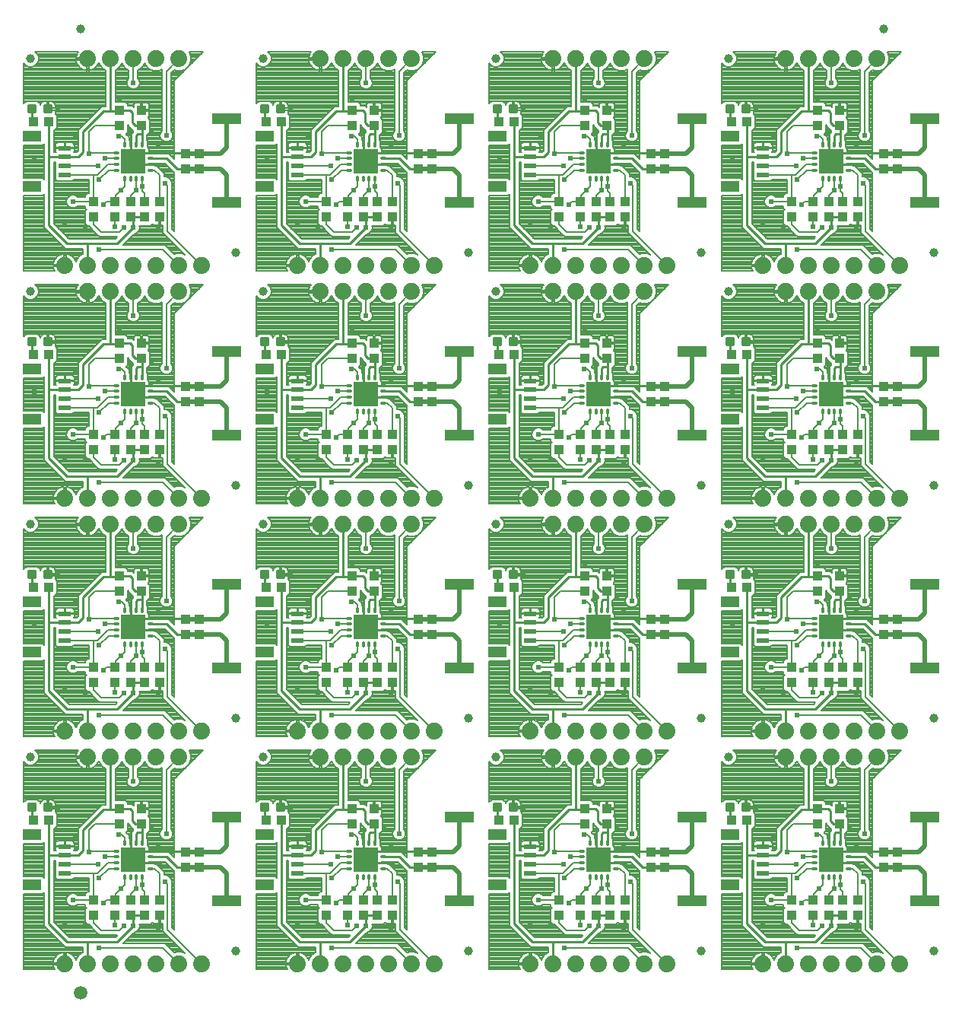
<source format=gtl>
G75*
%MOIN*%
%OFA0B0*%
%FSLAX25Y25*%
%IPPOS*%
%LPD*%
%AMOC8*
5,1,8,0,0,1.08239X$1,22.5*
%
%ADD10R,0.07874X0.04724*%
%ADD11R,0.05315X0.02362*%
%ADD12R,0.03937X0.04331*%
%ADD13C,0.01181*%
%ADD14R,0.04331X0.03937*%
%ADD15C,0.07400*%
%ADD16C,0.03937*%
%ADD17R,0.12600X0.05118*%
%ADD18C,0.01378*%
%ADD19R,0.10630X0.10630*%
%ADD20C,0.05906*%
%ADD21C,0.00800*%
%ADD22C,0.02000*%
%ADD23C,0.01000*%
%ADD24C,0.02400*%
D10*
X0113865Y0083976D03*
X0113865Y0106024D03*
X0113865Y0185976D03*
X0113865Y0208024D03*
X0113865Y0287976D03*
X0113865Y0310024D03*
X0113865Y0389976D03*
X0113865Y0412024D03*
X0215865Y0412024D03*
X0215865Y0389976D03*
X0317865Y0389976D03*
X0317865Y0412024D03*
X0419865Y0412024D03*
X0419865Y0389976D03*
X0419865Y0310024D03*
X0419865Y0287976D03*
X0419865Y0208024D03*
X0419865Y0185976D03*
X0419865Y0106024D03*
X0419865Y0083976D03*
X0317865Y0083976D03*
X0317865Y0106024D03*
X0317865Y0185976D03*
X0317865Y0208024D03*
X0317865Y0287976D03*
X0317865Y0310024D03*
X0215865Y0310024D03*
X0215865Y0287976D03*
X0215865Y0208024D03*
X0215865Y0185976D03*
X0215865Y0106024D03*
X0215865Y0083976D03*
D11*
X0230333Y0089094D03*
X0230333Y0093031D03*
X0230333Y0096969D03*
X0230333Y0100906D03*
X0332333Y0100906D03*
X0332333Y0096969D03*
X0332333Y0093031D03*
X0332333Y0089094D03*
X0434333Y0089094D03*
X0434333Y0093031D03*
X0434333Y0096969D03*
X0434333Y0100906D03*
X0434333Y0191094D03*
X0434333Y0195031D03*
X0434333Y0198969D03*
X0434333Y0202906D03*
X0332333Y0202906D03*
X0332333Y0198969D03*
X0332333Y0195031D03*
X0332333Y0191094D03*
X0230333Y0191094D03*
X0230333Y0195031D03*
X0230333Y0198969D03*
X0230333Y0202906D03*
X0128333Y0202906D03*
X0128333Y0198969D03*
X0128333Y0195031D03*
X0128333Y0191094D03*
X0128333Y0100906D03*
X0128333Y0096969D03*
X0128333Y0093031D03*
X0128333Y0089094D03*
X0128333Y0293094D03*
X0128333Y0297031D03*
X0128333Y0300969D03*
X0128333Y0304906D03*
X0230333Y0304906D03*
X0230333Y0300969D03*
X0230333Y0297031D03*
X0230333Y0293094D03*
X0332333Y0293094D03*
X0332333Y0297031D03*
X0332333Y0300969D03*
X0332333Y0304906D03*
X0434333Y0304906D03*
X0434333Y0300969D03*
X0434333Y0297031D03*
X0434333Y0293094D03*
X0434333Y0395094D03*
X0434333Y0399031D03*
X0434333Y0402969D03*
X0434333Y0406906D03*
X0332333Y0406906D03*
X0332333Y0402969D03*
X0332333Y0399031D03*
X0332333Y0395094D03*
X0230333Y0395094D03*
X0230333Y0399031D03*
X0230333Y0402969D03*
X0230333Y0406906D03*
X0128333Y0406906D03*
X0128333Y0402969D03*
X0128333Y0399031D03*
X0128333Y0395094D03*
D12*
X0140833Y0383346D03*
X0140833Y0376654D03*
X0150333Y0376654D03*
X0150333Y0383346D03*
X0157333Y0383346D03*
X0163333Y0383346D03*
X0169833Y0383346D03*
X0169833Y0376654D03*
X0163333Y0376654D03*
X0157333Y0376654D03*
X0181333Y0397654D03*
X0187333Y0397654D03*
X0187333Y0404346D03*
X0181333Y0404346D03*
X0161833Y0416654D03*
X0161833Y0423346D03*
X0152333Y0423346D03*
X0152333Y0416654D03*
X0242833Y0383346D03*
X0242833Y0376654D03*
X0252333Y0376654D03*
X0252333Y0383346D03*
X0259333Y0383346D03*
X0265333Y0383346D03*
X0271833Y0383346D03*
X0271833Y0376654D03*
X0265333Y0376654D03*
X0259333Y0376654D03*
X0283333Y0397654D03*
X0289333Y0397654D03*
X0289333Y0404346D03*
X0283333Y0404346D03*
X0263833Y0416654D03*
X0263833Y0423346D03*
X0254333Y0423346D03*
X0254333Y0416654D03*
X0344833Y0383346D03*
X0344833Y0376654D03*
X0354333Y0376654D03*
X0354333Y0383346D03*
X0361333Y0383346D03*
X0367333Y0383346D03*
X0373833Y0383346D03*
X0373833Y0376654D03*
X0367333Y0376654D03*
X0361333Y0376654D03*
X0385333Y0397654D03*
X0391333Y0397654D03*
X0391333Y0404346D03*
X0385333Y0404346D03*
X0365833Y0416654D03*
X0365833Y0423346D03*
X0356333Y0423346D03*
X0356333Y0416654D03*
X0446833Y0383346D03*
X0446833Y0376654D03*
X0456333Y0376654D03*
X0456333Y0383346D03*
X0463333Y0383346D03*
X0469333Y0383346D03*
X0475833Y0383346D03*
X0475833Y0376654D03*
X0469333Y0376654D03*
X0463333Y0376654D03*
X0487333Y0397654D03*
X0493333Y0397654D03*
X0493333Y0404346D03*
X0487333Y0404346D03*
X0467833Y0416654D03*
X0467833Y0423346D03*
X0458333Y0423346D03*
X0458333Y0416654D03*
X0458333Y0321346D03*
X0458333Y0314654D03*
X0467833Y0314654D03*
X0467833Y0321346D03*
X0487333Y0302346D03*
X0493333Y0302346D03*
X0493333Y0295654D03*
X0487333Y0295654D03*
X0475833Y0281346D03*
X0469333Y0281346D03*
X0463333Y0281346D03*
X0456333Y0281346D03*
X0446833Y0281346D03*
X0446833Y0274654D03*
X0456333Y0274654D03*
X0463333Y0274654D03*
X0469333Y0274654D03*
X0475833Y0274654D03*
X0467833Y0219346D03*
X0458333Y0219346D03*
X0458333Y0212654D03*
X0467833Y0212654D03*
X0487333Y0200346D03*
X0493333Y0200346D03*
X0493333Y0193654D03*
X0487333Y0193654D03*
X0475833Y0179346D03*
X0469333Y0179346D03*
X0463333Y0179346D03*
X0463333Y0172654D03*
X0469333Y0172654D03*
X0475833Y0172654D03*
X0456333Y0172654D03*
X0456333Y0179346D03*
X0446833Y0179346D03*
X0446833Y0172654D03*
X0391333Y0193654D03*
X0385333Y0193654D03*
X0385333Y0200346D03*
X0391333Y0200346D03*
X0373833Y0179346D03*
X0367333Y0179346D03*
X0361333Y0179346D03*
X0361333Y0172654D03*
X0367333Y0172654D03*
X0373833Y0172654D03*
X0354333Y0172654D03*
X0354333Y0179346D03*
X0344833Y0179346D03*
X0344833Y0172654D03*
X0356333Y0212654D03*
X0365833Y0212654D03*
X0365833Y0219346D03*
X0356333Y0219346D03*
X0354333Y0274654D03*
X0361333Y0274654D03*
X0367333Y0274654D03*
X0373833Y0274654D03*
X0373833Y0281346D03*
X0367333Y0281346D03*
X0361333Y0281346D03*
X0354333Y0281346D03*
X0344833Y0281346D03*
X0344833Y0274654D03*
X0385333Y0295654D03*
X0391333Y0295654D03*
X0391333Y0302346D03*
X0385333Y0302346D03*
X0365833Y0314654D03*
X0365833Y0321346D03*
X0356333Y0321346D03*
X0356333Y0314654D03*
X0289333Y0302346D03*
X0283333Y0302346D03*
X0283333Y0295654D03*
X0289333Y0295654D03*
X0271833Y0281346D03*
X0265333Y0281346D03*
X0259333Y0281346D03*
X0252333Y0281346D03*
X0242833Y0281346D03*
X0242833Y0274654D03*
X0252333Y0274654D03*
X0259333Y0274654D03*
X0265333Y0274654D03*
X0271833Y0274654D03*
X0263833Y0314654D03*
X0263833Y0321346D03*
X0254333Y0321346D03*
X0254333Y0314654D03*
X0187333Y0302346D03*
X0181333Y0302346D03*
X0181333Y0295654D03*
X0187333Y0295654D03*
X0169833Y0281346D03*
X0163333Y0281346D03*
X0157333Y0281346D03*
X0157333Y0274654D03*
X0163333Y0274654D03*
X0169833Y0274654D03*
X0150333Y0274654D03*
X0140833Y0274654D03*
X0140833Y0281346D03*
X0150333Y0281346D03*
X0152333Y0314654D03*
X0152333Y0321346D03*
X0161833Y0321346D03*
X0161833Y0314654D03*
X0161833Y0219346D03*
X0152333Y0219346D03*
X0152333Y0212654D03*
X0161833Y0212654D03*
X0181333Y0200346D03*
X0187333Y0200346D03*
X0187333Y0193654D03*
X0181333Y0193654D03*
X0169833Y0179346D03*
X0163333Y0179346D03*
X0157333Y0179346D03*
X0157333Y0172654D03*
X0163333Y0172654D03*
X0169833Y0172654D03*
X0150333Y0172654D03*
X0150333Y0179346D03*
X0140833Y0179346D03*
X0140833Y0172654D03*
X0152333Y0117346D03*
X0152333Y0110654D03*
X0161833Y0110654D03*
X0161833Y0117346D03*
X0181333Y0098346D03*
X0187333Y0098346D03*
X0187333Y0091654D03*
X0181333Y0091654D03*
X0169833Y0077346D03*
X0163333Y0077346D03*
X0157333Y0077346D03*
X0157333Y0070654D03*
X0163333Y0070654D03*
X0169833Y0070654D03*
X0150333Y0070654D03*
X0150333Y0077346D03*
X0140833Y0077346D03*
X0140833Y0070654D03*
X0242833Y0070654D03*
X0242833Y0077346D03*
X0252333Y0077346D03*
X0252333Y0070654D03*
X0259333Y0070654D03*
X0265333Y0070654D03*
X0271833Y0070654D03*
X0271833Y0077346D03*
X0265333Y0077346D03*
X0259333Y0077346D03*
X0283333Y0091654D03*
X0289333Y0091654D03*
X0289333Y0098346D03*
X0283333Y0098346D03*
X0263833Y0110654D03*
X0263833Y0117346D03*
X0254333Y0117346D03*
X0254333Y0110654D03*
X0252333Y0172654D03*
X0252333Y0179346D03*
X0259333Y0179346D03*
X0265333Y0179346D03*
X0271833Y0179346D03*
X0271833Y0172654D03*
X0265333Y0172654D03*
X0259333Y0172654D03*
X0242833Y0172654D03*
X0242833Y0179346D03*
X0254333Y0212654D03*
X0254333Y0219346D03*
X0263833Y0219346D03*
X0263833Y0212654D03*
X0283333Y0200346D03*
X0289333Y0200346D03*
X0289333Y0193654D03*
X0283333Y0193654D03*
X0356333Y0117346D03*
X0356333Y0110654D03*
X0365833Y0110654D03*
X0365833Y0117346D03*
X0385333Y0098346D03*
X0391333Y0098346D03*
X0391333Y0091654D03*
X0385333Y0091654D03*
X0373833Y0077346D03*
X0367333Y0077346D03*
X0361333Y0077346D03*
X0361333Y0070654D03*
X0367333Y0070654D03*
X0373833Y0070654D03*
X0354333Y0070654D03*
X0354333Y0077346D03*
X0344833Y0077346D03*
X0344833Y0070654D03*
X0446833Y0070654D03*
X0446833Y0077346D03*
X0456333Y0077346D03*
X0456333Y0070654D03*
X0463333Y0070654D03*
X0469333Y0070654D03*
X0475833Y0070654D03*
X0475833Y0077346D03*
X0469333Y0077346D03*
X0463333Y0077346D03*
X0487333Y0091654D03*
X0493333Y0091654D03*
X0493333Y0098346D03*
X0487333Y0098346D03*
X0467833Y0110654D03*
X0467833Y0117346D03*
X0458333Y0117346D03*
X0458333Y0110654D03*
D13*
X0425408Y0116622D02*
X0425408Y0119378D01*
X0428164Y0119378D01*
X0428164Y0116622D01*
X0425408Y0116622D01*
X0425408Y0117744D02*
X0428164Y0117744D01*
X0428164Y0118866D02*
X0425408Y0118866D01*
X0418503Y0119378D02*
X0418503Y0116622D01*
X0418503Y0119378D02*
X0421259Y0119378D01*
X0421259Y0116622D01*
X0418503Y0116622D01*
X0418503Y0117744D02*
X0421259Y0117744D01*
X0421259Y0118866D02*
X0418503Y0118866D01*
X0323408Y0119378D02*
X0323408Y0116622D01*
X0323408Y0119378D02*
X0326164Y0119378D01*
X0326164Y0116622D01*
X0323408Y0116622D01*
X0323408Y0117744D02*
X0326164Y0117744D01*
X0326164Y0118866D02*
X0323408Y0118866D01*
X0316503Y0119378D02*
X0316503Y0116622D01*
X0316503Y0119378D02*
X0319259Y0119378D01*
X0319259Y0116622D01*
X0316503Y0116622D01*
X0316503Y0117744D02*
X0319259Y0117744D01*
X0319259Y0118866D02*
X0316503Y0118866D01*
X0221408Y0119378D02*
X0221408Y0116622D01*
X0221408Y0119378D02*
X0224164Y0119378D01*
X0224164Y0116622D01*
X0221408Y0116622D01*
X0221408Y0117744D02*
X0224164Y0117744D01*
X0224164Y0118866D02*
X0221408Y0118866D01*
X0214503Y0119378D02*
X0214503Y0116622D01*
X0214503Y0119378D02*
X0217259Y0119378D01*
X0217259Y0116622D01*
X0214503Y0116622D01*
X0214503Y0117744D02*
X0217259Y0117744D01*
X0217259Y0118866D02*
X0214503Y0118866D01*
X0119408Y0119378D02*
X0119408Y0116622D01*
X0119408Y0119378D02*
X0122164Y0119378D01*
X0122164Y0116622D01*
X0119408Y0116622D01*
X0119408Y0117744D02*
X0122164Y0117744D01*
X0122164Y0118866D02*
X0119408Y0118866D01*
X0112503Y0119378D02*
X0112503Y0116622D01*
X0112503Y0119378D02*
X0115259Y0119378D01*
X0115259Y0116622D01*
X0112503Y0116622D01*
X0112503Y0117744D02*
X0115259Y0117744D01*
X0115259Y0118866D02*
X0112503Y0118866D01*
X0112503Y0218622D02*
X0112503Y0221378D01*
X0115259Y0221378D01*
X0115259Y0218622D01*
X0112503Y0218622D01*
X0112503Y0219744D02*
X0115259Y0219744D01*
X0115259Y0220866D02*
X0112503Y0220866D01*
X0119408Y0221378D02*
X0119408Y0218622D01*
X0119408Y0221378D02*
X0122164Y0221378D01*
X0122164Y0218622D01*
X0119408Y0218622D01*
X0119408Y0219744D02*
X0122164Y0219744D01*
X0122164Y0220866D02*
X0119408Y0220866D01*
X0214503Y0221378D02*
X0214503Y0218622D01*
X0214503Y0221378D02*
X0217259Y0221378D01*
X0217259Y0218622D01*
X0214503Y0218622D01*
X0214503Y0219744D02*
X0217259Y0219744D01*
X0217259Y0220866D02*
X0214503Y0220866D01*
X0221408Y0221378D02*
X0221408Y0218622D01*
X0221408Y0221378D02*
X0224164Y0221378D01*
X0224164Y0218622D01*
X0221408Y0218622D01*
X0221408Y0219744D02*
X0224164Y0219744D01*
X0224164Y0220866D02*
X0221408Y0220866D01*
X0316503Y0221378D02*
X0316503Y0218622D01*
X0316503Y0221378D02*
X0319259Y0221378D01*
X0319259Y0218622D01*
X0316503Y0218622D01*
X0316503Y0219744D02*
X0319259Y0219744D01*
X0319259Y0220866D02*
X0316503Y0220866D01*
X0323408Y0221378D02*
X0323408Y0218622D01*
X0323408Y0221378D02*
X0326164Y0221378D01*
X0326164Y0218622D01*
X0323408Y0218622D01*
X0323408Y0219744D02*
X0326164Y0219744D01*
X0326164Y0220866D02*
X0323408Y0220866D01*
X0418503Y0221378D02*
X0418503Y0218622D01*
X0418503Y0221378D02*
X0421259Y0221378D01*
X0421259Y0218622D01*
X0418503Y0218622D01*
X0418503Y0219744D02*
X0421259Y0219744D01*
X0421259Y0220866D02*
X0418503Y0220866D01*
X0425408Y0221378D02*
X0425408Y0218622D01*
X0425408Y0221378D02*
X0428164Y0221378D01*
X0428164Y0218622D01*
X0425408Y0218622D01*
X0425408Y0219744D02*
X0428164Y0219744D01*
X0428164Y0220866D02*
X0425408Y0220866D01*
X0425408Y0320622D02*
X0425408Y0323378D01*
X0428164Y0323378D01*
X0428164Y0320622D01*
X0425408Y0320622D01*
X0425408Y0321744D02*
X0428164Y0321744D01*
X0428164Y0322866D02*
X0425408Y0322866D01*
X0418503Y0323378D02*
X0418503Y0320622D01*
X0418503Y0323378D02*
X0421259Y0323378D01*
X0421259Y0320622D01*
X0418503Y0320622D01*
X0418503Y0321744D02*
X0421259Y0321744D01*
X0421259Y0322866D02*
X0418503Y0322866D01*
X0323408Y0323378D02*
X0323408Y0320622D01*
X0323408Y0323378D02*
X0326164Y0323378D01*
X0326164Y0320622D01*
X0323408Y0320622D01*
X0323408Y0321744D02*
X0326164Y0321744D01*
X0326164Y0322866D02*
X0323408Y0322866D01*
X0316503Y0323378D02*
X0316503Y0320622D01*
X0316503Y0323378D02*
X0319259Y0323378D01*
X0319259Y0320622D01*
X0316503Y0320622D01*
X0316503Y0321744D02*
X0319259Y0321744D01*
X0319259Y0322866D02*
X0316503Y0322866D01*
X0221408Y0323378D02*
X0221408Y0320622D01*
X0221408Y0323378D02*
X0224164Y0323378D01*
X0224164Y0320622D01*
X0221408Y0320622D01*
X0221408Y0321744D02*
X0224164Y0321744D01*
X0224164Y0322866D02*
X0221408Y0322866D01*
X0214503Y0323378D02*
X0214503Y0320622D01*
X0214503Y0323378D02*
X0217259Y0323378D01*
X0217259Y0320622D01*
X0214503Y0320622D01*
X0214503Y0321744D02*
X0217259Y0321744D01*
X0217259Y0322866D02*
X0214503Y0322866D01*
X0119408Y0323378D02*
X0119408Y0320622D01*
X0119408Y0323378D02*
X0122164Y0323378D01*
X0122164Y0320622D01*
X0119408Y0320622D01*
X0119408Y0321744D02*
X0122164Y0321744D01*
X0122164Y0322866D02*
X0119408Y0322866D01*
X0112503Y0323378D02*
X0112503Y0320622D01*
X0112503Y0323378D02*
X0115259Y0323378D01*
X0115259Y0320622D01*
X0112503Y0320622D01*
X0112503Y0321744D02*
X0115259Y0321744D01*
X0115259Y0322866D02*
X0112503Y0322866D01*
X0112503Y0422622D02*
X0112503Y0425378D01*
X0115259Y0425378D01*
X0115259Y0422622D01*
X0112503Y0422622D01*
X0112503Y0423744D02*
X0115259Y0423744D01*
X0115259Y0424866D02*
X0112503Y0424866D01*
X0119408Y0425378D02*
X0119408Y0422622D01*
X0119408Y0425378D02*
X0122164Y0425378D01*
X0122164Y0422622D01*
X0119408Y0422622D01*
X0119408Y0423744D02*
X0122164Y0423744D01*
X0122164Y0424866D02*
X0119408Y0424866D01*
X0214503Y0425378D02*
X0214503Y0422622D01*
X0214503Y0425378D02*
X0217259Y0425378D01*
X0217259Y0422622D01*
X0214503Y0422622D01*
X0214503Y0423744D02*
X0217259Y0423744D01*
X0217259Y0424866D02*
X0214503Y0424866D01*
X0221408Y0425378D02*
X0221408Y0422622D01*
X0221408Y0425378D02*
X0224164Y0425378D01*
X0224164Y0422622D01*
X0221408Y0422622D01*
X0221408Y0423744D02*
X0224164Y0423744D01*
X0224164Y0424866D02*
X0221408Y0424866D01*
X0316503Y0425378D02*
X0316503Y0422622D01*
X0316503Y0425378D02*
X0319259Y0425378D01*
X0319259Y0422622D01*
X0316503Y0422622D01*
X0316503Y0423744D02*
X0319259Y0423744D01*
X0319259Y0424866D02*
X0316503Y0424866D01*
X0323408Y0425378D02*
X0323408Y0422622D01*
X0323408Y0425378D02*
X0326164Y0425378D01*
X0326164Y0422622D01*
X0323408Y0422622D01*
X0323408Y0423744D02*
X0326164Y0423744D01*
X0326164Y0424866D02*
X0323408Y0424866D01*
X0418503Y0425378D02*
X0418503Y0422622D01*
X0418503Y0425378D02*
X0421259Y0425378D01*
X0421259Y0422622D01*
X0418503Y0422622D01*
X0418503Y0423744D02*
X0421259Y0423744D01*
X0421259Y0424866D02*
X0418503Y0424866D01*
X0425408Y0425378D02*
X0425408Y0422622D01*
X0425408Y0425378D02*
X0428164Y0425378D01*
X0428164Y0422622D01*
X0425408Y0422622D01*
X0425408Y0423744D02*
X0428164Y0423744D01*
X0428164Y0424866D02*
X0425408Y0424866D01*
D14*
X0427180Y0418500D03*
X0420487Y0418500D03*
X0325180Y0418500D03*
X0318487Y0418500D03*
X0223180Y0418500D03*
X0216487Y0418500D03*
X0121180Y0418500D03*
X0114487Y0418500D03*
X0114487Y0316500D03*
X0121180Y0316500D03*
X0216487Y0316500D03*
X0223180Y0316500D03*
X0318487Y0316500D03*
X0325180Y0316500D03*
X0420487Y0316500D03*
X0427180Y0316500D03*
X0427180Y0214500D03*
X0420487Y0214500D03*
X0325180Y0214500D03*
X0318487Y0214500D03*
X0223180Y0214500D03*
X0216487Y0214500D03*
X0121180Y0214500D03*
X0114487Y0214500D03*
X0114487Y0112500D03*
X0121180Y0112500D03*
X0216487Y0112500D03*
X0223180Y0112500D03*
X0318487Y0112500D03*
X0325180Y0112500D03*
X0420487Y0112500D03*
X0427180Y0112500D03*
D15*
X0444333Y0140000D03*
X0454333Y0140000D03*
X0464333Y0140000D03*
X0474333Y0140000D03*
X0484333Y0140000D03*
X0484333Y0151500D03*
X0494333Y0151500D03*
X0474333Y0151500D03*
X0464333Y0151500D03*
X0454333Y0151500D03*
X0444333Y0151500D03*
X0434333Y0151500D03*
X0392333Y0151500D03*
X0382333Y0151500D03*
X0372333Y0151500D03*
X0362333Y0151500D03*
X0352333Y0151500D03*
X0342333Y0151500D03*
X0332333Y0151500D03*
X0342333Y0140000D03*
X0352333Y0140000D03*
X0362333Y0140000D03*
X0372333Y0140000D03*
X0382333Y0140000D03*
X0290333Y0151500D03*
X0280333Y0151500D03*
X0270333Y0151500D03*
X0260333Y0151500D03*
X0250333Y0151500D03*
X0240333Y0151500D03*
X0230333Y0151500D03*
X0240333Y0140000D03*
X0250333Y0140000D03*
X0260333Y0140000D03*
X0270333Y0140000D03*
X0280333Y0140000D03*
X0188333Y0151500D03*
X0178333Y0151500D03*
X0168333Y0151500D03*
X0158333Y0151500D03*
X0148333Y0151500D03*
X0138333Y0151500D03*
X0128333Y0151500D03*
X0138333Y0140000D03*
X0148333Y0140000D03*
X0158333Y0140000D03*
X0168333Y0140000D03*
X0178333Y0140000D03*
X0178333Y0049500D03*
X0188333Y0049500D03*
X0168333Y0049500D03*
X0158333Y0049500D03*
X0148333Y0049500D03*
X0138333Y0049500D03*
X0128333Y0049500D03*
X0230333Y0049500D03*
X0240333Y0049500D03*
X0250333Y0049500D03*
X0260333Y0049500D03*
X0270333Y0049500D03*
X0280333Y0049500D03*
X0290333Y0049500D03*
X0332333Y0049500D03*
X0342333Y0049500D03*
X0352333Y0049500D03*
X0362333Y0049500D03*
X0372333Y0049500D03*
X0382333Y0049500D03*
X0392333Y0049500D03*
X0434333Y0049500D03*
X0444333Y0049500D03*
X0454333Y0049500D03*
X0464333Y0049500D03*
X0474333Y0049500D03*
X0484333Y0049500D03*
X0494333Y0049500D03*
X0484333Y0242000D03*
X0474333Y0242000D03*
X0464333Y0242000D03*
X0454333Y0242000D03*
X0444333Y0242000D03*
X0444333Y0253500D03*
X0434333Y0253500D03*
X0454333Y0253500D03*
X0464333Y0253500D03*
X0474333Y0253500D03*
X0484333Y0253500D03*
X0494333Y0253500D03*
X0392333Y0253500D03*
X0382333Y0253500D03*
X0372333Y0253500D03*
X0362333Y0253500D03*
X0352333Y0253500D03*
X0342333Y0253500D03*
X0332333Y0253500D03*
X0342333Y0242000D03*
X0352333Y0242000D03*
X0362333Y0242000D03*
X0372333Y0242000D03*
X0382333Y0242000D03*
X0290333Y0253500D03*
X0280333Y0253500D03*
X0270333Y0253500D03*
X0260333Y0253500D03*
X0250333Y0253500D03*
X0240333Y0253500D03*
X0230333Y0253500D03*
X0240333Y0242000D03*
X0250333Y0242000D03*
X0260333Y0242000D03*
X0270333Y0242000D03*
X0280333Y0242000D03*
X0188333Y0253500D03*
X0178333Y0253500D03*
X0168333Y0253500D03*
X0158333Y0253500D03*
X0148333Y0253500D03*
X0138333Y0253500D03*
X0128333Y0253500D03*
X0138333Y0242000D03*
X0148333Y0242000D03*
X0158333Y0242000D03*
X0168333Y0242000D03*
X0178333Y0242000D03*
X0178333Y0344000D03*
X0168333Y0344000D03*
X0158333Y0344000D03*
X0148333Y0344000D03*
X0138333Y0344000D03*
X0138333Y0355500D03*
X0148333Y0355500D03*
X0158333Y0355500D03*
X0168333Y0355500D03*
X0178333Y0355500D03*
X0188333Y0355500D03*
X0230333Y0355500D03*
X0240333Y0355500D03*
X0250333Y0355500D03*
X0260333Y0355500D03*
X0270333Y0355500D03*
X0280333Y0355500D03*
X0290333Y0355500D03*
X0280333Y0344000D03*
X0270333Y0344000D03*
X0260333Y0344000D03*
X0250333Y0344000D03*
X0240333Y0344000D03*
X0332333Y0355500D03*
X0342333Y0355500D03*
X0352333Y0355500D03*
X0362333Y0355500D03*
X0372333Y0355500D03*
X0382333Y0355500D03*
X0392333Y0355500D03*
X0382333Y0344000D03*
X0372333Y0344000D03*
X0362333Y0344000D03*
X0352333Y0344000D03*
X0342333Y0344000D03*
X0434333Y0355500D03*
X0444333Y0355500D03*
X0454333Y0355500D03*
X0464333Y0355500D03*
X0474333Y0355500D03*
X0484333Y0355500D03*
X0494333Y0355500D03*
X0484333Y0344000D03*
X0474333Y0344000D03*
X0464333Y0344000D03*
X0454333Y0344000D03*
X0444333Y0344000D03*
X0444333Y0446000D03*
X0454333Y0446000D03*
X0464333Y0446000D03*
X0474333Y0446000D03*
X0484333Y0446000D03*
X0382333Y0446000D03*
X0372333Y0446000D03*
X0362333Y0446000D03*
X0352333Y0446000D03*
X0342333Y0446000D03*
X0280333Y0446000D03*
X0270333Y0446000D03*
X0260333Y0446000D03*
X0250333Y0446000D03*
X0240333Y0446000D03*
X0178333Y0446000D03*
X0168333Y0446000D03*
X0158333Y0446000D03*
X0148333Y0446000D03*
X0138333Y0446000D03*
X0128333Y0355500D03*
D16*
X0113333Y0344000D03*
X0203333Y0361000D03*
X0215333Y0344000D03*
X0305333Y0361000D03*
X0317333Y0344000D03*
X0407333Y0361000D03*
X0419333Y0344000D03*
X0509333Y0361000D03*
X0419333Y0446000D03*
X0487333Y0459250D03*
X0317333Y0446000D03*
X0215333Y0446000D03*
X0135333Y0459250D03*
X0113333Y0446000D03*
X0203333Y0259000D03*
X0215333Y0242000D03*
X0305333Y0259000D03*
X0317333Y0242000D03*
X0407333Y0259000D03*
X0419333Y0242000D03*
X0509333Y0259000D03*
X0509333Y0157000D03*
X0419333Y0140000D03*
X0407333Y0157000D03*
X0317333Y0140000D03*
X0305333Y0157000D03*
X0215333Y0140000D03*
X0203333Y0157000D03*
X0113333Y0140000D03*
X0203333Y0055000D03*
X0305333Y0055000D03*
X0407333Y0055000D03*
X0509333Y0055000D03*
X0113333Y0242000D03*
D17*
X0199333Y0215807D03*
X0199333Y0179193D03*
X0199333Y0113807D03*
X0199333Y0077193D03*
X0301333Y0077193D03*
X0301333Y0113807D03*
X0301333Y0179193D03*
X0301333Y0215807D03*
X0301333Y0281193D03*
X0301333Y0317807D03*
X0301333Y0383193D03*
X0301333Y0419807D03*
X0403333Y0419807D03*
X0403333Y0383193D03*
X0403333Y0317807D03*
X0403333Y0281193D03*
X0403333Y0215807D03*
X0403333Y0179193D03*
X0403333Y0113807D03*
X0403333Y0077193D03*
X0505333Y0077193D03*
X0505333Y0113807D03*
X0505333Y0179193D03*
X0505333Y0215807D03*
X0505333Y0281193D03*
X0505333Y0317807D03*
X0505333Y0383193D03*
X0505333Y0419807D03*
X0199333Y0419807D03*
X0199333Y0383193D03*
X0199333Y0317807D03*
X0199333Y0281193D03*
D18*
X0166576Y0295187D02*
X0165198Y0295187D01*
X0165198Y0297746D02*
X0166576Y0297746D01*
X0166576Y0300306D02*
X0165198Y0300306D01*
X0165198Y0302865D02*
X0166576Y0302865D01*
X0162198Y0305857D02*
X0162198Y0307235D01*
X0159639Y0307235D02*
X0159639Y0305857D01*
X0157080Y0305857D02*
X0157080Y0307235D01*
X0154521Y0307235D02*
X0154521Y0305857D01*
X0151509Y0302865D02*
X0150131Y0302865D01*
X0150131Y0300306D02*
X0151509Y0300306D01*
X0151509Y0297746D02*
X0150131Y0297746D01*
X0150131Y0295187D02*
X0151509Y0295187D01*
X0154521Y0292180D02*
X0154521Y0290802D01*
X0157080Y0290802D02*
X0157080Y0292180D01*
X0159639Y0292180D02*
X0159639Y0290802D01*
X0162198Y0290802D02*
X0162198Y0292180D01*
X0252131Y0295187D02*
X0253509Y0295187D01*
X0253509Y0297746D02*
X0252131Y0297746D01*
X0252131Y0300306D02*
X0253509Y0300306D01*
X0253509Y0302865D02*
X0252131Y0302865D01*
X0256521Y0305857D02*
X0256521Y0307235D01*
X0259080Y0307235D02*
X0259080Y0305857D01*
X0261639Y0305857D02*
X0261639Y0307235D01*
X0264198Y0307235D02*
X0264198Y0305857D01*
X0267198Y0302865D02*
X0268576Y0302865D01*
X0268576Y0300306D02*
X0267198Y0300306D01*
X0267198Y0297746D02*
X0268576Y0297746D01*
X0268576Y0295187D02*
X0267198Y0295187D01*
X0264198Y0292180D02*
X0264198Y0290802D01*
X0261639Y0290802D02*
X0261639Y0292180D01*
X0259080Y0292180D02*
X0259080Y0290802D01*
X0256521Y0290802D02*
X0256521Y0292180D01*
X0354131Y0295187D02*
X0355509Y0295187D01*
X0355509Y0297746D02*
X0354131Y0297746D01*
X0354131Y0300306D02*
X0355509Y0300306D01*
X0355509Y0302865D02*
X0354131Y0302865D01*
X0358521Y0305857D02*
X0358521Y0307235D01*
X0361080Y0307235D02*
X0361080Y0305857D01*
X0363639Y0305857D02*
X0363639Y0307235D01*
X0366198Y0307235D02*
X0366198Y0305857D01*
X0369198Y0302865D02*
X0370576Y0302865D01*
X0370576Y0300306D02*
X0369198Y0300306D01*
X0369198Y0297746D02*
X0370576Y0297746D01*
X0370576Y0295187D02*
X0369198Y0295187D01*
X0366198Y0292180D02*
X0366198Y0290802D01*
X0363639Y0290802D02*
X0363639Y0292180D01*
X0361080Y0292180D02*
X0361080Y0290802D01*
X0358521Y0290802D02*
X0358521Y0292180D01*
X0456131Y0295187D02*
X0457509Y0295187D01*
X0457509Y0297746D02*
X0456131Y0297746D01*
X0456131Y0300306D02*
X0457509Y0300306D01*
X0457509Y0302865D02*
X0456131Y0302865D01*
X0460521Y0305857D02*
X0460521Y0307235D01*
X0463080Y0307235D02*
X0463080Y0305857D01*
X0465639Y0305857D02*
X0465639Y0307235D01*
X0468198Y0307235D02*
X0468198Y0305857D01*
X0471198Y0302865D02*
X0472576Y0302865D01*
X0472576Y0300306D02*
X0471198Y0300306D01*
X0471198Y0297746D02*
X0472576Y0297746D01*
X0472576Y0295187D02*
X0471198Y0295187D01*
X0468198Y0292180D02*
X0468198Y0290802D01*
X0465639Y0290802D02*
X0465639Y0292180D01*
X0463080Y0292180D02*
X0463080Y0290802D01*
X0460521Y0290802D02*
X0460521Y0292180D01*
X0460521Y0205235D02*
X0460521Y0203857D01*
X0463080Y0203857D02*
X0463080Y0205235D01*
X0465639Y0205235D02*
X0465639Y0203857D01*
X0468198Y0203857D02*
X0468198Y0205235D01*
X0471198Y0200865D02*
X0472576Y0200865D01*
X0472576Y0198306D02*
X0471198Y0198306D01*
X0471198Y0195746D02*
X0472576Y0195746D01*
X0472576Y0193187D02*
X0471198Y0193187D01*
X0468198Y0190180D02*
X0468198Y0188802D01*
X0465639Y0188802D02*
X0465639Y0190180D01*
X0463080Y0190180D02*
X0463080Y0188802D01*
X0460521Y0188802D02*
X0460521Y0190180D01*
X0457509Y0193187D02*
X0456131Y0193187D01*
X0456131Y0195746D02*
X0457509Y0195746D01*
X0457509Y0198306D02*
X0456131Y0198306D01*
X0456131Y0200865D02*
X0457509Y0200865D01*
X0370576Y0200865D02*
X0369198Y0200865D01*
X0369198Y0198306D02*
X0370576Y0198306D01*
X0370576Y0195746D02*
X0369198Y0195746D01*
X0369198Y0193187D02*
X0370576Y0193187D01*
X0366198Y0190180D02*
X0366198Y0188802D01*
X0363639Y0188802D02*
X0363639Y0190180D01*
X0361080Y0190180D02*
X0361080Y0188802D01*
X0358521Y0188802D02*
X0358521Y0190180D01*
X0355509Y0193187D02*
X0354131Y0193187D01*
X0354131Y0195746D02*
X0355509Y0195746D01*
X0355509Y0198306D02*
X0354131Y0198306D01*
X0354131Y0200865D02*
X0355509Y0200865D01*
X0358521Y0203857D02*
X0358521Y0205235D01*
X0361080Y0205235D02*
X0361080Y0203857D01*
X0363639Y0203857D02*
X0363639Y0205235D01*
X0366198Y0205235D02*
X0366198Y0203857D01*
X0268576Y0200865D02*
X0267198Y0200865D01*
X0267198Y0198306D02*
X0268576Y0198306D01*
X0268576Y0195746D02*
X0267198Y0195746D01*
X0267198Y0193187D02*
X0268576Y0193187D01*
X0264198Y0190180D02*
X0264198Y0188802D01*
X0261639Y0188802D02*
X0261639Y0190180D01*
X0259080Y0190180D02*
X0259080Y0188802D01*
X0256521Y0188802D02*
X0256521Y0190180D01*
X0253509Y0193187D02*
X0252131Y0193187D01*
X0252131Y0195746D02*
X0253509Y0195746D01*
X0253509Y0198306D02*
X0252131Y0198306D01*
X0252131Y0200865D02*
X0253509Y0200865D01*
X0256521Y0203857D02*
X0256521Y0205235D01*
X0259080Y0205235D02*
X0259080Y0203857D01*
X0261639Y0203857D02*
X0261639Y0205235D01*
X0264198Y0205235D02*
X0264198Y0203857D01*
X0166576Y0200865D02*
X0165198Y0200865D01*
X0165198Y0198306D02*
X0166576Y0198306D01*
X0166576Y0195746D02*
X0165198Y0195746D01*
X0165198Y0193187D02*
X0166576Y0193187D01*
X0162198Y0190180D02*
X0162198Y0188802D01*
X0159639Y0188802D02*
X0159639Y0190180D01*
X0157080Y0190180D02*
X0157080Y0188802D01*
X0154521Y0188802D02*
X0154521Y0190180D01*
X0151509Y0193187D02*
X0150131Y0193187D01*
X0150131Y0195746D02*
X0151509Y0195746D01*
X0151509Y0198306D02*
X0150131Y0198306D01*
X0150131Y0200865D02*
X0151509Y0200865D01*
X0154521Y0203857D02*
X0154521Y0205235D01*
X0157080Y0205235D02*
X0157080Y0203857D01*
X0159639Y0203857D02*
X0159639Y0205235D01*
X0162198Y0205235D02*
X0162198Y0203857D01*
X0162198Y0103235D02*
X0162198Y0101857D01*
X0159639Y0101857D02*
X0159639Y0103235D01*
X0157080Y0103235D02*
X0157080Y0101857D01*
X0154521Y0101857D02*
X0154521Y0103235D01*
X0151509Y0098865D02*
X0150131Y0098865D01*
X0150131Y0096306D02*
X0151509Y0096306D01*
X0151509Y0093746D02*
X0150131Y0093746D01*
X0150131Y0091187D02*
X0151509Y0091187D01*
X0154521Y0088180D02*
X0154521Y0086802D01*
X0157080Y0086802D02*
X0157080Y0088180D01*
X0159639Y0088180D02*
X0159639Y0086802D01*
X0162198Y0086802D02*
X0162198Y0088180D01*
X0165198Y0091187D02*
X0166576Y0091187D01*
X0166576Y0093746D02*
X0165198Y0093746D01*
X0165198Y0096306D02*
X0166576Y0096306D01*
X0166576Y0098865D02*
X0165198Y0098865D01*
X0252131Y0098865D02*
X0253509Y0098865D01*
X0253509Y0096306D02*
X0252131Y0096306D01*
X0252131Y0093746D02*
X0253509Y0093746D01*
X0253509Y0091187D02*
X0252131Y0091187D01*
X0256521Y0088180D02*
X0256521Y0086802D01*
X0259080Y0086802D02*
X0259080Y0088180D01*
X0261639Y0088180D02*
X0261639Y0086802D01*
X0264198Y0086802D02*
X0264198Y0088180D01*
X0267198Y0091187D02*
X0268576Y0091187D01*
X0268576Y0093746D02*
X0267198Y0093746D01*
X0267198Y0096306D02*
X0268576Y0096306D01*
X0268576Y0098865D02*
X0267198Y0098865D01*
X0264198Y0101857D02*
X0264198Y0103235D01*
X0261639Y0103235D02*
X0261639Y0101857D01*
X0259080Y0101857D02*
X0259080Y0103235D01*
X0256521Y0103235D02*
X0256521Y0101857D01*
X0354131Y0098865D02*
X0355509Y0098865D01*
X0355509Y0096306D02*
X0354131Y0096306D01*
X0354131Y0093746D02*
X0355509Y0093746D01*
X0355509Y0091187D02*
X0354131Y0091187D01*
X0358521Y0088180D02*
X0358521Y0086802D01*
X0361080Y0086802D02*
X0361080Y0088180D01*
X0363639Y0088180D02*
X0363639Y0086802D01*
X0366198Y0086802D02*
X0366198Y0088180D01*
X0369198Y0091187D02*
X0370576Y0091187D01*
X0370576Y0093746D02*
X0369198Y0093746D01*
X0369198Y0096306D02*
X0370576Y0096306D01*
X0370576Y0098865D02*
X0369198Y0098865D01*
X0366198Y0101857D02*
X0366198Y0103235D01*
X0363639Y0103235D02*
X0363639Y0101857D01*
X0361080Y0101857D02*
X0361080Y0103235D01*
X0358521Y0103235D02*
X0358521Y0101857D01*
X0456131Y0098865D02*
X0457509Y0098865D01*
X0457509Y0096306D02*
X0456131Y0096306D01*
X0456131Y0093746D02*
X0457509Y0093746D01*
X0457509Y0091187D02*
X0456131Y0091187D01*
X0460521Y0088180D02*
X0460521Y0086802D01*
X0463080Y0086802D02*
X0463080Y0088180D01*
X0465639Y0088180D02*
X0465639Y0086802D01*
X0468198Y0086802D02*
X0468198Y0088180D01*
X0471198Y0091187D02*
X0472576Y0091187D01*
X0472576Y0093746D02*
X0471198Y0093746D01*
X0471198Y0096306D02*
X0472576Y0096306D01*
X0472576Y0098865D02*
X0471198Y0098865D01*
X0468198Y0101857D02*
X0468198Y0103235D01*
X0465639Y0103235D02*
X0465639Y0101857D01*
X0463080Y0101857D02*
X0463080Y0103235D01*
X0460521Y0103235D02*
X0460521Y0101857D01*
X0460521Y0392802D02*
X0460521Y0394180D01*
X0463080Y0394180D02*
X0463080Y0392802D01*
X0465639Y0392802D02*
X0465639Y0394180D01*
X0468198Y0394180D02*
X0468198Y0392802D01*
X0471198Y0397187D02*
X0472576Y0397187D01*
X0472576Y0399746D02*
X0471198Y0399746D01*
X0471198Y0402306D02*
X0472576Y0402306D01*
X0472576Y0404865D02*
X0471198Y0404865D01*
X0468198Y0407857D02*
X0468198Y0409235D01*
X0465639Y0409235D02*
X0465639Y0407857D01*
X0463080Y0407857D02*
X0463080Y0409235D01*
X0460521Y0409235D02*
X0460521Y0407857D01*
X0457509Y0404865D02*
X0456131Y0404865D01*
X0456131Y0402306D02*
X0457509Y0402306D01*
X0457509Y0399746D02*
X0456131Y0399746D01*
X0456131Y0397187D02*
X0457509Y0397187D01*
X0370576Y0397187D02*
X0369198Y0397187D01*
X0369198Y0399746D02*
X0370576Y0399746D01*
X0370576Y0402306D02*
X0369198Y0402306D01*
X0369198Y0404865D02*
X0370576Y0404865D01*
X0366198Y0407857D02*
X0366198Y0409235D01*
X0363639Y0409235D02*
X0363639Y0407857D01*
X0361080Y0407857D02*
X0361080Y0409235D01*
X0358521Y0409235D02*
X0358521Y0407857D01*
X0355509Y0404865D02*
X0354131Y0404865D01*
X0354131Y0402306D02*
X0355509Y0402306D01*
X0355509Y0399746D02*
X0354131Y0399746D01*
X0354131Y0397187D02*
X0355509Y0397187D01*
X0358521Y0394180D02*
X0358521Y0392802D01*
X0361080Y0392802D02*
X0361080Y0394180D01*
X0363639Y0394180D02*
X0363639Y0392802D01*
X0366198Y0392802D02*
X0366198Y0394180D01*
X0268576Y0397187D02*
X0267198Y0397187D01*
X0267198Y0399746D02*
X0268576Y0399746D01*
X0268576Y0402306D02*
X0267198Y0402306D01*
X0267198Y0404865D02*
X0268576Y0404865D01*
X0264198Y0407857D02*
X0264198Y0409235D01*
X0261639Y0409235D02*
X0261639Y0407857D01*
X0259080Y0407857D02*
X0259080Y0409235D01*
X0256521Y0409235D02*
X0256521Y0407857D01*
X0253509Y0404865D02*
X0252131Y0404865D01*
X0252131Y0402306D02*
X0253509Y0402306D01*
X0253509Y0399746D02*
X0252131Y0399746D01*
X0252131Y0397187D02*
X0253509Y0397187D01*
X0256521Y0394180D02*
X0256521Y0392802D01*
X0259080Y0392802D02*
X0259080Y0394180D01*
X0261639Y0394180D02*
X0261639Y0392802D01*
X0264198Y0392802D02*
X0264198Y0394180D01*
X0166576Y0397187D02*
X0165198Y0397187D01*
X0165198Y0399746D02*
X0166576Y0399746D01*
X0166576Y0402306D02*
X0165198Y0402306D01*
X0165198Y0404865D02*
X0166576Y0404865D01*
X0162198Y0407857D02*
X0162198Y0409235D01*
X0159639Y0409235D02*
X0159639Y0407857D01*
X0157080Y0407857D02*
X0157080Y0409235D01*
X0154521Y0409235D02*
X0154521Y0407857D01*
X0151509Y0404865D02*
X0150131Y0404865D01*
X0150131Y0402306D02*
X0151509Y0402306D01*
X0151509Y0399746D02*
X0150131Y0399746D01*
X0150131Y0397187D02*
X0151509Y0397187D01*
X0154521Y0394180D02*
X0154521Y0392802D01*
X0157080Y0392802D02*
X0157080Y0394180D01*
X0159639Y0394180D02*
X0159639Y0392802D01*
X0162198Y0392802D02*
X0162198Y0394180D01*
D19*
X0158359Y0401026D03*
X0260359Y0401026D03*
X0362359Y0401026D03*
X0464359Y0401026D03*
X0464359Y0299026D03*
X0362359Y0299026D03*
X0260359Y0299026D03*
X0158359Y0299026D03*
X0158359Y0197026D03*
X0260359Y0197026D03*
X0362359Y0197026D03*
X0464359Y0197026D03*
X0464359Y0095026D03*
X0362359Y0095026D03*
X0260359Y0095026D03*
X0158359Y0095026D03*
D20*
X0135333Y0036750D03*
D21*
X0110333Y0047000D02*
X0110333Y0080014D01*
X0118465Y0080014D01*
X0119233Y0080783D01*
X0119233Y0066130D01*
X0128463Y0056900D01*
X0130203Y0056900D01*
X0136233Y0056900D01*
X0136233Y0054367D01*
X0135331Y0053993D01*
X0133840Y0052502D01*
X0133213Y0050987D01*
X0133060Y0051458D01*
X0132695Y0052173D01*
X0132223Y0052822D01*
X0131656Y0053390D01*
X0131006Y0053862D01*
X0130291Y0054226D01*
X0129528Y0054474D01*
X0128735Y0054600D01*
X0128733Y0054600D01*
X0128733Y0049900D01*
X0127933Y0049900D01*
X0127933Y0049100D01*
X0123233Y0049100D01*
X0123233Y0049099D01*
X0123359Y0048306D01*
X0123607Y0047542D01*
X0123883Y0047000D01*
X0110333Y0047000D01*
X0110333Y0047396D02*
X0123682Y0047396D01*
X0123395Y0048194D02*
X0110333Y0048194D01*
X0110333Y0048993D02*
X0123250Y0048993D01*
X0123233Y0049900D02*
X0127933Y0049900D01*
X0127933Y0054600D01*
X0127932Y0054600D01*
X0127139Y0054474D01*
X0126376Y0054226D01*
X0125660Y0053862D01*
X0125011Y0053390D01*
X0124443Y0052822D01*
X0123971Y0052173D01*
X0123607Y0051458D01*
X0123359Y0050694D01*
X0123233Y0049901D01*
X0123233Y0049900D01*
X0123342Y0050590D02*
X0110333Y0050590D01*
X0110333Y0051388D02*
X0123584Y0051388D01*
X0123981Y0052187D02*
X0110333Y0052187D01*
X0110333Y0052985D02*
X0124606Y0052985D01*
X0125553Y0053784D02*
X0110333Y0053784D01*
X0110333Y0054582D02*
X0127819Y0054582D01*
X0127933Y0054582D02*
X0128733Y0054582D01*
X0128847Y0054582D02*
X0136233Y0054582D01*
X0136233Y0055381D02*
X0110333Y0055381D01*
X0110333Y0056179D02*
X0136233Y0056179D01*
X0135122Y0053784D02*
X0131114Y0053784D01*
X0132061Y0052985D02*
X0134323Y0052985D01*
X0133709Y0052187D02*
X0132685Y0052187D01*
X0133082Y0051388D02*
X0133379Y0051388D01*
X0128733Y0051388D02*
X0127933Y0051388D01*
X0127933Y0050590D02*
X0128733Y0050590D01*
X0127933Y0049791D02*
X0110333Y0049791D01*
X0110333Y0056978D02*
X0128386Y0056978D01*
X0127587Y0057776D02*
X0110333Y0057776D01*
X0110333Y0058575D02*
X0126789Y0058575D01*
X0125990Y0059373D02*
X0110333Y0059373D01*
X0110333Y0060172D02*
X0125192Y0060172D01*
X0124393Y0060970D02*
X0110333Y0060970D01*
X0110333Y0061769D02*
X0123595Y0061769D01*
X0122796Y0062567D02*
X0110333Y0062567D01*
X0110333Y0063366D02*
X0121998Y0063366D01*
X0121199Y0064164D02*
X0110333Y0064164D01*
X0110333Y0064963D02*
X0120401Y0064963D01*
X0119602Y0065761D02*
X0110333Y0065761D01*
X0110333Y0066560D02*
X0119233Y0066560D01*
X0119233Y0067358D02*
X0110333Y0067358D01*
X0110333Y0068157D02*
X0119233Y0068157D01*
X0119233Y0068955D02*
X0110333Y0068955D01*
X0110333Y0069754D02*
X0119233Y0069754D01*
X0119233Y0070552D02*
X0110333Y0070552D01*
X0110333Y0071351D02*
X0119233Y0071351D01*
X0119233Y0072149D02*
X0110333Y0072149D01*
X0110333Y0072948D02*
X0119233Y0072948D01*
X0119233Y0073746D02*
X0110333Y0073746D01*
X0110333Y0074545D02*
X0119233Y0074545D01*
X0119233Y0075343D02*
X0110333Y0075343D01*
X0110333Y0076142D02*
X0119233Y0076142D01*
X0119233Y0076940D02*
X0110333Y0076940D01*
X0110333Y0077739D02*
X0119233Y0077739D01*
X0119233Y0078537D02*
X0110333Y0078537D01*
X0110333Y0079336D02*
X0119233Y0079336D01*
X0119233Y0080134D02*
X0118585Y0080134D01*
X0123433Y0080134D02*
X0130877Y0080134D01*
X0131276Y0080300D02*
X0130247Y0079874D01*
X0129460Y0079086D01*
X0129033Y0078057D01*
X0129033Y0076943D01*
X0129460Y0075914D01*
X0130247Y0075126D01*
X0131276Y0074700D01*
X0132390Y0074700D01*
X0133419Y0075126D01*
X0133640Y0075346D01*
X0137265Y0075346D01*
X0137265Y0074518D01*
X0137783Y0074000D01*
X0137265Y0073482D01*
X0137265Y0067825D01*
X0138202Y0066888D01*
X0138833Y0066888D01*
X0138833Y0066672D01*
X0142333Y0063172D01*
X0143505Y0062000D01*
X0151363Y0062000D01*
X0150463Y0061100D01*
X0130203Y0061100D01*
X0123433Y0067870D01*
X0123433Y0094869D01*
X0124076Y0094869D01*
X0124076Y0091188D01*
X0124201Y0091063D01*
X0124076Y0090938D01*
X0124076Y0087251D01*
X0125013Y0086313D01*
X0131654Y0086313D01*
X0132435Y0087094D01*
X0138833Y0087094D01*
X0138833Y0081112D01*
X0138202Y0081112D01*
X0137265Y0080175D01*
X0137265Y0079346D01*
X0133947Y0079346D01*
X0133419Y0079874D01*
X0132390Y0080300D01*
X0131276Y0080300D01*
X0132790Y0080134D02*
X0137265Y0080134D01*
X0138023Y0080933D02*
X0123433Y0080933D01*
X0123433Y0081732D02*
X0138833Y0081732D01*
X0138833Y0082530D02*
X0123433Y0082530D01*
X0123433Y0083329D02*
X0138833Y0083329D01*
X0138833Y0084127D02*
X0123433Y0084127D01*
X0123433Y0084926D02*
X0138833Y0084926D01*
X0138833Y0085724D02*
X0123433Y0085724D01*
X0123433Y0086523D02*
X0124804Y0086523D01*
X0124076Y0087321D02*
X0123433Y0087321D01*
X0123433Y0088120D02*
X0124076Y0088120D01*
X0124076Y0088918D02*
X0123433Y0088918D01*
X0123433Y0089717D02*
X0124076Y0089717D01*
X0124076Y0090515D02*
X0123433Y0090515D01*
X0123433Y0091314D02*
X0124076Y0091314D01*
X0124076Y0092112D02*
X0123433Y0092112D01*
X0123433Y0092911D02*
X0124076Y0092911D01*
X0124076Y0093709D02*
X0123433Y0093709D01*
X0123433Y0094508D02*
X0124076Y0094508D01*
X0128333Y0093031D02*
X0142802Y0093031D01*
X0142833Y0093000D01*
X0142428Y0089094D02*
X0147080Y0093746D01*
X0150820Y0093746D01*
X0150820Y0091187D02*
X0147521Y0091187D01*
X0143333Y0087000D01*
X0142428Y0089094D02*
X0140833Y0089094D01*
X0140833Y0077346D01*
X0131987Y0077346D01*
X0131833Y0077500D01*
X0129232Y0078537D02*
X0123433Y0078537D01*
X0123433Y0077739D02*
X0129033Y0077739D01*
X0129034Y0076940D02*
X0123433Y0076940D01*
X0123433Y0076142D02*
X0129365Y0076142D01*
X0130030Y0075343D02*
X0123433Y0075343D01*
X0123433Y0074545D02*
X0137265Y0074545D01*
X0137265Y0075343D02*
X0133637Y0075343D01*
X0137530Y0073746D02*
X0123433Y0073746D01*
X0123433Y0072948D02*
X0137265Y0072948D01*
X0137265Y0072149D02*
X0123433Y0072149D01*
X0123433Y0071351D02*
X0137265Y0071351D01*
X0137265Y0070552D02*
X0123433Y0070552D01*
X0123433Y0069754D02*
X0137265Y0069754D01*
X0137265Y0068955D02*
X0123433Y0068955D01*
X0123433Y0068157D02*
X0137265Y0068157D01*
X0137732Y0067358D02*
X0123945Y0067358D01*
X0124743Y0066560D02*
X0138945Y0066560D01*
X0139744Y0065761D02*
X0125542Y0065761D01*
X0126340Y0064963D02*
X0140542Y0064963D01*
X0141341Y0064164D02*
X0127139Y0064164D01*
X0127937Y0063366D02*
X0142139Y0063366D01*
X0142938Y0062567D02*
X0128736Y0062567D01*
X0129534Y0061769D02*
X0151132Y0061769D01*
X0152333Y0064000D02*
X0144333Y0064000D01*
X0140833Y0067500D01*
X0140833Y0070654D01*
X0145333Y0076000D02*
X0146680Y0077346D01*
X0150333Y0077346D01*
X0150521Y0077534D01*
X0150521Y0080187D01*
X0152833Y0082500D01*
X0154521Y0084187D01*
X0154521Y0087491D01*
X0159639Y0087491D02*
X0159639Y0082306D01*
X0157333Y0080000D01*
X0157333Y0077346D01*
X0163333Y0077346D02*
X0163333Y0081000D01*
X0162198Y0082135D01*
X0162198Y0084000D01*
X0162198Y0087491D01*
X0165887Y0091187D02*
X0167646Y0091187D01*
X0169833Y0089000D01*
X0169833Y0077346D01*
X0175333Y0077739D02*
X0176333Y0077739D01*
X0176333Y0078537D02*
X0175333Y0078537D01*
X0175333Y0079336D02*
X0176333Y0079336D01*
X0176333Y0080134D02*
X0175333Y0080134D01*
X0175333Y0080933D02*
X0176333Y0080933D01*
X0176333Y0081732D02*
X0175333Y0081732D01*
X0175333Y0082530D02*
X0176333Y0082530D01*
X0176333Y0083329D02*
X0175333Y0083329D01*
X0175333Y0084127D02*
X0176333Y0084127D01*
X0176333Y0084926D02*
X0175333Y0084926D01*
X0175333Y0085328D02*
X0175133Y0085528D01*
X0175133Y0086057D01*
X0174707Y0087086D01*
X0173919Y0087874D01*
X0172890Y0088300D01*
X0171833Y0088300D01*
X0171833Y0089828D01*
X0169646Y0092016D01*
X0168474Y0093187D01*
X0167813Y0093187D01*
X0167524Y0093476D01*
X0165074Y0093476D01*
X0165074Y0094017D01*
X0167524Y0094017D01*
X0167713Y0094206D01*
X0172158Y0094206D01*
X0176333Y0090030D01*
X0176333Y0064328D01*
X0175333Y0065328D01*
X0175333Y0085328D01*
X0175133Y0085724D02*
X0176333Y0085724D01*
X0176333Y0086523D02*
X0174940Y0086523D01*
X0174472Y0087321D02*
X0176333Y0087321D01*
X0176333Y0088120D02*
X0173326Y0088120D01*
X0171833Y0088918D02*
X0176333Y0088918D01*
X0176333Y0089717D02*
X0171833Y0089717D01*
X0171147Y0090515D02*
X0175848Y0090515D01*
X0175050Y0091314D02*
X0170348Y0091314D01*
X0169550Y0092112D02*
X0174251Y0092112D01*
X0173453Y0092911D02*
X0168751Y0092911D01*
X0165074Y0093709D02*
X0172654Y0093709D01*
X0175400Y0096903D02*
X0176333Y0096903D01*
X0176333Y0096105D02*
X0176198Y0096105D01*
X0176333Y0095970D02*
X0175128Y0097175D01*
X0175128Y0097175D01*
X0173898Y0098405D01*
X0167713Y0098405D01*
X0167524Y0098594D01*
X0165074Y0098594D01*
X0165074Y0100525D01*
X0164979Y0100881D01*
X0164795Y0101201D01*
X0164534Y0101461D01*
X0164487Y0101488D01*
X0164487Y0104183D01*
X0164298Y0104372D01*
X0164298Y0106888D01*
X0164465Y0106888D01*
X0165402Y0107825D01*
X0165402Y0113482D01*
X0164742Y0114141D01*
X0164922Y0114321D01*
X0165106Y0114641D01*
X0165202Y0114997D01*
X0165202Y0116946D01*
X0162233Y0116946D01*
X0162233Y0117746D01*
X0165202Y0117746D01*
X0165202Y0119696D01*
X0165106Y0120052D01*
X0164922Y0120371D01*
X0164661Y0120632D01*
X0164342Y0120816D01*
X0163986Y0120912D01*
X0162233Y0120912D01*
X0162233Y0117746D01*
X0161433Y0117746D01*
X0161433Y0120912D01*
X0159680Y0120912D01*
X0159324Y0120816D01*
X0159005Y0120632D01*
X0158745Y0120371D01*
X0158560Y0120052D01*
X0158465Y0119696D01*
X0158465Y0118838D01*
X0157857Y0119446D01*
X0155902Y0119446D01*
X0155902Y0120175D01*
X0154965Y0121112D01*
X0150433Y0121112D01*
X0150433Y0135133D01*
X0151336Y0135507D01*
X0152826Y0136998D01*
X0153333Y0138222D01*
X0153840Y0136998D01*
X0155331Y0135507D01*
X0156333Y0135092D01*
X0156333Y0131460D01*
X0155960Y0131086D01*
X0155533Y0130057D01*
X0155533Y0128943D01*
X0155960Y0127914D01*
X0156747Y0127126D01*
X0157776Y0126700D01*
X0158890Y0126700D01*
X0159919Y0127126D01*
X0160707Y0127914D01*
X0161133Y0128943D01*
X0161133Y0130057D01*
X0160707Y0131086D01*
X0160333Y0131460D01*
X0160333Y0135092D01*
X0161336Y0135507D01*
X0162826Y0136998D01*
X0163333Y0138222D01*
X0163840Y0136998D01*
X0165331Y0135507D01*
X0167279Y0134700D01*
X0169388Y0134700D01*
X0170833Y0135299D01*
X0170833Y0108460D01*
X0170460Y0108086D01*
X0170033Y0107057D01*
X0170033Y0105943D01*
X0170460Y0104914D01*
X0171247Y0104126D01*
X0172276Y0103700D01*
X0173390Y0103700D01*
X0174419Y0104126D01*
X0175207Y0104914D01*
X0175633Y0105943D01*
X0175633Y0107057D01*
X0175207Y0108086D01*
X0174833Y0108460D01*
X0174833Y0133672D01*
X0176277Y0135115D01*
X0177279Y0134700D01*
X0179388Y0134700D01*
X0181336Y0135507D01*
X0182826Y0136998D01*
X0183633Y0138946D01*
X0183633Y0141054D01*
X0182827Y0143000D01*
X0188833Y0143000D01*
X0176333Y0130500D01*
X0176333Y0095970D01*
X0176333Y0097702D02*
X0174601Y0097702D01*
X0176333Y0098500D02*
X0167618Y0098500D01*
X0165074Y0099299D02*
X0176333Y0099299D01*
X0176333Y0100097D02*
X0165074Y0100097D01*
X0164971Y0100896D02*
X0176333Y0100896D01*
X0176333Y0101694D02*
X0164487Y0101694D01*
X0164487Y0102493D02*
X0176333Y0102493D01*
X0176333Y0103291D02*
X0164487Y0103291D01*
X0164487Y0104090D02*
X0171335Y0104090D01*
X0170485Y0104888D02*
X0164298Y0104888D01*
X0164298Y0105687D02*
X0170139Y0105687D01*
X0170033Y0106485D02*
X0164298Y0106485D01*
X0164860Y0107284D02*
X0170127Y0107284D01*
X0170458Y0108082D02*
X0165402Y0108082D01*
X0165402Y0108881D02*
X0170833Y0108881D01*
X0170833Y0109679D02*
X0165402Y0109679D01*
X0165402Y0110478D02*
X0170833Y0110478D01*
X0170833Y0111276D02*
X0165402Y0111276D01*
X0165402Y0112075D02*
X0170833Y0112075D01*
X0170833Y0112873D02*
X0165402Y0112873D01*
X0165211Y0113672D02*
X0170833Y0113672D01*
X0170833Y0114470D02*
X0165008Y0114470D01*
X0165202Y0115269D02*
X0170833Y0115269D01*
X0170833Y0116068D02*
X0165202Y0116068D01*
X0165202Y0116866D02*
X0170833Y0116866D01*
X0170833Y0117665D02*
X0162233Y0117665D01*
X0162233Y0118463D02*
X0161433Y0118463D01*
X0161433Y0119262D02*
X0162233Y0119262D01*
X0162233Y0120060D02*
X0161433Y0120060D01*
X0161433Y0120859D02*
X0162233Y0120859D01*
X0164185Y0120859D02*
X0170833Y0120859D01*
X0170833Y0121657D02*
X0150433Y0121657D01*
X0150433Y0122456D02*
X0170833Y0122456D01*
X0170833Y0123254D02*
X0150433Y0123254D01*
X0150433Y0124053D02*
X0170833Y0124053D01*
X0170833Y0124851D02*
X0150433Y0124851D01*
X0150433Y0125650D02*
X0170833Y0125650D01*
X0170833Y0126448D02*
X0150433Y0126448D01*
X0150433Y0127247D02*
X0156627Y0127247D01*
X0155905Y0128045D02*
X0150433Y0128045D01*
X0150433Y0128844D02*
X0155574Y0128844D01*
X0155533Y0129642D02*
X0150433Y0129642D01*
X0150433Y0130441D02*
X0155692Y0130441D01*
X0156113Y0131239D02*
X0150433Y0131239D01*
X0150433Y0132038D02*
X0156333Y0132038D01*
X0156333Y0132836D02*
X0150433Y0132836D01*
X0150433Y0133635D02*
X0156333Y0133635D01*
X0156333Y0134433D02*
X0150433Y0134433D01*
X0150671Y0135232D02*
X0155995Y0135232D01*
X0154808Y0136030D02*
X0151859Y0136030D01*
X0152657Y0136829D02*
X0154009Y0136829D01*
X0153579Y0137627D02*
X0153087Y0137627D01*
X0158333Y0140000D02*
X0158333Y0129500D01*
X0160974Y0130441D02*
X0170833Y0130441D01*
X0170833Y0131239D02*
X0160554Y0131239D01*
X0160333Y0132038D02*
X0170833Y0132038D01*
X0170833Y0132836D02*
X0160333Y0132836D01*
X0160333Y0133635D02*
X0170833Y0133635D01*
X0170833Y0134433D02*
X0160333Y0134433D01*
X0160671Y0135232D02*
X0165995Y0135232D01*
X0164808Y0136030D02*
X0161859Y0136030D01*
X0162657Y0136829D02*
X0164009Y0136829D01*
X0163579Y0137627D02*
X0163087Y0137627D01*
X0170671Y0135232D02*
X0170833Y0135232D01*
X0172833Y0134500D02*
X0172833Y0106500D01*
X0175633Y0106485D02*
X0176333Y0106485D01*
X0176333Y0105687D02*
X0175527Y0105687D01*
X0175181Y0104888D02*
X0176333Y0104888D01*
X0176333Y0104090D02*
X0174331Y0104090D01*
X0175539Y0107284D02*
X0176333Y0107284D01*
X0176333Y0108082D02*
X0175209Y0108082D01*
X0174833Y0108881D02*
X0176333Y0108881D01*
X0176333Y0109679D02*
X0174833Y0109679D01*
X0174833Y0110478D02*
X0176333Y0110478D01*
X0176333Y0111276D02*
X0174833Y0111276D01*
X0174833Y0112075D02*
X0176333Y0112075D01*
X0176333Y0112873D02*
X0174833Y0112873D01*
X0174833Y0113672D02*
X0176333Y0113672D01*
X0176333Y0114470D02*
X0174833Y0114470D01*
X0174833Y0115269D02*
X0176333Y0115269D01*
X0176333Y0116068D02*
X0174833Y0116068D01*
X0174833Y0116866D02*
X0176333Y0116866D01*
X0176333Y0117665D02*
X0174833Y0117665D01*
X0174833Y0118463D02*
X0176333Y0118463D01*
X0176333Y0119262D02*
X0174833Y0119262D01*
X0174833Y0120060D02*
X0176333Y0120060D01*
X0176333Y0120859D02*
X0174833Y0120859D01*
X0174833Y0121657D02*
X0176333Y0121657D01*
X0176333Y0122456D02*
X0174833Y0122456D01*
X0174833Y0123254D02*
X0176333Y0123254D01*
X0176333Y0124053D02*
X0174833Y0124053D01*
X0174833Y0124851D02*
X0176333Y0124851D01*
X0176333Y0125650D02*
X0174833Y0125650D01*
X0174833Y0126448D02*
X0176333Y0126448D01*
X0176333Y0127247D02*
X0174833Y0127247D01*
X0174833Y0128045D02*
X0176333Y0128045D01*
X0176333Y0128844D02*
X0174833Y0128844D01*
X0174833Y0129642D02*
X0176333Y0129642D01*
X0176333Y0130441D02*
X0174833Y0130441D01*
X0174833Y0131239D02*
X0177073Y0131239D01*
X0177871Y0132038D02*
X0174833Y0132038D01*
X0174833Y0132836D02*
X0178670Y0132836D01*
X0179468Y0133635D02*
X0174833Y0133635D01*
X0175595Y0134433D02*
X0180267Y0134433D01*
X0180671Y0135232D02*
X0181065Y0135232D01*
X0181859Y0136030D02*
X0181864Y0136030D01*
X0182657Y0136829D02*
X0182662Y0136829D01*
X0183087Y0137627D02*
X0183461Y0137627D01*
X0183418Y0138426D02*
X0184259Y0138426D01*
X0183633Y0139224D02*
X0185058Y0139224D01*
X0185856Y0140023D02*
X0183633Y0140023D01*
X0183633Y0140821D02*
X0186655Y0140821D01*
X0187453Y0141620D02*
X0183399Y0141620D01*
X0183068Y0142418D02*
X0188252Y0142418D01*
X0178333Y0140000D02*
X0172833Y0134500D01*
X0170833Y0129642D02*
X0161133Y0129642D01*
X0161092Y0128844D02*
X0170833Y0128844D01*
X0170833Y0128045D02*
X0160761Y0128045D01*
X0160040Y0127247D02*
X0170833Y0127247D01*
X0170833Y0120060D02*
X0165102Y0120060D01*
X0165202Y0119262D02*
X0170833Y0119262D01*
X0170833Y0118463D02*
X0165202Y0118463D01*
X0159482Y0120859D02*
X0155218Y0120859D01*
X0155902Y0120060D02*
X0158565Y0120060D01*
X0158465Y0119262D02*
X0158042Y0119262D01*
X0155902Y0110962D02*
X0158265Y0108599D01*
X0158265Y0107901D01*
X0158233Y0107870D01*
X0157539Y0107175D01*
X0157539Y0104372D01*
X0157350Y0104183D01*
X0157350Y0101741D01*
X0156810Y0101741D01*
X0156810Y0104183D01*
X0156521Y0104472D01*
X0156521Y0105641D01*
X0155349Y0106813D01*
X0155119Y0107043D01*
X0155902Y0107825D01*
X0155902Y0110962D01*
X0155902Y0110478D02*
X0156386Y0110478D01*
X0155902Y0109679D02*
X0157184Y0109679D01*
X0157983Y0108881D02*
X0155902Y0108881D01*
X0155902Y0108082D02*
X0158265Y0108082D01*
X0157647Y0107284D02*
X0155360Y0107284D01*
X0155676Y0106485D02*
X0157539Y0106485D01*
X0157539Y0105687D02*
X0156475Y0105687D01*
X0156521Y0104888D02*
X0157539Y0104888D01*
X0157350Y0104090D02*
X0156810Y0104090D01*
X0156810Y0103291D02*
X0157350Y0103291D01*
X0157350Y0102493D02*
X0156810Y0102493D01*
X0154521Y0102546D02*
X0154521Y0104813D01*
X0153333Y0106000D01*
X0151833Y0106000D01*
X0152333Y0110654D02*
X0141487Y0110654D01*
X0138833Y0108000D01*
X0138833Y0098500D01*
X0139198Y0098865D01*
X0150820Y0098865D01*
X0150820Y0096306D02*
X0146028Y0096306D01*
X0145833Y0096500D01*
X0140833Y0089094D02*
X0128333Y0089094D01*
X0131863Y0086523D02*
X0138833Y0086523D01*
X0129710Y0079336D02*
X0123433Y0079336D01*
X0119233Y0087170D02*
X0119233Y0096130D01*
X0119233Y0102830D01*
X0118465Y0102061D01*
X0110333Y0102061D01*
X0110333Y0087939D01*
X0118465Y0087939D01*
X0119233Y0087170D01*
X0119233Y0087321D02*
X0119082Y0087321D01*
X0119233Y0088120D02*
X0110333Y0088120D01*
X0110333Y0088918D02*
X0119233Y0088918D01*
X0119233Y0089717D02*
X0110333Y0089717D01*
X0110333Y0090515D02*
X0119233Y0090515D01*
X0119233Y0091314D02*
X0110333Y0091314D01*
X0110333Y0092112D02*
X0119233Y0092112D01*
X0119233Y0092911D02*
X0110333Y0092911D01*
X0110333Y0093709D02*
X0119233Y0093709D01*
X0119233Y0094508D02*
X0110333Y0094508D01*
X0110333Y0095306D02*
X0119233Y0095306D01*
X0119233Y0096105D02*
X0110333Y0096105D01*
X0110333Y0096903D02*
X0119233Y0096903D01*
X0119233Y0097702D02*
X0110333Y0097702D01*
X0110333Y0098500D02*
X0119233Y0098500D01*
X0119233Y0099299D02*
X0110333Y0099299D01*
X0110333Y0100097D02*
X0119233Y0100097D01*
X0119233Y0100896D02*
X0110333Y0100896D01*
X0110333Y0101694D02*
X0119233Y0101694D01*
X0119233Y0102493D02*
X0118896Y0102493D01*
X0123433Y0102493D02*
X0124335Y0102493D01*
X0124371Y0102627D02*
X0124276Y0102271D01*
X0124276Y0101096D01*
X0128143Y0101096D01*
X0128143Y0103487D01*
X0125492Y0103487D01*
X0125135Y0103391D01*
X0124816Y0103207D01*
X0124556Y0102946D01*
X0124371Y0102627D01*
X0124962Y0103291D02*
X0123433Y0103291D01*
X0123433Y0104090D02*
X0134233Y0104090D01*
X0134233Y0104888D02*
X0123433Y0104888D01*
X0123433Y0105687D02*
X0134233Y0105687D01*
X0134233Y0106485D02*
X0123433Y0106485D01*
X0123433Y0107284D02*
X0134233Y0107284D01*
X0134233Y0108082D02*
X0123433Y0108082D01*
X0123433Y0108881D02*
X0134244Y0108881D01*
X0134233Y0108870D02*
X0134233Y0099870D01*
X0133432Y0099068D01*
X0132335Y0099068D01*
X0132267Y0099136D01*
X0132295Y0099184D01*
X0132391Y0099540D01*
X0132391Y0100715D01*
X0128524Y0100715D01*
X0128524Y0101096D01*
X0132391Y0101096D01*
X0132391Y0102271D01*
X0132295Y0102627D01*
X0132111Y0102946D01*
X0131850Y0103207D01*
X0131531Y0103391D01*
X0131175Y0103487D01*
X0128524Y0103487D01*
X0128524Y0101096D01*
X0128143Y0101096D01*
X0128143Y0100715D01*
X0124276Y0100715D01*
X0124276Y0099540D01*
X0124371Y0099184D01*
X0124399Y0099136D01*
X0124332Y0099068D01*
X0123433Y0099068D01*
X0123433Y0108931D01*
X0124008Y0108931D01*
X0124945Y0109869D01*
X0124945Y0115131D01*
X0124062Y0116014D01*
X0124155Y0116360D01*
X0124155Y0117600D01*
X0121186Y0117600D01*
X0121186Y0118400D01*
X0120386Y0118400D01*
X0120386Y0121368D01*
X0119146Y0121368D01*
X0118640Y0121233D01*
X0118186Y0120971D01*
X0117815Y0120600D01*
X0117553Y0120146D01*
X0117449Y0119757D01*
X0117449Y0120285D01*
X0116166Y0121568D01*
X0111595Y0121568D01*
X0110333Y0120307D01*
X0110333Y0137953D01*
X0111312Y0136975D01*
X0112623Y0136431D01*
X0114043Y0136431D01*
X0115355Y0136975D01*
X0116359Y0137979D01*
X0116902Y0139290D01*
X0116902Y0140710D01*
X0116359Y0142021D01*
X0115380Y0143000D01*
X0134209Y0143000D01*
X0133971Y0142673D01*
X0133607Y0141958D01*
X0133359Y0141194D01*
X0133233Y0140401D01*
X0133233Y0140400D01*
X0137933Y0140400D01*
X0137933Y0139600D01*
X0133233Y0139600D01*
X0133233Y0139599D01*
X0133359Y0138806D01*
X0133607Y0138042D01*
X0133971Y0137327D01*
X0134443Y0136678D01*
X0135011Y0136110D01*
X0135660Y0135638D01*
X0136376Y0135274D01*
X0137139Y0135026D01*
X0137932Y0134900D01*
X0137933Y0134900D01*
X0137933Y0139600D01*
X0138733Y0139600D01*
X0138733Y0134900D01*
X0138735Y0134900D01*
X0139528Y0135026D01*
X0140291Y0135274D01*
X0141006Y0135638D01*
X0141656Y0136110D01*
X0142223Y0136678D01*
X0142695Y0137327D01*
X0143060Y0138042D01*
X0143213Y0138513D01*
X0143840Y0136998D01*
X0145331Y0135507D01*
X0146233Y0135133D01*
X0146233Y0119100D01*
X0144463Y0119100D01*
X0143233Y0117870D01*
X0134233Y0108870D01*
X0135043Y0109679D02*
X0124756Y0109679D01*
X0124945Y0110478D02*
X0135841Y0110478D01*
X0136640Y0111276D02*
X0124945Y0111276D01*
X0124945Y0112075D02*
X0137438Y0112075D01*
X0138237Y0112873D02*
X0124945Y0112873D01*
X0124945Y0113672D02*
X0139035Y0113672D01*
X0139834Y0114470D02*
X0124945Y0114470D01*
X0124807Y0115269D02*
X0140632Y0115269D01*
X0141431Y0116068D02*
X0124076Y0116068D01*
X0124155Y0116866D02*
X0142230Y0116866D01*
X0143028Y0117665D02*
X0121186Y0117665D01*
X0121186Y0118400D02*
X0124155Y0118400D01*
X0124155Y0119640D01*
X0124019Y0120146D01*
X0123757Y0120600D01*
X0123386Y0120971D01*
X0122932Y0121233D01*
X0122426Y0121368D01*
X0121186Y0121368D01*
X0121186Y0118400D01*
X0121186Y0118463D02*
X0120386Y0118463D01*
X0120386Y0119262D02*
X0121186Y0119262D01*
X0121186Y0120060D02*
X0120386Y0120060D01*
X0120386Y0120859D02*
X0121186Y0120859D01*
X0123498Y0120859D02*
X0146233Y0120859D01*
X0146233Y0121657D02*
X0110333Y0121657D01*
X0110333Y0120859D02*
X0110885Y0120859D01*
X0110333Y0122456D02*
X0146233Y0122456D01*
X0146233Y0123254D02*
X0110333Y0123254D01*
X0110333Y0124053D02*
X0146233Y0124053D01*
X0146233Y0124851D02*
X0110333Y0124851D01*
X0110333Y0125650D02*
X0146233Y0125650D01*
X0146233Y0126448D02*
X0110333Y0126448D01*
X0110333Y0127247D02*
X0146233Y0127247D01*
X0146233Y0128045D02*
X0110333Y0128045D01*
X0110333Y0128844D02*
X0146233Y0128844D01*
X0146233Y0129642D02*
X0110333Y0129642D01*
X0110333Y0130441D02*
X0146233Y0130441D01*
X0146233Y0131239D02*
X0110333Y0131239D01*
X0110333Y0132038D02*
X0146233Y0132038D01*
X0146233Y0132836D02*
X0110333Y0132836D01*
X0110333Y0133635D02*
X0146233Y0133635D01*
X0146233Y0134433D02*
X0110333Y0134433D01*
X0110333Y0135232D02*
X0136504Y0135232D01*
X0137933Y0135232D02*
X0138733Y0135232D01*
X0138733Y0136030D02*
X0137933Y0136030D01*
X0137933Y0136829D02*
X0138733Y0136829D01*
X0138733Y0137627D02*
X0137933Y0137627D01*
X0137933Y0138426D02*
X0138733Y0138426D01*
X0138733Y0139224D02*
X0137933Y0139224D01*
X0137933Y0140023D02*
X0116902Y0140023D01*
X0116875Y0139224D02*
X0133293Y0139224D01*
X0133482Y0138426D02*
X0116544Y0138426D01*
X0116007Y0137627D02*
X0133818Y0137627D01*
X0134333Y0136829D02*
X0115002Y0136829D01*
X0111664Y0136829D02*
X0110333Y0136829D01*
X0110333Y0137627D02*
X0110659Y0137627D01*
X0110333Y0136030D02*
X0135121Y0136030D01*
X0140162Y0135232D02*
X0145995Y0135232D01*
X0144808Y0136030D02*
X0141546Y0136030D01*
X0142333Y0136829D02*
X0144009Y0136829D01*
X0143579Y0137627D02*
X0142848Y0137627D01*
X0143184Y0138426D02*
X0143249Y0138426D01*
X0133842Y0142418D02*
X0115962Y0142418D01*
X0116525Y0141620D02*
X0133497Y0141620D01*
X0133300Y0140821D02*
X0116856Y0140821D01*
X0110333Y0149000D02*
X0110333Y0182014D01*
X0118465Y0182014D01*
X0119233Y0182783D01*
X0119233Y0168130D01*
X0128463Y0158900D01*
X0130203Y0158900D01*
X0136233Y0158900D01*
X0136233Y0156367D01*
X0135331Y0155993D01*
X0130749Y0155993D01*
X0131006Y0155862D02*
X0130291Y0156226D01*
X0129528Y0156474D01*
X0128735Y0156600D01*
X0128733Y0156600D01*
X0128733Y0151900D01*
X0127933Y0151900D01*
X0127933Y0151100D01*
X0123233Y0151100D01*
X0123233Y0151099D01*
X0123359Y0150306D01*
X0123607Y0149542D01*
X0123883Y0149000D01*
X0110333Y0149000D01*
X0110333Y0149605D02*
X0123587Y0149605D01*
X0123343Y0150403D02*
X0110333Y0150403D01*
X0110333Y0151202D02*
X0127933Y0151202D01*
X0127933Y0151900D02*
X0123233Y0151900D01*
X0123233Y0151901D01*
X0123359Y0152694D01*
X0123607Y0153458D01*
X0123971Y0154173D01*
X0124443Y0154822D01*
X0125011Y0155390D01*
X0125660Y0155862D01*
X0126376Y0156226D01*
X0127139Y0156474D01*
X0127932Y0156600D01*
X0127933Y0156600D01*
X0127933Y0151900D01*
X0127933Y0152001D02*
X0128733Y0152001D01*
X0128733Y0152799D02*
X0127933Y0152799D01*
X0127933Y0153598D02*
X0128733Y0153598D01*
X0128733Y0154396D02*
X0127933Y0154396D01*
X0127933Y0155195D02*
X0128733Y0155195D01*
X0128733Y0155993D02*
X0127933Y0155993D01*
X0125918Y0155993D02*
X0110333Y0155993D01*
X0110333Y0155195D02*
X0124815Y0155195D01*
X0124134Y0154396D02*
X0110333Y0154396D01*
X0110333Y0153598D02*
X0123678Y0153598D01*
X0123393Y0152799D02*
X0110333Y0152799D01*
X0110333Y0152001D02*
X0123249Y0152001D01*
X0128176Y0159187D02*
X0110333Y0159187D01*
X0110333Y0158389D02*
X0136233Y0158389D01*
X0136233Y0157590D02*
X0110333Y0157590D01*
X0110333Y0156792D02*
X0136233Y0156792D01*
X0135331Y0155993D02*
X0133840Y0154502D01*
X0133213Y0152987D01*
X0133060Y0153458D01*
X0132695Y0154173D01*
X0132223Y0154822D01*
X0131656Y0155390D01*
X0131006Y0155862D01*
X0131851Y0155195D02*
X0134533Y0155195D01*
X0133796Y0154396D02*
X0132533Y0154396D01*
X0132988Y0153598D02*
X0133465Y0153598D01*
X0127378Y0159986D02*
X0110333Y0159986D01*
X0110333Y0160784D02*
X0126579Y0160784D01*
X0125781Y0161583D02*
X0110333Y0161583D01*
X0110333Y0162381D02*
X0124982Y0162381D01*
X0124184Y0163180D02*
X0110333Y0163180D01*
X0110333Y0163978D02*
X0123385Y0163978D01*
X0122587Y0164777D02*
X0110333Y0164777D01*
X0110333Y0165575D02*
X0121788Y0165575D01*
X0120990Y0166374D02*
X0110333Y0166374D01*
X0110333Y0167172D02*
X0120191Y0167172D01*
X0119393Y0167971D02*
X0110333Y0167971D01*
X0110333Y0168769D02*
X0119233Y0168769D01*
X0119233Y0169568D02*
X0110333Y0169568D01*
X0110333Y0170366D02*
X0119233Y0170366D01*
X0119233Y0171165D02*
X0110333Y0171165D01*
X0110333Y0171963D02*
X0119233Y0171963D01*
X0119233Y0172762D02*
X0110333Y0172762D01*
X0110333Y0173560D02*
X0119233Y0173560D01*
X0119233Y0174359D02*
X0110333Y0174359D01*
X0110333Y0175157D02*
X0119233Y0175157D01*
X0119233Y0175956D02*
X0110333Y0175956D01*
X0110333Y0176754D02*
X0119233Y0176754D01*
X0119233Y0177553D02*
X0110333Y0177553D01*
X0110333Y0178351D02*
X0119233Y0178351D01*
X0119233Y0179150D02*
X0110333Y0179150D01*
X0110333Y0179948D02*
X0119233Y0179948D01*
X0119233Y0180747D02*
X0110333Y0180747D01*
X0110333Y0181545D02*
X0119233Y0181545D01*
X0119233Y0182344D02*
X0118794Y0182344D01*
X0123433Y0182344D02*
X0137434Y0182344D01*
X0137265Y0182175D02*
X0138202Y0183112D01*
X0138833Y0183112D01*
X0138833Y0189094D01*
X0132435Y0189094D01*
X0131654Y0188313D01*
X0125013Y0188313D01*
X0124076Y0189251D01*
X0124076Y0192938D01*
X0124201Y0193063D01*
X0124076Y0193188D01*
X0124076Y0196869D01*
X0123433Y0196869D01*
X0123433Y0169870D01*
X0130203Y0163100D01*
X0150463Y0163100D01*
X0151363Y0164000D01*
X0143505Y0164000D01*
X0142333Y0165172D01*
X0138833Y0168672D01*
X0138833Y0168888D01*
X0138202Y0168888D01*
X0137265Y0169825D01*
X0137265Y0175482D01*
X0137783Y0176000D01*
X0137265Y0176518D01*
X0137265Y0177346D01*
X0133640Y0177346D01*
X0133419Y0177126D01*
X0132390Y0176700D01*
X0131276Y0176700D01*
X0130247Y0177126D01*
X0129460Y0177914D01*
X0129033Y0178943D01*
X0129033Y0180057D01*
X0129460Y0181086D01*
X0130247Y0181874D01*
X0131276Y0182300D01*
X0132390Y0182300D01*
X0133419Y0181874D01*
X0133947Y0181346D01*
X0137265Y0181346D01*
X0137265Y0182175D01*
X0137265Y0181545D02*
X0133748Y0181545D01*
X0131833Y0179500D02*
X0131987Y0179346D01*
X0140833Y0179346D01*
X0140833Y0191094D01*
X0142428Y0191094D01*
X0147080Y0195746D01*
X0150820Y0195746D01*
X0150820Y0193187D02*
X0147521Y0193187D01*
X0143333Y0189000D01*
X0140833Y0191094D02*
X0128333Y0191094D01*
X0128333Y0195031D02*
X0142802Y0195031D01*
X0142833Y0195000D01*
X0146028Y0198306D02*
X0150820Y0198306D01*
X0150820Y0200865D02*
X0139198Y0200865D01*
X0138833Y0200500D01*
X0138833Y0210000D01*
X0141487Y0212654D01*
X0152333Y0212654D01*
X0155902Y0212687D02*
X0156176Y0212687D01*
X0155902Y0212962D02*
X0156963Y0211900D01*
X0158265Y0210599D01*
X0158265Y0209901D01*
X0158233Y0209870D01*
X0157539Y0209175D01*
X0157539Y0206372D01*
X0157350Y0206183D01*
X0157350Y0203741D01*
X0156810Y0203741D01*
X0156810Y0206183D01*
X0156521Y0206472D01*
X0156521Y0207641D01*
X0155349Y0208813D01*
X0155119Y0209043D01*
X0155902Y0209825D01*
X0155902Y0212962D01*
X0155902Y0211889D02*
X0156975Y0211889D01*
X0157773Y0211090D02*
X0155902Y0211090D01*
X0155902Y0210292D02*
X0158265Y0210292D01*
X0157857Y0209493D02*
X0155570Y0209493D01*
X0155467Y0208695D02*
X0157539Y0208695D01*
X0157539Y0207896D02*
X0156265Y0207896D01*
X0156521Y0207098D02*
X0157539Y0207098D01*
X0157466Y0206299D02*
X0156693Y0206299D01*
X0156810Y0205501D02*
X0157350Y0205501D01*
X0157350Y0204702D02*
X0156810Y0204702D01*
X0156810Y0203904D02*
X0157350Y0203904D01*
X0154521Y0204546D02*
X0154521Y0206813D01*
X0153333Y0208000D01*
X0151833Y0208000D01*
X0145833Y0198500D02*
X0146028Y0198306D01*
X0138833Y0188732D02*
X0132072Y0188732D01*
X0138833Y0187934D02*
X0123433Y0187934D01*
X0123433Y0188732D02*
X0124594Y0188732D01*
X0124076Y0189531D02*
X0123433Y0189531D01*
X0123433Y0190329D02*
X0124076Y0190329D01*
X0124076Y0191128D02*
X0123433Y0191128D01*
X0123433Y0191926D02*
X0124076Y0191926D01*
X0124076Y0192725D02*
X0123433Y0192725D01*
X0123433Y0193523D02*
X0124076Y0193523D01*
X0124076Y0194322D02*
X0123433Y0194322D01*
X0123433Y0195120D02*
X0124076Y0195120D01*
X0124076Y0195919D02*
X0123433Y0195919D01*
X0123433Y0196717D02*
X0124076Y0196717D01*
X0124332Y0201068D02*
X0123433Y0201068D01*
X0123433Y0210931D01*
X0124008Y0210931D01*
X0124945Y0211869D01*
X0124945Y0217131D01*
X0124062Y0218014D01*
X0124155Y0218360D01*
X0124155Y0219600D01*
X0121186Y0219600D01*
X0121186Y0220400D01*
X0120386Y0220400D01*
X0120386Y0223368D01*
X0119146Y0223368D01*
X0118640Y0223233D01*
X0118186Y0222971D01*
X0117815Y0222600D01*
X0117553Y0222146D01*
X0117449Y0221757D01*
X0117449Y0222285D01*
X0116166Y0223568D01*
X0111595Y0223568D01*
X0110333Y0222307D01*
X0110333Y0239953D01*
X0111312Y0238975D01*
X0112623Y0238431D01*
X0114043Y0238431D01*
X0115355Y0238975D01*
X0116359Y0239979D01*
X0116902Y0241290D01*
X0116902Y0242710D01*
X0116359Y0244021D01*
X0115380Y0245000D01*
X0134209Y0245000D01*
X0133971Y0244673D01*
X0133607Y0243958D01*
X0133359Y0243194D01*
X0133233Y0242401D01*
X0133233Y0242400D01*
X0137933Y0242400D01*
X0137933Y0241600D01*
X0133233Y0241600D01*
X0133233Y0241599D01*
X0133359Y0240806D01*
X0133607Y0240042D01*
X0133971Y0239327D01*
X0134443Y0238678D01*
X0135011Y0238110D01*
X0135660Y0237638D01*
X0136376Y0237274D01*
X0137139Y0237026D01*
X0137932Y0236900D01*
X0137933Y0236900D01*
X0137933Y0241600D01*
X0138733Y0241600D01*
X0138733Y0236900D01*
X0138735Y0236900D01*
X0139528Y0237026D01*
X0140291Y0237274D01*
X0141006Y0237638D01*
X0141656Y0238110D01*
X0142223Y0238678D01*
X0142695Y0239327D01*
X0143060Y0240042D01*
X0143213Y0240513D01*
X0143840Y0238998D01*
X0145331Y0237507D01*
X0146233Y0237133D01*
X0146233Y0221100D01*
X0144463Y0221100D01*
X0143233Y0219870D01*
X0134233Y0210870D01*
X0134233Y0201870D01*
X0133432Y0201068D01*
X0132335Y0201068D01*
X0132267Y0201136D01*
X0132295Y0201184D01*
X0132391Y0201540D01*
X0132391Y0202715D01*
X0128524Y0202715D01*
X0128524Y0203096D01*
X0132391Y0203096D01*
X0132391Y0204271D01*
X0132295Y0204627D01*
X0132111Y0204946D01*
X0131850Y0205207D01*
X0131531Y0205391D01*
X0131175Y0205487D01*
X0128524Y0205487D01*
X0128524Y0203096D01*
X0128143Y0203096D01*
X0128143Y0205487D01*
X0125492Y0205487D01*
X0125135Y0205391D01*
X0124816Y0205207D01*
X0124556Y0204946D01*
X0124371Y0204627D01*
X0124276Y0204271D01*
X0124276Y0203096D01*
X0128143Y0203096D01*
X0128143Y0202715D01*
X0124276Y0202715D01*
X0124276Y0201540D01*
X0124371Y0201184D01*
X0124399Y0201136D01*
X0124332Y0201068D01*
X0124284Y0201508D02*
X0123433Y0201508D01*
X0123433Y0202307D02*
X0124276Y0202307D01*
X0124276Y0203105D02*
X0123433Y0203105D01*
X0123433Y0203904D02*
X0124276Y0203904D01*
X0124415Y0204702D02*
X0123433Y0204702D01*
X0123433Y0205501D02*
X0134233Y0205501D01*
X0134233Y0206299D02*
X0123433Y0206299D01*
X0123433Y0207098D02*
X0134233Y0207098D01*
X0134233Y0207896D02*
X0123433Y0207896D01*
X0123433Y0208695D02*
X0134233Y0208695D01*
X0134233Y0209493D02*
X0123433Y0209493D01*
X0123433Y0210292D02*
X0134233Y0210292D01*
X0134454Y0211090D02*
X0124167Y0211090D01*
X0124945Y0211889D02*
X0135252Y0211889D01*
X0136051Y0212687D02*
X0124945Y0212687D01*
X0124945Y0213486D02*
X0136849Y0213486D01*
X0137648Y0214284D02*
X0124945Y0214284D01*
X0124945Y0215083D02*
X0138446Y0215083D01*
X0139245Y0215881D02*
X0124945Y0215881D01*
X0124945Y0216680D02*
X0140043Y0216680D01*
X0140842Y0217478D02*
X0124598Y0217478D01*
X0124132Y0218277D02*
X0141640Y0218277D01*
X0142439Y0219075D02*
X0124155Y0219075D01*
X0124155Y0220400D02*
X0124155Y0221640D01*
X0124019Y0222146D01*
X0123757Y0222600D01*
X0123386Y0222971D01*
X0122932Y0223233D01*
X0122426Y0223368D01*
X0121186Y0223368D01*
X0121186Y0220400D01*
X0124155Y0220400D01*
X0124155Y0220672D02*
X0144036Y0220672D01*
X0143237Y0219874D02*
X0121186Y0219874D01*
X0121186Y0220672D02*
X0120386Y0220672D01*
X0120386Y0221471D02*
X0121186Y0221471D01*
X0121186Y0222270D02*
X0120386Y0222270D01*
X0120386Y0223068D02*
X0121186Y0223068D01*
X0123218Y0223068D02*
X0146233Y0223068D01*
X0146233Y0222270D02*
X0123948Y0222270D01*
X0124155Y0221471D02*
X0146233Y0221471D01*
X0146233Y0223867D02*
X0110333Y0223867D01*
X0110333Y0224665D02*
X0146233Y0224665D01*
X0146233Y0225464D02*
X0110333Y0225464D01*
X0110333Y0226262D02*
X0146233Y0226262D01*
X0146233Y0227061D02*
X0110333Y0227061D01*
X0110333Y0227859D02*
X0146233Y0227859D01*
X0146233Y0228658D02*
X0110333Y0228658D01*
X0110333Y0229456D02*
X0146233Y0229456D01*
X0146233Y0230255D02*
X0110333Y0230255D01*
X0110333Y0231053D02*
X0146233Y0231053D01*
X0146233Y0231852D02*
X0110333Y0231852D01*
X0110333Y0232650D02*
X0146233Y0232650D01*
X0146233Y0233449D02*
X0110333Y0233449D01*
X0110333Y0234247D02*
X0146233Y0234247D01*
X0146233Y0235046D02*
X0110333Y0235046D01*
X0110333Y0235844D02*
X0146233Y0235844D01*
X0146233Y0236643D02*
X0110333Y0236643D01*
X0110333Y0237441D02*
X0136047Y0237441D01*
X0134881Y0238240D02*
X0110333Y0238240D01*
X0110333Y0239038D02*
X0111248Y0239038D01*
X0110450Y0239837D02*
X0110333Y0239837D01*
X0115418Y0239038D02*
X0134181Y0239038D01*
X0133712Y0239837D02*
X0116217Y0239837D01*
X0116631Y0240635D02*
X0133414Y0240635D01*
X0133259Y0241434D02*
X0116902Y0241434D01*
X0116902Y0242232D02*
X0137933Y0242232D01*
X0137933Y0241434D02*
X0138733Y0241434D01*
X0138733Y0240635D02*
X0137933Y0240635D01*
X0137933Y0239837D02*
X0138733Y0239837D01*
X0138733Y0239038D02*
X0137933Y0239038D01*
X0137933Y0238240D02*
X0138733Y0238240D01*
X0138733Y0237441D02*
X0137933Y0237441D01*
X0140620Y0237441D02*
X0145490Y0237441D01*
X0144598Y0238240D02*
X0141786Y0238240D01*
X0142485Y0239038D02*
X0143823Y0239038D01*
X0143493Y0239837D02*
X0142955Y0239837D01*
X0133333Y0243031D02*
X0116769Y0243031D01*
X0116438Y0243829D02*
X0133565Y0243829D01*
X0133948Y0244628D02*
X0115752Y0244628D01*
X0110333Y0251000D02*
X0110333Y0284014D01*
X0118465Y0284014D01*
X0119233Y0284783D01*
X0119233Y0270130D01*
X0128463Y0260900D01*
X0130203Y0260900D01*
X0136233Y0260900D01*
X0136233Y0258367D01*
X0135331Y0257993D01*
X0133840Y0256502D01*
X0133213Y0254987D01*
X0133060Y0255458D01*
X0132695Y0256173D01*
X0132223Y0256822D01*
X0131656Y0257390D01*
X0131006Y0257862D01*
X0130291Y0258226D01*
X0129528Y0258474D01*
X0128735Y0258600D01*
X0128733Y0258600D01*
X0128733Y0253900D01*
X0127933Y0253900D01*
X0127933Y0253100D01*
X0123233Y0253100D01*
X0123233Y0253099D01*
X0123359Y0252306D01*
X0123607Y0251542D01*
X0123883Y0251000D01*
X0110333Y0251000D01*
X0110333Y0251016D02*
X0123875Y0251016D01*
X0123519Y0251814D02*
X0110333Y0251814D01*
X0110333Y0252613D02*
X0123310Y0252613D01*
X0123233Y0253900D02*
X0127933Y0253900D01*
X0127933Y0258600D01*
X0127932Y0258600D01*
X0127139Y0258474D01*
X0126376Y0258226D01*
X0125660Y0257862D01*
X0125011Y0257390D01*
X0124443Y0256822D01*
X0123971Y0256173D01*
X0123607Y0255458D01*
X0123359Y0254694D01*
X0123233Y0253901D01*
X0123233Y0253900D01*
X0123282Y0254210D02*
X0110333Y0254210D01*
X0110333Y0255008D02*
X0123461Y0255008D01*
X0123785Y0255807D02*
X0110333Y0255807D01*
X0110333Y0256605D02*
X0124286Y0256605D01*
X0125030Y0257404D02*
X0110333Y0257404D01*
X0110333Y0258203D02*
X0126329Y0258203D01*
X0127933Y0258203D02*
X0128733Y0258203D01*
X0128733Y0257404D02*
X0127933Y0257404D01*
X0127933Y0256605D02*
X0128733Y0256605D01*
X0128733Y0255807D02*
X0127933Y0255807D01*
X0127933Y0255008D02*
X0128733Y0255008D01*
X0128733Y0254210D02*
X0127933Y0254210D01*
X0127933Y0253411D02*
X0110333Y0253411D01*
X0110333Y0259001D02*
X0136233Y0259001D01*
X0136233Y0259800D02*
X0110333Y0259800D01*
X0110333Y0260598D02*
X0136233Y0260598D01*
X0135837Y0258203D02*
X0130338Y0258203D01*
X0131637Y0257404D02*
X0134742Y0257404D01*
X0133944Y0256605D02*
X0132381Y0256605D01*
X0132882Y0255807D02*
X0133552Y0255807D01*
X0133221Y0255008D02*
X0133206Y0255008D01*
X0127967Y0261397D02*
X0110333Y0261397D01*
X0110333Y0262195D02*
X0127168Y0262195D01*
X0126370Y0262994D02*
X0110333Y0262994D01*
X0110333Y0263792D02*
X0125571Y0263792D01*
X0124773Y0264591D02*
X0110333Y0264591D01*
X0110333Y0265389D02*
X0123974Y0265389D01*
X0123176Y0266188D02*
X0110333Y0266188D01*
X0110333Y0266986D02*
X0122377Y0266986D01*
X0121579Y0267785D02*
X0110333Y0267785D01*
X0110333Y0268583D02*
X0120780Y0268583D01*
X0119982Y0269382D02*
X0110333Y0269382D01*
X0110333Y0270180D02*
X0119233Y0270180D01*
X0119233Y0270979D02*
X0110333Y0270979D01*
X0110333Y0271777D02*
X0119233Y0271777D01*
X0119233Y0272576D02*
X0110333Y0272576D01*
X0110333Y0273374D02*
X0119233Y0273374D01*
X0119233Y0274173D02*
X0110333Y0274173D01*
X0110333Y0274971D02*
X0119233Y0274971D01*
X0119233Y0275770D02*
X0110333Y0275770D01*
X0110333Y0276568D02*
X0119233Y0276568D01*
X0119233Y0277367D02*
X0110333Y0277367D01*
X0110333Y0278165D02*
X0119233Y0278165D01*
X0119233Y0278964D02*
X0110333Y0278964D01*
X0110333Y0279762D02*
X0119233Y0279762D01*
X0119233Y0280561D02*
X0110333Y0280561D01*
X0110333Y0281359D02*
X0119233Y0281359D01*
X0119233Y0282158D02*
X0110333Y0282158D01*
X0110333Y0282956D02*
X0119233Y0282956D01*
X0119233Y0283755D02*
X0110333Y0283755D01*
X0110333Y0291939D02*
X0110333Y0306061D01*
X0118465Y0306061D01*
X0119233Y0306830D01*
X0119233Y0300130D01*
X0119233Y0291170D01*
X0118465Y0291939D01*
X0110333Y0291939D01*
X0110333Y0292539D02*
X0119233Y0292539D01*
X0119233Y0293337D02*
X0110333Y0293337D01*
X0110333Y0294136D02*
X0119233Y0294136D01*
X0119233Y0294934D02*
X0110333Y0294934D01*
X0110333Y0295733D02*
X0119233Y0295733D01*
X0119233Y0296531D02*
X0110333Y0296531D01*
X0110333Y0297330D02*
X0119233Y0297330D01*
X0119233Y0298128D02*
X0110333Y0298128D01*
X0110333Y0298927D02*
X0119233Y0298927D01*
X0119233Y0299725D02*
X0110333Y0299725D01*
X0110333Y0300524D02*
X0119233Y0300524D01*
X0119233Y0301322D02*
X0110333Y0301322D01*
X0110333Y0302121D02*
X0119233Y0302121D01*
X0119233Y0302919D02*
X0110333Y0302919D01*
X0110333Y0303718D02*
X0119233Y0303718D01*
X0119233Y0304516D02*
X0110333Y0304516D01*
X0110333Y0305315D02*
X0119233Y0305315D01*
X0119233Y0306113D02*
X0118516Y0306113D01*
X0123433Y0306113D02*
X0124276Y0306113D01*
X0124276Y0306271D02*
X0124276Y0305096D01*
X0128143Y0305096D01*
X0128143Y0307487D01*
X0125492Y0307487D01*
X0125135Y0307391D01*
X0124816Y0307207D01*
X0124556Y0306946D01*
X0124371Y0306627D01*
X0124276Y0306271D01*
X0124536Y0306912D02*
X0123433Y0306912D01*
X0123433Y0307710D02*
X0134233Y0307710D01*
X0134233Y0306912D02*
X0132131Y0306912D01*
X0132111Y0306946D02*
X0131850Y0307207D01*
X0131531Y0307391D01*
X0131175Y0307487D01*
X0128524Y0307487D01*
X0128524Y0305096D01*
X0132391Y0305096D01*
X0132391Y0306271D01*
X0132295Y0306627D01*
X0132111Y0306946D01*
X0132391Y0306113D02*
X0134233Y0306113D01*
X0134233Y0305315D02*
X0132391Y0305315D01*
X0132391Y0304715D02*
X0128524Y0304715D01*
X0128524Y0305096D01*
X0128143Y0305096D01*
X0128143Y0304715D01*
X0124276Y0304715D01*
X0124276Y0303540D01*
X0124371Y0303184D01*
X0124399Y0303136D01*
X0124332Y0303068D01*
X0123433Y0303068D01*
X0123433Y0312931D01*
X0124008Y0312931D01*
X0124945Y0313869D01*
X0124945Y0319131D01*
X0124062Y0320014D01*
X0124155Y0320360D01*
X0124155Y0321600D01*
X0121186Y0321600D01*
X0121186Y0322400D01*
X0120386Y0322400D01*
X0120386Y0325368D01*
X0119146Y0325368D01*
X0118640Y0325233D01*
X0118186Y0324971D01*
X0117815Y0324600D01*
X0117553Y0324146D01*
X0117449Y0323757D01*
X0117449Y0324285D01*
X0116166Y0325568D01*
X0111595Y0325568D01*
X0110333Y0324307D01*
X0110333Y0341953D01*
X0111312Y0340975D01*
X0112623Y0340431D01*
X0114043Y0340431D01*
X0115355Y0340975D01*
X0116359Y0341979D01*
X0116902Y0343290D01*
X0116902Y0344710D01*
X0116359Y0346021D01*
X0115380Y0347000D01*
X0134209Y0347000D01*
X0133971Y0346673D01*
X0133607Y0345958D01*
X0133359Y0345194D01*
X0133233Y0344401D01*
X0133233Y0344400D01*
X0137933Y0344400D01*
X0137933Y0343600D01*
X0133233Y0343600D01*
X0133233Y0343599D01*
X0133359Y0342806D01*
X0133607Y0342042D01*
X0133971Y0341327D01*
X0134443Y0340678D01*
X0135011Y0340110D01*
X0135660Y0339638D01*
X0136376Y0339274D01*
X0137139Y0339026D01*
X0137932Y0338900D01*
X0137933Y0338900D01*
X0137933Y0343600D01*
X0138733Y0343600D01*
X0138733Y0338900D01*
X0138735Y0338900D01*
X0139528Y0339026D01*
X0140291Y0339274D01*
X0141006Y0339638D01*
X0141656Y0340110D01*
X0142223Y0340678D01*
X0142695Y0341327D01*
X0143060Y0342042D01*
X0143213Y0342513D01*
X0143840Y0340998D01*
X0145331Y0339507D01*
X0146233Y0339133D01*
X0146233Y0323100D01*
X0144463Y0323100D01*
X0143233Y0321870D01*
X0134233Y0312870D01*
X0134233Y0303870D01*
X0133432Y0303068D01*
X0132335Y0303068D01*
X0132267Y0303136D01*
X0132295Y0303184D01*
X0132391Y0303540D01*
X0132391Y0304715D01*
X0132391Y0304516D02*
X0134233Y0304516D01*
X0134081Y0303718D02*
X0132391Y0303718D01*
X0128524Y0305315D02*
X0128143Y0305315D01*
X0128143Y0306113D02*
X0128524Y0306113D01*
X0128524Y0306912D02*
X0128143Y0306912D01*
X0124276Y0305315D02*
X0123433Y0305315D01*
X0123433Y0304516D02*
X0124276Y0304516D01*
X0124276Y0303718D02*
X0123433Y0303718D01*
X0123433Y0308509D02*
X0134233Y0308509D01*
X0134233Y0309307D02*
X0123433Y0309307D01*
X0123433Y0310106D02*
X0134233Y0310106D01*
X0134233Y0310904D02*
X0123433Y0310904D01*
X0123433Y0311703D02*
X0134233Y0311703D01*
X0134233Y0312501D02*
X0123433Y0312501D01*
X0124376Y0313300D02*
X0134663Y0313300D01*
X0135462Y0314098D02*
X0124945Y0314098D01*
X0124945Y0314897D02*
X0136260Y0314897D01*
X0137059Y0315695D02*
X0124945Y0315695D01*
X0124945Y0316494D02*
X0137857Y0316494D01*
X0138656Y0317292D02*
X0124945Y0317292D01*
X0124945Y0318091D02*
X0139454Y0318091D01*
X0140253Y0318889D02*
X0124945Y0318889D01*
X0124388Y0319688D02*
X0141051Y0319688D01*
X0141850Y0320486D02*
X0124155Y0320486D01*
X0124155Y0321285D02*
X0142648Y0321285D01*
X0143447Y0322083D02*
X0121186Y0322083D01*
X0121186Y0322400D02*
X0124155Y0322400D01*
X0124155Y0323640D01*
X0124019Y0324146D01*
X0123757Y0324600D01*
X0123386Y0324971D01*
X0122932Y0325233D01*
X0122426Y0325368D01*
X0121186Y0325368D01*
X0121186Y0322400D01*
X0121186Y0322882D02*
X0120386Y0322882D01*
X0120386Y0323680D02*
X0121186Y0323680D01*
X0121186Y0324479D02*
X0120386Y0324479D01*
X0120386Y0325277D02*
X0121186Y0325277D01*
X0122766Y0325277D02*
X0146233Y0325277D01*
X0146233Y0324479D02*
X0123827Y0324479D01*
X0124144Y0323680D02*
X0146233Y0323680D01*
X0144245Y0322882D02*
X0124155Y0322882D01*
X0118806Y0325277D02*
X0116457Y0325277D01*
X0117255Y0324479D02*
X0117745Y0324479D01*
X0111304Y0325277D02*
X0110333Y0325277D01*
X0110333Y0324479D02*
X0110506Y0324479D01*
X0110333Y0326076D02*
X0146233Y0326076D01*
X0146233Y0326874D02*
X0110333Y0326874D01*
X0110333Y0327673D02*
X0146233Y0327673D01*
X0146233Y0328472D02*
X0110333Y0328472D01*
X0110333Y0329270D02*
X0146233Y0329270D01*
X0146233Y0330069D02*
X0110333Y0330069D01*
X0110333Y0330867D02*
X0146233Y0330867D01*
X0146233Y0331666D02*
X0110333Y0331666D01*
X0110333Y0332464D02*
X0146233Y0332464D01*
X0146233Y0333263D02*
X0110333Y0333263D01*
X0110333Y0334061D02*
X0146233Y0334061D01*
X0146233Y0334860D02*
X0110333Y0334860D01*
X0110333Y0335658D02*
X0146233Y0335658D01*
X0146233Y0336457D02*
X0110333Y0336457D01*
X0110333Y0337255D02*
X0146233Y0337255D01*
X0146233Y0338054D02*
X0110333Y0338054D01*
X0110333Y0338852D02*
X0146233Y0338852D01*
X0145187Y0339651D02*
X0141024Y0339651D01*
X0141995Y0340449D02*
X0144389Y0340449D01*
X0143737Y0341248D02*
X0142638Y0341248D01*
X0143061Y0342046D02*
X0143406Y0342046D01*
X0138733Y0342046D02*
X0137933Y0342046D01*
X0137933Y0341248D02*
X0138733Y0341248D01*
X0138733Y0340449D02*
X0137933Y0340449D01*
X0137933Y0339651D02*
X0138733Y0339651D01*
X0135643Y0339651D02*
X0110333Y0339651D01*
X0110333Y0340449D02*
X0112581Y0340449D01*
X0114086Y0340449D02*
X0134672Y0340449D01*
X0134029Y0341248D02*
X0115628Y0341248D01*
X0116387Y0342046D02*
X0133606Y0342046D01*
X0133353Y0342845D02*
X0116717Y0342845D01*
X0116902Y0343643D02*
X0137933Y0343643D01*
X0137933Y0342845D02*
X0138733Y0342845D01*
X0133240Y0344442D02*
X0116902Y0344442D01*
X0116682Y0345240D02*
X0133374Y0345240D01*
X0133648Y0346039D02*
X0116341Y0346039D01*
X0115543Y0346837D02*
X0134091Y0346837D01*
X0133213Y0356987D02*
X0133060Y0357458D01*
X0132695Y0358173D01*
X0132223Y0358822D01*
X0131656Y0359390D01*
X0131006Y0359862D01*
X0130291Y0360226D01*
X0129528Y0360474D01*
X0128735Y0360600D01*
X0128733Y0360600D01*
X0128733Y0355900D01*
X0127933Y0355900D01*
X0127933Y0355100D01*
X0123233Y0355100D01*
X0123233Y0355099D01*
X0123359Y0354306D01*
X0123607Y0353542D01*
X0123883Y0353000D01*
X0110333Y0353000D01*
X0110333Y0386014D01*
X0118465Y0386014D01*
X0119233Y0386783D01*
X0119233Y0372130D01*
X0128463Y0362900D01*
X0130203Y0362900D01*
X0136233Y0362900D01*
X0136233Y0360367D01*
X0135331Y0359993D01*
X0133840Y0358502D01*
X0133213Y0356987D01*
X0133138Y0357218D02*
X0133308Y0357218D01*
X0133639Y0358016D02*
X0132775Y0358016D01*
X0132229Y0358815D02*
X0134153Y0358815D01*
X0134951Y0359613D02*
X0131348Y0359613D01*
X0129720Y0360412D02*
X0136233Y0360412D01*
X0136233Y0361210D02*
X0110333Y0361210D01*
X0110333Y0360412D02*
X0126947Y0360412D01*
X0127139Y0360474D02*
X0126376Y0360226D01*
X0125660Y0359862D01*
X0125011Y0359390D01*
X0124443Y0358822D01*
X0123971Y0358173D01*
X0123607Y0357458D01*
X0123359Y0356694D01*
X0123233Y0355901D01*
X0123233Y0355900D01*
X0127933Y0355900D01*
X0127933Y0360600D01*
X0127932Y0360600D01*
X0127139Y0360474D01*
X0127933Y0360412D02*
X0128733Y0360412D01*
X0128733Y0359613D02*
X0127933Y0359613D01*
X0127933Y0358815D02*
X0128733Y0358815D01*
X0128733Y0358016D02*
X0127933Y0358016D01*
X0127933Y0357218D02*
X0128733Y0357218D01*
X0128733Y0356419D02*
X0127933Y0356419D01*
X0127933Y0355621D02*
X0110333Y0355621D01*
X0110333Y0356419D02*
X0123315Y0356419D01*
X0123529Y0357218D02*
X0110333Y0357218D01*
X0110333Y0358016D02*
X0123892Y0358016D01*
X0124438Y0358815D02*
X0110333Y0358815D01*
X0110333Y0359613D02*
X0125318Y0359613D01*
X0127757Y0363606D02*
X0110333Y0363606D01*
X0110333Y0362808D02*
X0136233Y0362808D01*
X0136233Y0362009D02*
X0110333Y0362009D01*
X0110333Y0364405D02*
X0126959Y0364405D01*
X0126160Y0365203D02*
X0110333Y0365203D01*
X0110333Y0366002D02*
X0125362Y0366002D01*
X0124563Y0366800D02*
X0110333Y0366800D01*
X0110333Y0367599D02*
X0123765Y0367599D01*
X0122966Y0368397D02*
X0110333Y0368397D01*
X0110333Y0369196D02*
X0122168Y0369196D01*
X0121369Y0369994D02*
X0110333Y0369994D01*
X0110333Y0370793D02*
X0120571Y0370793D01*
X0119772Y0371591D02*
X0110333Y0371591D01*
X0110333Y0372390D02*
X0119233Y0372390D01*
X0119233Y0373188D02*
X0110333Y0373188D01*
X0110333Y0373987D02*
X0119233Y0373987D01*
X0119233Y0374785D02*
X0110333Y0374785D01*
X0110333Y0375584D02*
X0119233Y0375584D01*
X0119233Y0376382D02*
X0110333Y0376382D01*
X0110333Y0377181D02*
X0119233Y0377181D01*
X0119233Y0377979D02*
X0110333Y0377979D01*
X0110333Y0378778D02*
X0119233Y0378778D01*
X0119233Y0379576D02*
X0110333Y0379576D01*
X0110333Y0380375D02*
X0119233Y0380375D01*
X0119233Y0381173D02*
X0110333Y0381173D01*
X0110333Y0381972D02*
X0119233Y0381972D01*
X0119233Y0382770D02*
X0110333Y0382770D01*
X0110333Y0383569D02*
X0119233Y0383569D01*
X0119233Y0384367D02*
X0110333Y0384367D01*
X0110333Y0385166D02*
X0119233Y0385166D01*
X0119233Y0385964D02*
X0110333Y0385964D01*
X0110333Y0393939D02*
X0110333Y0408061D01*
X0118465Y0408061D01*
X0119233Y0408830D01*
X0119233Y0402130D01*
X0119233Y0393170D01*
X0118465Y0393939D01*
X0110333Y0393939D01*
X0110333Y0393949D02*
X0119233Y0393949D01*
X0119233Y0394748D02*
X0110333Y0394748D01*
X0110333Y0395546D02*
X0119233Y0395546D01*
X0119233Y0396345D02*
X0110333Y0396345D01*
X0110333Y0397143D02*
X0119233Y0397143D01*
X0119233Y0397942D02*
X0110333Y0397942D01*
X0110333Y0398741D02*
X0119233Y0398741D01*
X0119233Y0399539D02*
X0110333Y0399539D01*
X0110333Y0400338D02*
X0119233Y0400338D01*
X0119233Y0401136D02*
X0110333Y0401136D01*
X0110333Y0401935D02*
X0119233Y0401935D01*
X0119233Y0402733D02*
X0110333Y0402733D01*
X0110333Y0403532D02*
X0119233Y0403532D01*
X0119233Y0404330D02*
X0110333Y0404330D01*
X0110333Y0405129D02*
X0119233Y0405129D01*
X0119233Y0405927D02*
X0110333Y0405927D01*
X0110333Y0406726D02*
X0119233Y0406726D01*
X0119233Y0407524D02*
X0110333Y0407524D01*
X0118726Y0408323D02*
X0119233Y0408323D01*
X0123433Y0408323D02*
X0124290Y0408323D01*
X0124276Y0408271D02*
X0124276Y0407096D01*
X0128143Y0407096D01*
X0128143Y0409487D01*
X0125492Y0409487D01*
X0125135Y0409391D01*
X0124816Y0409207D01*
X0124556Y0408946D01*
X0124371Y0408627D01*
X0124276Y0408271D01*
X0124276Y0407524D02*
X0123433Y0407524D01*
X0123433Y0406726D02*
X0128143Y0406726D01*
X0128143Y0406715D02*
X0124276Y0406715D01*
X0124276Y0405540D01*
X0124371Y0405184D01*
X0124399Y0405136D01*
X0124332Y0405068D01*
X0123433Y0405068D01*
X0123433Y0414931D01*
X0124008Y0414931D01*
X0124945Y0415869D01*
X0124945Y0421131D01*
X0124062Y0422014D01*
X0124155Y0422360D01*
X0124155Y0423600D01*
X0121186Y0423600D01*
X0121186Y0424400D01*
X0120386Y0424400D01*
X0120386Y0427368D01*
X0119146Y0427368D01*
X0118640Y0427233D01*
X0118186Y0426971D01*
X0117815Y0426600D01*
X0117553Y0426146D01*
X0117449Y0425757D01*
X0117449Y0426285D01*
X0116166Y0427568D01*
X0111595Y0427568D01*
X0110333Y0426307D01*
X0110333Y0443953D01*
X0111312Y0442975D01*
X0112623Y0442431D01*
X0114043Y0442431D01*
X0115355Y0442975D01*
X0116359Y0443979D01*
X0116902Y0445290D01*
X0116902Y0446710D01*
X0116359Y0448021D01*
X0115380Y0449000D01*
X0134209Y0449000D01*
X0133971Y0448673D01*
X0133607Y0447958D01*
X0133359Y0447194D01*
X0133233Y0446401D01*
X0133233Y0446400D01*
X0137933Y0446400D01*
X0137933Y0445600D01*
X0133233Y0445600D01*
X0133233Y0445599D01*
X0133359Y0444806D01*
X0133607Y0444042D01*
X0133971Y0443327D01*
X0134443Y0442678D01*
X0135011Y0442110D01*
X0135660Y0441638D01*
X0136376Y0441274D01*
X0137139Y0441026D01*
X0137932Y0440900D01*
X0137933Y0440900D01*
X0137933Y0445600D01*
X0138733Y0445600D01*
X0138733Y0440900D01*
X0138735Y0440900D01*
X0139528Y0441026D01*
X0140291Y0441274D01*
X0141006Y0441638D01*
X0141656Y0442110D01*
X0142223Y0442678D01*
X0142695Y0443327D01*
X0143060Y0444042D01*
X0143213Y0444513D01*
X0143840Y0442998D01*
X0145331Y0441507D01*
X0146233Y0441133D01*
X0146233Y0425100D01*
X0144463Y0425100D01*
X0143233Y0423870D01*
X0143233Y0423870D01*
X0134233Y0414870D01*
X0134233Y0405870D01*
X0133432Y0405068D01*
X0132335Y0405068D01*
X0132267Y0405136D01*
X0132295Y0405184D01*
X0132391Y0405540D01*
X0132391Y0406715D01*
X0128524Y0406715D01*
X0128524Y0407096D01*
X0132391Y0407096D01*
X0132391Y0408271D01*
X0132295Y0408627D01*
X0132111Y0408946D01*
X0131850Y0409207D01*
X0131531Y0409391D01*
X0131175Y0409487D01*
X0128524Y0409487D01*
X0128524Y0407096D01*
X0128143Y0407096D01*
X0128143Y0406715D01*
X0128524Y0406726D02*
X0134233Y0406726D01*
X0134233Y0407524D02*
X0132391Y0407524D01*
X0132377Y0408323D02*
X0134233Y0408323D01*
X0134233Y0409121D02*
X0131936Y0409121D01*
X0134233Y0409920D02*
X0123433Y0409920D01*
X0123433Y0410718D02*
X0134233Y0410718D01*
X0134233Y0411517D02*
X0123433Y0411517D01*
X0123433Y0412315D02*
X0134233Y0412315D01*
X0134233Y0413114D02*
X0123433Y0413114D01*
X0123433Y0413912D02*
X0134233Y0413912D01*
X0134233Y0414711D02*
X0123433Y0414711D01*
X0124586Y0415509D02*
X0134873Y0415509D01*
X0135671Y0416308D02*
X0124945Y0416308D01*
X0124945Y0417106D02*
X0136470Y0417106D01*
X0137268Y0417905D02*
X0124945Y0417905D01*
X0124945Y0418703D02*
X0138067Y0418703D01*
X0138865Y0419502D02*
X0124945Y0419502D01*
X0124945Y0420300D02*
X0139664Y0420300D01*
X0140462Y0421099D02*
X0124945Y0421099D01*
X0124179Y0421897D02*
X0141261Y0421897D01*
X0142059Y0422696D02*
X0124155Y0422696D01*
X0124155Y0423494D02*
X0142858Y0423494D01*
X0143656Y0424293D02*
X0121186Y0424293D01*
X0121186Y0424400D02*
X0124155Y0424400D01*
X0124155Y0425640D01*
X0124019Y0426146D01*
X0123757Y0426600D01*
X0123386Y0426971D01*
X0122932Y0427233D01*
X0122426Y0427368D01*
X0121186Y0427368D01*
X0121186Y0424400D01*
X0121186Y0425091D02*
X0120386Y0425091D01*
X0120386Y0425890D02*
X0121186Y0425890D01*
X0121186Y0426688D02*
X0120386Y0426688D01*
X0117904Y0426688D02*
X0117046Y0426688D01*
X0117449Y0425890D02*
X0117485Y0425890D01*
X0116247Y0427487D02*
X0146233Y0427487D01*
X0146233Y0428285D02*
X0110333Y0428285D01*
X0110333Y0427487D02*
X0111514Y0427487D01*
X0110715Y0426688D02*
X0110333Y0426688D01*
X0110333Y0429084D02*
X0146233Y0429084D01*
X0146233Y0429882D02*
X0110333Y0429882D01*
X0110333Y0430681D02*
X0146233Y0430681D01*
X0146233Y0431479D02*
X0110333Y0431479D01*
X0110333Y0432278D02*
X0146233Y0432278D01*
X0146233Y0433077D02*
X0110333Y0433077D01*
X0110333Y0433875D02*
X0146233Y0433875D01*
X0146233Y0434674D02*
X0110333Y0434674D01*
X0110333Y0435472D02*
X0146233Y0435472D01*
X0146233Y0436271D02*
X0110333Y0436271D01*
X0110333Y0437069D02*
X0146233Y0437069D01*
X0146233Y0437868D02*
X0110333Y0437868D01*
X0110333Y0438666D02*
X0146233Y0438666D01*
X0146233Y0439465D02*
X0110333Y0439465D01*
X0110333Y0440263D02*
X0146233Y0440263D01*
X0146233Y0441062D02*
X0139638Y0441062D01*
X0138733Y0441062D02*
X0137933Y0441062D01*
X0137933Y0441860D02*
X0138733Y0441860D01*
X0138733Y0442659D02*
X0137933Y0442659D01*
X0137933Y0443457D02*
X0138733Y0443457D01*
X0138733Y0444256D02*
X0137933Y0444256D01*
X0137933Y0445054D02*
X0138733Y0445054D01*
X0137933Y0445853D02*
X0116902Y0445853D01*
X0116902Y0446651D02*
X0133273Y0446651D01*
X0133442Y0447450D02*
X0116595Y0447450D01*
X0116132Y0448248D02*
X0133755Y0448248D01*
X0133320Y0445054D02*
X0116804Y0445054D01*
X0116473Y0444256D02*
X0133538Y0444256D01*
X0133905Y0443457D02*
X0115837Y0443457D01*
X0114592Y0442659D02*
X0134462Y0442659D01*
X0135355Y0441860D02*
X0110333Y0441860D01*
X0110333Y0441062D02*
X0137028Y0441062D01*
X0141312Y0441860D02*
X0144978Y0441860D01*
X0144179Y0442659D02*
X0142204Y0442659D01*
X0142762Y0443457D02*
X0143650Y0443457D01*
X0143319Y0444256D02*
X0143129Y0444256D01*
X0150433Y0441133D02*
X0151336Y0441507D01*
X0152826Y0442998D01*
X0153333Y0444222D01*
X0153840Y0442998D01*
X0155331Y0441507D01*
X0156333Y0441092D01*
X0156333Y0437460D01*
X0155960Y0437086D01*
X0155533Y0436057D01*
X0155533Y0434943D01*
X0155960Y0433914D01*
X0156747Y0433126D01*
X0157776Y0432700D01*
X0158890Y0432700D01*
X0159919Y0433126D01*
X0160707Y0433914D01*
X0161133Y0434943D01*
X0161133Y0436057D01*
X0160707Y0437086D01*
X0160333Y0437460D01*
X0160333Y0441092D01*
X0161336Y0441507D01*
X0162826Y0442998D01*
X0163333Y0444222D01*
X0163840Y0442998D01*
X0165331Y0441507D01*
X0167279Y0440700D01*
X0169388Y0440700D01*
X0170833Y0441299D01*
X0170833Y0414460D01*
X0170460Y0414086D01*
X0170033Y0413057D01*
X0170033Y0411943D01*
X0170460Y0410914D01*
X0171247Y0410126D01*
X0172276Y0409700D01*
X0173390Y0409700D01*
X0174419Y0410126D01*
X0175207Y0410914D01*
X0175633Y0411943D01*
X0175633Y0413057D01*
X0175207Y0414086D01*
X0174833Y0414460D01*
X0174833Y0439672D01*
X0176277Y0441115D01*
X0177279Y0440700D01*
X0179388Y0440700D01*
X0181336Y0441507D01*
X0182826Y0442998D01*
X0183633Y0444946D01*
X0183633Y0447054D01*
X0182827Y0449000D01*
X0188833Y0449000D01*
X0176333Y0436500D01*
X0176333Y0401970D01*
X0175128Y0403175D01*
X0173898Y0404405D01*
X0167713Y0404405D01*
X0167524Y0404594D01*
X0165074Y0404594D01*
X0165074Y0406525D01*
X0164979Y0406881D01*
X0164795Y0407201D01*
X0164534Y0407461D01*
X0164487Y0407488D01*
X0164487Y0410183D01*
X0164298Y0410372D01*
X0164298Y0412888D01*
X0164465Y0412888D01*
X0165402Y0413825D01*
X0165402Y0419482D01*
X0164742Y0420141D01*
X0164922Y0420321D01*
X0165106Y0420641D01*
X0165202Y0420997D01*
X0165202Y0422946D01*
X0162233Y0422946D01*
X0162233Y0423746D01*
X0165202Y0423746D01*
X0165202Y0425696D01*
X0165106Y0426052D01*
X0164922Y0426371D01*
X0164661Y0426632D01*
X0164342Y0426816D01*
X0163986Y0426912D01*
X0162233Y0426912D01*
X0162233Y0423746D01*
X0161433Y0423746D01*
X0161433Y0426912D01*
X0159680Y0426912D01*
X0159324Y0426816D01*
X0159005Y0426632D01*
X0158745Y0426371D01*
X0158560Y0426052D01*
X0158465Y0425696D01*
X0158465Y0424838D01*
X0157857Y0425446D01*
X0155902Y0425446D01*
X0155902Y0426175D01*
X0154965Y0427112D01*
X0150433Y0427112D01*
X0150433Y0441133D01*
X0150433Y0441062D02*
X0156333Y0441062D01*
X0156333Y0440263D02*
X0150433Y0440263D01*
X0150433Y0439465D02*
X0156333Y0439465D01*
X0156333Y0438666D02*
X0150433Y0438666D01*
X0150433Y0437868D02*
X0156333Y0437868D01*
X0155953Y0437069D02*
X0150433Y0437069D01*
X0150433Y0436271D02*
X0155622Y0436271D01*
X0155533Y0435472D02*
X0150433Y0435472D01*
X0150433Y0434674D02*
X0155645Y0434674D01*
X0155999Y0433875D02*
X0150433Y0433875D01*
X0150433Y0433077D02*
X0156867Y0433077D01*
X0158333Y0435500D02*
X0158333Y0446000D01*
X0160333Y0441062D02*
X0166406Y0441062D01*
X0164978Y0441860D02*
X0161689Y0441860D01*
X0162487Y0442659D02*
X0164179Y0442659D01*
X0163650Y0443457D02*
X0163017Y0443457D01*
X0160333Y0440263D02*
X0170833Y0440263D01*
X0170833Y0439465D02*
X0160333Y0439465D01*
X0160333Y0438666D02*
X0170833Y0438666D01*
X0170833Y0437868D02*
X0160333Y0437868D01*
X0160714Y0437069D02*
X0170833Y0437069D01*
X0170833Y0436271D02*
X0161045Y0436271D01*
X0161133Y0435472D02*
X0170833Y0435472D01*
X0170833Y0434674D02*
X0161022Y0434674D01*
X0160668Y0433875D02*
X0170833Y0433875D01*
X0170833Y0433077D02*
X0159799Y0433077D01*
X0159103Y0426688D02*
X0155388Y0426688D01*
X0155902Y0425890D02*
X0158517Y0425890D01*
X0158465Y0425091D02*
X0158212Y0425091D01*
X0161433Y0425091D02*
X0162233Y0425091D01*
X0162233Y0424293D02*
X0161433Y0424293D01*
X0162233Y0423494D02*
X0170833Y0423494D01*
X0170833Y0422696D02*
X0165202Y0422696D01*
X0165202Y0421897D02*
X0170833Y0421897D01*
X0170833Y0421099D02*
X0165202Y0421099D01*
X0164901Y0420300D02*
X0170833Y0420300D01*
X0170833Y0419502D02*
X0165382Y0419502D01*
X0165402Y0418703D02*
X0170833Y0418703D01*
X0170833Y0417905D02*
X0165402Y0417905D01*
X0165402Y0417106D02*
X0170833Y0417106D01*
X0170833Y0416308D02*
X0165402Y0416308D01*
X0165402Y0415509D02*
X0170833Y0415509D01*
X0170833Y0414711D02*
X0165402Y0414711D01*
X0165402Y0413912D02*
X0170388Y0413912D01*
X0170057Y0413114D02*
X0164690Y0413114D01*
X0164298Y0412315D02*
X0170033Y0412315D01*
X0170210Y0411517D02*
X0164298Y0411517D01*
X0164298Y0410718D02*
X0170655Y0410718D01*
X0171746Y0409920D02*
X0164487Y0409920D01*
X0164487Y0409121D02*
X0176333Y0409121D01*
X0176333Y0408323D02*
X0164487Y0408323D01*
X0164487Y0407524D02*
X0176333Y0407524D01*
X0176333Y0406726D02*
X0165021Y0406726D01*
X0165074Y0405927D02*
X0176333Y0405927D01*
X0176333Y0405129D02*
X0165074Y0405129D01*
X0165074Y0400017D02*
X0167524Y0400017D01*
X0167713Y0400206D01*
X0172158Y0400206D01*
X0176333Y0396030D01*
X0176333Y0370328D01*
X0175333Y0371328D01*
X0175333Y0391328D01*
X0175133Y0391528D01*
X0175133Y0392057D01*
X0174707Y0393086D01*
X0173919Y0393874D01*
X0172890Y0394300D01*
X0171833Y0394300D01*
X0171833Y0395828D01*
X0169646Y0398016D01*
X0168474Y0399187D01*
X0167813Y0399187D01*
X0167524Y0399476D01*
X0165074Y0399476D01*
X0165074Y0400017D01*
X0165074Y0399539D02*
X0172824Y0399539D01*
X0173623Y0398741D02*
X0168921Y0398741D01*
X0169720Y0397942D02*
X0174421Y0397942D01*
X0175220Y0397143D02*
X0170518Y0397143D01*
X0171317Y0396345D02*
X0176018Y0396345D01*
X0176333Y0395546D02*
X0171833Y0395546D01*
X0171833Y0394748D02*
X0176333Y0394748D01*
X0176333Y0393949D02*
X0173737Y0393949D01*
X0174642Y0393151D02*
X0176333Y0393151D01*
X0176333Y0392352D02*
X0175011Y0392352D01*
X0175133Y0391554D02*
X0176333Y0391554D01*
X0176333Y0390755D02*
X0175333Y0390755D01*
X0175333Y0389957D02*
X0176333Y0389957D01*
X0176333Y0389158D02*
X0175333Y0389158D01*
X0175333Y0388360D02*
X0176333Y0388360D01*
X0176333Y0387561D02*
X0175333Y0387561D01*
X0175333Y0386763D02*
X0176333Y0386763D01*
X0176333Y0385964D02*
X0175333Y0385964D01*
X0175333Y0385166D02*
X0176333Y0385166D01*
X0176333Y0384367D02*
X0175333Y0384367D01*
X0175333Y0383569D02*
X0176333Y0383569D01*
X0176333Y0382770D02*
X0175333Y0382770D01*
X0175333Y0381972D02*
X0176333Y0381972D01*
X0176333Y0381173D02*
X0175333Y0381173D01*
X0175333Y0380375D02*
X0176333Y0380375D01*
X0176333Y0379576D02*
X0175333Y0379576D01*
X0175333Y0378778D02*
X0176333Y0378778D01*
X0176333Y0377979D02*
X0175333Y0377979D01*
X0175333Y0377181D02*
X0176333Y0377181D01*
X0176333Y0376382D02*
X0175333Y0376382D01*
X0175333Y0375584D02*
X0176333Y0375584D01*
X0176333Y0374785D02*
X0175333Y0374785D01*
X0175333Y0373987D02*
X0176333Y0373987D01*
X0176333Y0373188D02*
X0175333Y0373188D01*
X0175333Y0372390D02*
X0176333Y0372390D01*
X0176333Y0371591D02*
X0175333Y0371591D01*
X0175869Y0370793D02*
X0176333Y0370793D01*
X0173333Y0370500D02*
X0173333Y0390500D01*
X0172333Y0391500D01*
X0169833Y0395000D02*
X0167646Y0397187D01*
X0165887Y0397187D01*
X0169833Y0395000D02*
X0169833Y0383346D01*
X0163333Y0383346D02*
X0163333Y0387000D01*
X0162198Y0388135D01*
X0162198Y0390000D01*
X0162198Y0393491D01*
X0159639Y0393491D02*
X0159639Y0388306D01*
X0157333Y0386000D01*
X0157333Y0383346D01*
X0150521Y0383534D02*
X0150521Y0386187D01*
X0152833Y0388500D01*
X0154521Y0390187D01*
X0154521Y0393491D01*
X0150820Y0397187D02*
X0147521Y0397187D01*
X0143333Y0393000D01*
X0142428Y0395094D02*
X0147080Y0399746D01*
X0150820Y0399746D01*
X0150820Y0402306D02*
X0146028Y0402306D01*
X0145833Y0402500D01*
X0142802Y0399031D02*
X0142833Y0399000D01*
X0142802Y0399031D02*
X0128333Y0399031D01*
X0128333Y0395094D02*
X0140833Y0395094D01*
X0140833Y0383346D01*
X0131987Y0383346D01*
X0131833Y0383500D01*
X0129033Y0383569D02*
X0123433Y0383569D01*
X0123433Y0384367D02*
X0129162Y0384367D01*
X0129033Y0384057D02*
X0129033Y0382943D01*
X0129460Y0381914D01*
X0130247Y0381126D01*
X0131276Y0380700D01*
X0132390Y0380700D01*
X0133419Y0381126D01*
X0133640Y0381346D01*
X0137265Y0381346D01*
X0137265Y0380518D01*
X0137783Y0380000D01*
X0137265Y0379482D01*
X0137265Y0373825D01*
X0138202Y0372888D01*
X0138833Y0372888D01*
X0138833Y0372672D01*
X0142333Y0369172D01*
X0143505Y0368000D01*
X0151363Y0368000D01*
X0150463Y0367100D01*
X0130203Y0367100D01*
X0123433Y0373870D01*
X0123433Y0400869D01*
X0124076Y0400869D01*
X0124076Y0397188D01*
X0124201Y0397063D01*
X0124076Y0396938D01*
X0124076Y0393251D01*
X0125013Y0392313D01*
X0131654Y0392313D01*
X0132435Y0393094D01*
X0138833Y0393094D01*
X0138833Y0387112D01*
X0138202Y0387112D01*
X0137265Y0386175D01*
X0137265Y0385346D01*
X0133947Y0385346D01*
X0133419Y0385874D01*
X0132390Y0386300D01*
X0131276Y0386300D01*
X0130247Y0385874D01*
X0129460Y0385086D01*
X0129033Y0384057D01*
X0129539Y0385166D02*
X0123433Y0385166D01*
X0123433Y0385964D02*
X0130466Y0385964D01*
X0133201Y0385964D02*
X0137265Y0385964D01*
X0137853Y0386763D02*
X0123433Y0386763D01*
X0123433Y0387561D02*
X0138833Y0387561D01*
X0138833Y0388360D02*
X0123433Y0388360D01*
X0123433Y0389158D02*
X0138833Y0389158D01*
X0138833Y0389957D02*
X0123433Y0389957D01*
X0123433Y0390755D02*
X0138833Y0390755D01*
X0138833Y0391554D02*
X0123433Y0391554D01*
X0123433Y0392352D02*
X0124974Y0392352D01*
X0124176Y0393151D02*
X0123433Y0393151D01*
X0123433Y0393949D02*
X0124076Y0393949D01*
X0124076Y0394748D02*
X0123433Y0394748D01*
X0123433Y0395546D02*
X0124076Y0395546D01*
X0124076Y0396345D02*
X0123433Y0396345D01*
X0123433Y0397143D02*
X0124120Y0397143D01*
X0124076Y0397942D02*
X0123433Y0397942D01*
X0123433Y0398741D02*
X0124076Y0398741D01*
X0124076Y0399539D02*
X0123433Y0399539D01*
X0123433Y0400338D02*
X0124076Y0400338D01*
X0124392Y0405129D02*
X0123433Y0405129D01*
X0123433Y0405927D02*
X0124276Y0405927D01*
X0124731Y0409121D02*
X0123433Y0409121D01*
X0128143Y0409121D02*
X0128524Y0409121D01*
X0128524Y0408323D02*
X0128143Y0408323D01*
X0128143Y0407524D02*
X0128524Y0407524D01*
X0132391Y0405927D02*
X0134233Y0405927D01*
X0133492Y0405129D02*
X0132275Y0405129D01*
X0138833Y0404500D02*
X0139198Y0404865D01*
X0150820Y0404865D01*
X0154521Y0408546D02*
X0154521Y0410813D01*
X0153333Y0412000D01*
X0151833Y0412000D01*
X0155119Y0413043D02*
X0155902Y0413825D01*
X0155902Y0416962D01*
X0156963Y0415900D01*
X0158265Y0414599D01*
X0158265Y0413901D01*
X0157539Y0413175D01*
X0157539Y0410372D01*
X0157350Y0410183D01*
X0157350Y0407741D01*
X0156810Y0407741D01*
X0156810Y0410183D01*
X0156521Y0410472D01*
X0156521Y0411641D01*
X0155349Y0412813D01*
X0155119Y0413043D01*
X0155190Y0413114D02*
X0157539Y0413114D01*
X0157539Y0412315D02*
X0155847Y0412315D01*
X0156521Y0411517D02*
X0157539Y0411517D01*
X0157539Y0410718D02*
X0156521Y0410718D01*
X0156810Y0409920D02*
X0157350Y0409920D01*
X0157350Y0409121D02*
X0156810Y0409121D01*
X0156810Y0408323D02*
X0157350Y0408323D01*
X0158265Y0413912D02*
X0155902Y0413912D01*
X0155902Y0414711D02*
X0158153Y0414711D01*
X0157354Y0415509D02*
X0155902Y0415509D01*
X0155902Y0416308D02*
X0156556Y0416308D01*
X0152333Y0416654D02*
X0141487Y0416654D01*
X0138833Y0414000D01*
X0138833Y0404500D01*
X0140833Y0395094D02*
X0142428Y0395094D01*
X0138833Y0392352D02*
X0131693Y0392352D01*
X0129105Y0382770D02*
X0123433Y0382770D01*
X0123433Y0381972D02*
X0129436Y0381972D01*
X0130200Y0381173D02*
X0123433Y0381173D01*
X0123433Y0380375D02*
X0137408Y0380375D01*
X0137359Y0379576D02*
X0123433Y0379576D01*
X0123433Y0378778D02*
X0137265Y0378778D01*
X0137265Y0377979D02*
X0123433Y0377979D01*
X0123433Y0377181D02*
X0137265Y0377181D01*
X0137265Y0376382D02*
X0123433Y0376382D01*
X0123433Y0375584D02*
X0137265Y0375584D01*
X0137265Y0374785D02*
X0123433Y0374785D01*
X0123433Y0373987D02*
X0137265Y0373987D01*
X0137902Y0373188D02*
X0124115Y0373188D01*
X0124914Y0372390D02*
X0139115Y0372390D01*
X0139914Y0371591D02*
X0125712Y0371591D01*
X0126511Y0370793D02*
X0140712Y0370793D01*
X0141511Y0369994D02*
X0127309Y0369994D01*
X0128108Y0369196D02*
X0142309Y0369196D01*
X0143108Y0368397D02*
X0128906Y0368397D01*
X0129705Y0367599D02*
X0150962Y0367599D01*
X0152333Y0370000D02*
X0144333Y0370000D01*
X0140833Y0373500D01*
X0140833Y0376654D01*
X0137265Y0381173D02*
X0133466Y0381173D01*
X0145333Y0382000D02*
X0146680Y0383346D01*
X0150333Y0383346D01*
X0150521Y0383534D01*
X0150333Y0376654D02*
X0150333Y0372500D01*
X0152333Y0370000D02*
X0154333Y0372000D01*
X0157700Y0368397D02*
X0172608Y0368397D01*
X0172505Y0368500D02*
X0180783Y0360222D01*
X0179388Y0360800D01*
X0177279Y0360800D01*
X0176277Y0360385D01*
X0173333Y0363328D01*
X0172162Y0364500D01*
X0153803Y0364500D01*
X0158503Y0369200D01*
X0158890Y0369200D01*
X0159919Y0369626D01*
X0160707Y0370414D01*
X0161133Y0371443D01*
X0161133Y0372557D01*
X0160996Y0372888D01*
X0165965Y0372888D01*
X0166730Y0373654D01*
X0166745Y0373629D01*
X0167005Y0373368D01*
X0167324Y0373184D01*
X0167680Y0373088D01*
X0169433Y0373088D01*
X0169433Y0376253D01*
X0170233Y0376253D01*
X0170233Y0373088D01*
X0171333Y0373088D01*
X0171333Y0369672D01*
X0172505Y0368500D01*
X0171809Y0369196D02*
X0158499Y0369196D01*
X0160287Y0369994D02*
X0171333Y0369994D01*
X0171333Y0370793D02*
X0160864Y0370793D01*
X0161133Y0371591D02*
X0171333Y0371591D01*
X0171333Y0372390D02*
X0161133Y0372390D01*
X0166265Y0373188D02*
X0167317Y0373188D01*
X0169433Y0373188D02*
X0170233Y0373188D01*
X0170233Y0373987D02*
X0169433Y0373987D01*
X0169433Y0374785D02*
X0170233Y0374785D01*
X0170233Y0375584D02*
X0169433Y0375584D01*
X0173333Y0370500D02*
X0188333Y0355500D01*
X0180593Y0360412D02*
X0180324Y0360412D01*
X0179794Y0361210D02*
X0175451Y0361210D01*
X0176250Y0360412D02*
X0176342Y0360412D01*
X0174653Y0362009D02*
X0178996Y0362009D01*
X0178197Y0362808D02*
X0173854Y0362808D01*
X0173056Y0363606D02*
X0177399Y0363606D01*
X0176600Y0364405D02*
X0172257Y0364405D01*
X0171333Y0362500D02*
X0143333Y0362500D01*
X0154506Y0365203D02*
X0175802Y0365203D01*
X0175003Y0366002D02*
X0155305Y0366002D01*
X0156103Y0366800D02*
X0174205Y0366800D01*
X0173406Y0367599D02*
X0156902Y0367599D01*
X0171333Y0362500D02*
X0178333Y0355500D01*
X0182827Y0347000D02*
X0188833Y0347000D01*
X0176333Y0334500D01*
X0176333Y0299970D01*
X0175128Y0301175D01*
X0173898Y0302405D01*
X0167713Y0302405D01*
X0167524Y0302594D01*
X0165074Y0302594D01*
X0165074Y0304525D01*
X0164979Y0304881D01*
X0164795Y0305201D01*
X0164534Y0305461D01*
X0164487Y0305488D01*
X0164487Y0308183D01*
X0164298Y0308372D01*
X0164298Y0310888D01*
X0164465Y0310888D01*
X0165402Y0311825D01*
X0165402Y0317482D01*
X0164742Y0318141D01*
X0164922Y0318321D01*
X0165106Y0318641D01*
X0165202Y0318997D01*
X0165202Y0320946D01*
X0162233Y0320946D01*
X0162233Y0321746D01*
X0165202Y0321746D01*
X0165202Y0323696D01*
X0165106Y0324052D01*
X0164922Y0324371D01*
X0164661Y0324632D01*
X0164342Y0324816D01*
X0163986Y0324912D01*
X0162233Y0324912D01*
X0162233Y0321746D01*
X0161433Y0321746D01*
X0161433Y0324912D01*
X0159680Y0324912D01*
X0159324Y0324816D01*
X0159005Y0324632D01*
X0158745Y0324371D01*
X0158560Y0324052D01*
X0158465Y0323696D01*
X0158465Y0322838D01*
X0157857Y0323446D01*
X0155902Y0323446D01*
X0155902Y0324175D01*
X0154965Y0325112D01*
X0150433Y0325112D01*
X0150433Y0339133D01*
X0151336Y0339507D01*
X0152826Y0340998D01*
X0153333Y0342222D01*
X0153840Y0340998D01*
X0155331Y0339507D01*
X0156333Y0339092D01*
X0156333Y0335460D01*
X0155960Y0335086D01*
X0155533Y0334057D01*
X0155533Y0332943D01*
X0155960Y0331914D01*
X0156747Y0331126D01*
X0157776Y0330700D01*
X0158890Y0330700D01*
X0159919Y0331126D01*
X0160707Y0331914D01*
X0161133Y0332943D01*
X0161133Y0334057D01*
X0160707Y0335086D01*
X0160333Y0335460D01*
X0160333Y0339092D01*
X0161336Y0339507D01*
X0162826Y0340998D01*
X0163333Y0342222D01*
X0163840Y0340998D01*
X0165331Y0339507D01*
X0167279Y0338700D01*
X0169388Y0338700D01*
X0170833Y0339299D01*
X0170833Y0312460D01*
X0170460Y0312086D01*
X0170033Y0311057D01*
X0170033Y0309943D01*
X0170460Y0308914D01*
X0171247Y0308126D01*
X0172276Y0307700D01*
X0173390Y0307700D01*
X0174419Y0308126D01*
X0175207Y0308914D01*
X0175633Y0309943D01*
X0175633Y0311057D01*
X0175207Y0312086D01*
X0174833Y0312460D01*
X0174833Y0337672D01*
X0176277Y0339115D01*
X0177279Y0338700D01*
X0179388Y0338700D01*
X0181336Y0339507D01*
X0182826Y0340998D01*
X0183633Y0342946D01*
X0183633Y0345054D01*
X0182827Y0347000D01*
X0182895Y0346837D02*
X0188671Y0346837D01*
X0187872Y0346039D02*
X0183226Y0346039D01*
X0183556Y0345240D02*
X0187074Y0345240D01*
X0186275Y0344442D02*
X0183633Y0344442D01*
X0183633Y0343643D02*
X0185477Y0343643D01*
X0184678Y0342845D02*
X0183591Y0342845D01*
X0183880Y0342046D02*
X0183261Y0342046D01*
X0183081Y0341248D02*
X0182930Y0341248D01*
X0182283Y0340449D02*
X0182278Y0340449D01*
X0181484Y0339651D02*
X0181479Y0339651D01*
X0180685Y0338852D02*
X0179755Y0338852D01*
X0179887Y0338054D02*
X0175215Y0338054D01*
X0174833Y0337255D02*
X0179088Y0337255D01*
X0178290Y0336457D02*
X0174833Y0336457D01*
X0174833Y0335658D02*
X0177491Y0335658D01*
X0176693Y0334860D02*
X0174833Y0334860D01*
X0174833Y0334061D02*
X0176333Y0334061D01*
X0176333Y0333263D02*
X0174833Y0333263D01*
X0174833Y0332464D02*
X0176333Y0332464D01*
X0176333Y0331666D02*
X0174833Y0331666D01*
X0174833Y0330867D02*
X0176333Y0330867D01*
X0176333Y0330069D02*
X0174833Y0330069D01*
X0174833Y0329270D02*
X0176333Y0329270D01*
X0176333Y0328472D02*
X0174833Y0328472D01*
X0174833Y0327673D02*
X0176333Y0327673D01*
X0176333Y0326874D02*
X0174833Y0326874D01*
X0174833Y0326076D02*
X0176333Y0326076D01*
X0176333Y0325277D02*
X0174833Y0325277D01*
X0174833Y0324479D02*
X0176333Y0324479D01*
X0176333Y0323680D02*
X0174833Y0323680D01*
X0174833Y0322882D02*
X0176333Y0322882D01*
X0176333Y0322083D02*
X0174833Y0322083D01*
X0174833Y0321285D02*
X0176333Y0321285D01*
X0176333Y0320486D02*
X0174833Y0320486D01*
X0174833Y0319688D02*
X0176333Y0319688D01*
X0176333Y0318889D02*
X0174833Y0318889D01*
X0174833Y0318091D02*
X0176333Y0318091D01*
X0176333Y0317292D02*
X0174833Y0317292D01*
X0174833Y0316494D02*
X0176333Y0316494D01*
X0176333Y0315695D02*
X0174833Y0315695D01*
X0174833Y0314897D02*
X0176333Y0314897D01*
X0176333Y0314098D02*
X0174833Y0314098D01*
X0174833Y0313300D02*
X0176333Y0313300D01*
X0176333Y0312501D02*
X0174833Y0312501D01*
X0175366Y0311703D02*
X0176333Y0311703D01*
X0176333Y0310904D02*
X0175633Y0310904D01*
X0175633Y0310106D02*
X0176333Y0310106D01*
X0176333Y0309307D02*
X0175370Y0309307D01*
X0174802Y0308509D02*
X0176333Y0308509D01*
X0176333Y0307710D02*
X0173415Y0307710D01*
X0172252Y0307710D02*
X0164487Y0307710D01*
X0164487Y0306912D02*
X0176333Y0306912D01*
X0176333Y0306113D02*
X0164487Y0306113D01*
X0164680Y0305315D02*
X0176333Y0305315D01*
X0176333Y0304516D02*
X0165074Y0304516D01*
X0165074Y0303718D02*
X0176333Y0303718D01*
X0176333Y0302919D02*
X0165074Y0302919D01*
X0165074Y0298017D02*
X0167524Y0298017D01*
X0167713Y0298206D01*
X0172158Y0298206D01*
X0176333Y0294030D01*
X0176333Y0268328D01*
X0175333Y0269328D01*
X0175333Y0289328D01*
X0175133Y0289528D01*
X0175133Y0290057D01*
X0174707Y0291086D01*
X0173919Y0291874D01*
X0172890Y0292300D01*
X0171833Y0292300D01*
X0171833Y0293828D01*
X0169646Y0296016D01*
X0168474Y0297187D01*
X0167813Y0297187D01*
X0167524Y0297476D01*
X0165074Y0297476D01*
X0165074Y0298017D01*
X0167636Y0298128D02*
X0172235Y0298128D01*
X0173034Y0297330D02*
X0167671Y0297330D01*
X0169131Y0296531D02*
X0173832Y0296531D01*
X0174631Y0295733D02*
X0169929Y0295733D01*
X0170728Y0294934D02*
X0175429Y0294934D01*
X0176228Y0294136D02*
X0171526Y0294136D01*
X0171833Y0293337D02*
X0176333Y0293337D01*
X0176333Y0292539D02*
X0171833Y0292539D01*
X0169833Y0293000D02*
X0167646Y0295187D01*
X0165887Y0295187D01*
X0169833Y0293000D02*
X0169833Y0281346D01*
X0175333Y0281359D02*
X0176333Y0281359D01*
X0176333Y0280561D02*
X0175333Y0280561D01*
X0175333Y0279762D02*
X0176333Y0279762D01*
X0176333Y0278964D02*
X0175333Y0278964D01*
X0175333Y0278165D02*
X0176333Y0278165D01*
X0176333Y0277367D02*
X0175333Y0277367D01*
X0175333Y0276568D02*
X0176333Y0276568D01*
X0176333Y0275770D02*
X0175333Y0275770D01*
X0175333Y0274971D02*
X0176333Y0274971D01*
X0176333Y0274173D02*
X0175333Y0274173D01*
X0175333Y0273374D02*
X0176333Y0273374D01*
X0176333Y0272576D02*
X0175333Y0272576D01*
X0175333Y0271777D02*
X0176333Y0271777D01*
X0176333Y0270979D02*
X0175333Y0270979D01*
X0175333Y0270180D02*
X0176333Y0270180D01*
X0176333Y0269382D02*
X0175333Y0269382D01*
X0176079Y0268583D02*
X0176333Y0268583D01*
X0173333Y0268500D02*
X0173333Y0288500D01*
X0172333Y0289500D01*
X0174053Y0291740D02*
X0176333Y0291740D01*
X0176333Y0290941D02*
X0174767Y0290941D01*
X0175098Y0290143D02*
X0176333Y0290143D01*
X0176333Y0289344D02*
X0175317Y0289344D01*
X0175333Y0288546D02*
X0176333Y0288546D01*
X0176333Y0287747D02*
X0175333Y0287747D01*
X0175333Y0286949D02*
X0176333Y0286949D01*
X0176333Y0286150D02*
X0175333Y0286150D01*
X0175333Y0285352D02*
X0176333Y0285352D01*
X0176333Y0284553D02*
X0175333Y0284553D01*
X0175333Y0283755D02*
X0176333Y0283755D01*
X0176333Y0282956D02*
X0175333Y0282956D01*
X0175333Y0282158D02*
X0176333Y0282158D01*
X0170233Y0274253D02*
X0169433Y0274253D01*
X0169433Y0271088D01*
X0167680Y0271088D01*
X0167324Y0271184D01*
X0167005Y0271368D01*
X0166745Y0271629D01*
X0166730Y0271654D01*
X0165965Y0270888D01*
X0160996Y0270888D01*
X0161133Y0270557D01*
X0161133Y0269443D01*
X0160707Y0268414D01*
X0159919Y0267626D01*
X0158890Y0267200D01*
X0158503Y0267200D01*
X0153803Y0262500D01*
X0172162Y0262500D01*
X0173333Y0261328D01*
X0176277Y0258385D01*
X0177279Y0258800D01*
X0179388Y0258800D01*
X0180783Y0258222D01*
X0172505Y0266500D01*
X0171333Y0267672D01*
X0171333Y0271088D01*
X0170233Y0271088D01*
X0170233Y0274253D01*
X0170233Y0274173D02*
X0169433Y0274173D01*
X0169433Y0273374D02*
X0170233Y0273374D01*
X0170233Y0272576D02*
X0169433Y0272576D01*
X0169433Y0271777D02*
X0170233Y0271777D01*
X0171333Y0270979D02*
X0166055Y0270979D01*
X0161133Y0270180D02*
X0171333Y0270180D01*
X0171333Y0269382D02*
X0161108Y0269382D01*
X0160777Y0268583D02*
X0171333Y0268583D01*
X0171333Y0267785D02*
X0160078Y0267785D01*
X0158289Y0266986D02*
X0172019Y0266986D01*
X0172817Y0266188D02*
X0157491Y0266188D01*
X0156692Y0265389D02*
X0173616Y0265389D01*
X0174414Y0264591D02*
X0155894Y0264591D01*
X0155095Y0263792D02*
X0175213Y0263792D01*
X0176011Y0262994D02*
X0154297Y0262994D01*
X0151363Y0266000D02*
X0150463Y0265100D01*
X0130203Y0265100D01*
X0123433Y0271870D01*
X0123433Y0298869D01*
X0124076Y0298869D01*
X0124076Y0295188D01*
X0124201Y0295063D01*
X0124076Y0294938D01*
X0124076Y0291251D01*
X0125013Y0290313D01*
X0131654Y0290313D01*
X0132435Y0291094D01*
X0138833Y0291094D01*
X0138833Y0285112D01*
X0138202Y0285112D01*
X0137265Y0284175D01*
X0137265Y0283346D01*
X0133947Y0283346D01*
X0133419Y0283874D01*
X0132390Y0284300D01*
X0131276Y0284300D01*
X0130247Y0283874D01*
X0129460Y0283086D01*
X0129033Y0282057D01*
X0129033Y0280943D01*
X0129460Y0279914D01*
X0130247Y0279126D01*
X0131276Y0278700D01*
X0132390Y0278700D01*
X0133419Y0279126D01*
X0133640Y0279346D01*
X0137265Y0279346D01*
X0137265Y0278518D01*
X0137783Y0278000D01*
X0137265Y0277482D01*
X0137265Y0271825D01*
X0138202Y0270888D01*
X0138833Y0270888D01*
X0138833Y0270672D01*
X0142333Y0267172D01*
X0143505Y0266000D01*
X0151363Y0266000D01*
X0150753Y0265389D02*
X0129914Y0265389D01*
X0129116Y0266188D02*
X0143317Y0266188D01*
X0142519Y0266986D02*
X0128317Y0266986D01*
X0127519Y0267785D02*
X0141720Y0267785D01*
X0140922Y0268583D02*
X0126720Y0268583D01*
X0125921Y0269382D02*
X0140123Y0269382D01*
X0139325Y0270180D02*
X0125123Y0270180D01*
X0124324Y0270979D02*
X0138112Y0270979D01*
X0137313Y0271777D02*
X0123526Y0271777D01*
X0123433Y0272576D02*
X0137265Y0272576D01*
X0137265Y0273374D02*
X0123433Y0273374D01*
X0123433Y0274173D02*
X0137265Y0274173D01*
X0137265Y0274971D02*
X0123433Y0274971D01*
X0123433Y0275770D02*
X0137265Y0275770D01*
X0137265Y0276568D02*
X0123433Y0276568D01*
X0123433Y0277367D02*
X0137265Y0277367D01*
X0137618Y0278165D02*
X0123433Y0278165D01*
X0123433Y0278964D02*
X0130639Y0278964D01*
X0129611Y0279762D02*
X0123433Y0279762D01*
X0123433Y0280561D02*
X0129192Y0280561D01*
X0129033Y0281359D02*
X0123433Y0281359D01*
X0123433Y0282158D02*
X0129075Y0282158D01*
X0129406Y0282956D02*
X0123433Y0282956D01*
X0123433Y0283755D02*
X0130128Y0283755D01*
X0131833Y0281500D02*
X0131987Y0281346D01*
X0140833Y0281346D01*
X0140833Y0293094D01*
X0142428Y0293094D01*
X0147080Y0297746D01*
X0150820Y0297746D01*
X0150820Y0295187D02*
X0147521Y0295187D01*
X0143333Y0291000D01*
X0140833Y0293094D02*
X0128333Y0293094D01*
X0128333Y0297031D02*
X0142802Y0297031D01*
X0142833Y0297000D01*
X0146028Y0300306D02*
X0150820Y0300306D01*
X0150820Y0302865D02*
X0139198Y0302865D01*
X0138833Y0302500D01*
X0138833Y0312000D01*
X0141487Y0314654D01*
X0152333Y0314654D01*
X0155902Y0314897D02*
X0155967Y0314897D01*
X0155902Y0314962D02*
X0156963Y0313900D01*
X0158265Y0312599D01*
X0158265Y0311901D01*
X0157539Y0311175D01*
X0157539Y0308372D01*
X0157350Y0308183D01*
X0157350Y0305741D01*
X0156810Y0305741D01*
X0156810Y0308183D01*
X0156521Y0308472D01*
X0156521Y0309641D01*
X0155119Y0311043D01*
X0155902Y0311825D01*
X0155902Y0314962D01*
X0155902Y0314098D02*
X0156765Y0314098D01*
X0157564Y0313300D02*
X0155902Y0313300D01*
X0155902Y0312501D02*
X0158265Y0312501D01*
X0158066Y0311703D02*
X0155779Y0311703D01*
X0155257Y0310904D02*
X0157539Y0310904D01*
X0157539Y0310106D02*
X0156056Y0310106D01*
X0156521Y0309307D02*
X0157539Y0309307D01*
X0157539Y0308509D02*
X0156521Y0308509D01*
X0156810Y0307710D02*
X0157350Y0307710D01*
X0157350Y0306912D02*
X0156810Y0306912D01*
X0156810Y0306113D02*
X0157350Y0306113D01*
X0154521Y0306546D02*
X0154521Y0308813D01*
X0153333Y0310000D01*
X0151833Y0310000D01*
X0145833Y0300500D02*
X0146028Y0300306D01*
X0154521Y0291491D02*
X0154521Y0288187D01*
X0152833Y0286500D01*
X0150521Y0284187D01*
X0150521Y0281534D01*
X0150333Y0281346D01*
X0146680Y0281346D01*
X0145333Y0280000D01*
X0140833Y0274654D02*
X0140833Y0271500D01*
X0144333Y0268000D01*
X0152333Y0268000D01*
X0154333Y0270000D01*
X0150333Y0270500D02*
X0150333Y0274654D01*
X0157333Y0281346D02*
X0157333Y0284000D01*
X0159639Y0286306D01*
X0159639Y0291491D01*
X0162198Y0291491D02*
X0162198Y0288000D01*
X0162198Y0286135D01*
X0163333Y0285000D01*
X0163333Y0281346D01*
X0173333Y0268500D02*
X0188333Y0253500D01*
X0188833Y0245000D02*
X0182827Y0245000D01*
X0183633Y0243054D01*
X0183633Y0240946D01*
X0182826Y0238998D01*
X0181336Y0237507D01*
X0179388Y0236700D01*
X0177279Y0236700D01*
X0176277Y0237115D01*
X0174833Y0235672D01*
X0174833Y0210460D01*
X0175207Y0210086D01*
X0175633Y0209057D01*
X0175633Y0207943D01*
X0175207Y0206914D01*
X0174419Y0206126D01*
X0173390Y0205700D01*
X0172276Y0205700D01*
X0171247Y0206126D01*
X0170460Y0206914D01*
X0170033Y0207943D01*
X0170033Y0209057D01*
X0170460Y0210086D01*
X0170833Y0210460D01*
X0170833Y0237299D01*
X0169388Y0236700D01*
X0167279Y0236700D01*
X0165331Y0237507D01*
X0163840Y0238998D01*
X0163333Y0240222D01*
X0162826Y0238998D01*
X0161336Y0237507D01*
X0160333Y0237092D01*
X0160333Y0233460D01*
X0160707Y0233086D01*
X0161133Y0232057D01*
X0161133Y0230943D01*
X0160707Y0229914D01*
X0159919Y0229126D01*
X0158890Y0228700D01*
X0157776Y0228700D01*
X0156747Y0229126D01*
X0155960Y0229914D01*
X0155533Y0230943D01*
X0155533Y0232057D01*
X0155960Y0233086D01*
X0156333Y0233460D01*
X0156333Y0237092D01*
X0155331Y0237507D01*
X0153840Y0238998D01*
X0153333Y0240222D01*
X0152826Y0238998D01*
X0151336Y0237507D01*
X0150433Y0237133D01*
X0150433Y0223112D01*
X0154965Y0223112D01*
X0155902Y0222175D01*
X0155902Y0221446D01*
X0157857Y0221446D01*
X0158465Y0220838D01*
X0158465Y0221696D01*
X0158560Y0222052D01*
X0158745Y0222371D01*
X0159005Y0222632D01*
X0159324Y0222816D01*
X0159680Y0222912D01*
X0161433Y0222912D01*
X0161433Y0219746D01*
X0162233Y0219746D01*
X0165202Y0219746D01*
X0165202Y0221696D01*
X0165106Y0222052D01*
X0164922Y0222371D01*
X0164661Y0222632D01*
X0164342Y0222816D01*
X0163986Y0222912D01*
X0162233Y0222912D01*
X0162233Y0219746D01*
X0162233Y0218946D01*
X0165202Y0218946D01*
X0165202Y0216997D01*
X0165106Y0216641D01*
X0164922Y0216321D01*
X0164742Y0216141D01*
X0165402Y0215482D01*
X0165402Y0209825D01*
X0164465Y0208888D01*
X0164298Y0208888D01*
X0164298Y0206372D01*
X0164487Y0206183D01*
X0164487Y0203488D01*
X0164534Y0203461D01*
X0164795Y0203201D01*
X0164979Y0202881D01*
X0165074Y0202525D01*
X0165074Y0200594D01*
X0167524Y0200594D01*
X0167713Y0200405D01*
X0173898Y0200405D01*
X0175128Y0199175D01*
X0176333Y0197970D01*
X0176333Y0232500D01*
X0188833Y0245000D01*
X0188461Y0244628D02*
X0182982Y0244628D01*
X0183312Y0243829D02*
X0187663Y0243829D01*
X0186864Y0243031D02*
X0183633Y0243031D01*
X0183633Y0242232D02*
X0186066Y0242232D01*
X0185267Y0241434D02*
X0183633Y0241434D01*
X0183505Y0240635D02*
X0184469Y0240635D01*
X0183670Y0239837D02*
X0183174Y0239837D01*
X0182872Y0239038D02*
X0182843Y0239038D01*
X0182073Y0238240D02*
X0182068Y0238240D01*
X0181275Y0237441D02*
X0181177Y0237441D01*
X0180476Y0236643D02*
X0175804Y0236643D01*
X0175006Y0235844D02*
X0179678Y0235844D01*
X0178879Y0235046D02*
X0174833Y0235046D01*
X0174833Y0234247D02*
X0178081Y0234247D01*
X0177282Y0233449D02*
X0174833Y0233449D01*
X0174833Y0232650D02*
X0176483Y0232650D01*
X0176333Y0231852D02*
X0174833Y0231852D01*
X0174833Y0231053D02*
X0176333Y0231053D01*
X0176333Y0230255D02*
X0174833Y0230255D01*
X0174833Y0229456D02*
X0176333Y0229456D01*
X0176333Y0228658D02*
X0174833Y0228658D01*
X0174833Y0227859D02*
X0176333Y0227859D01*
X0176333Y0227061D02*
X0174833Y0227061D01*
X0174833Y0226262D02*
X0176333Y0226262D01*
X0176333Y0225464D02*
X0174833Y0225464D01*
X0174833Y0224665D02*
X0176333Y0224665D01*
X0176333Y0223867D02*
X0174833Y0223867D01*
X0174833Y0223068D02*
X0176333Y0223068D01*
X0176333Y0222270D02*
X0174833Y0222270D01*
X0174833Y0221471D02*
X0176333Y0221471D01*
X0176333Y0220672D02*
X0174833Y0220672D01*
X0174833Y0219874D02*
X0176333Y0219874D01*
X0176333Y0219075D02*
X0174833Y0219075D01*
X0174833Y0218277D02*
X0176333Y0218277D01*
X0176333Y0217478D02*
X0174833Y0217478D01*
X0174833Y0216680D02*
X0176333Y0216680D01*
X0176333Y0215881D02*
X0174833Y0215881D01*
X0174833Y0215083D02*
X0176333Y0215083D01*
X0176333Y0214284D02*
X0174833Y0214284D01*
X0174833Y0213486D02*
X0176333Y0213486D01*
X0176333Y0212687D02*
X0174833Y0212687D01*
X0174833Y0211889D02*
X0176333Y0211889D01*
X0176333Y0211090D02*
X0174833Y0211090D01*
X0175001Y0210292D02*
X0176333Y0210292D01*
X0176333Y0209493D02*
X0175453Y0209493D01*
X0175633Y0208695D02*
X0176333Y0208695D01*
X0176333Y0207896D02*
X0175614Y0207896D01*
X0175283Y0207098D02*
X0176333Y0207098D01*
X0176333Y0206299D02*
X0174592Y0206299D01*
X0176333Y0205501D02*
X0164487Y0205501D01*
X0164487Y0204702D02*
X0176333Y0204702D01*
X0176333Y0203904D02*
X0164487Y0203904D01*
X0164850Y0203105D02*
X0176333Y0203105D01*
X0176333Y0202307D02*
X0165074Y0202307D01*
X0165074Y0201508D02*
X0176333Y0201508D01*
X0176333Y0200710D02*
X0165074Y0200710D01*
X0165074Y0196017D02*
X0167524Y0196017D01*
X0167713Y0196206D01*
X0172158Y0196206D01*
X0176333Y0192030D01*
X0176333Y0166328D01*
X0175333Y0167328D01*
X0175333Y0187328D01*
X0175133Y0187528D01*
X0175133Y0188057D01*
X0174707Y0189086D01*
X0173919Y0189874D01*
X0172890Y0190300D01*
X0171833Y0190300D01*
X0171833Y0191828D01*
X0169646Y0194016D01*
X0168474Y0195187D01*
X0167813Y0195187D01*
X0167524Y0195476D01*
X0165074Y0195476D01*
X0165074Y0196017D01*
X0165074Y0195919D02*
X0172445Y0195919D01*
X0173243Y0195120D02*
X0168542Y0195120D01*
X0169340Y0194322D02*
X0174042Y0194322D01*
X0174840Y0193523D02*
X0170139Y0193523D01*
X0170937Y0192725D02*
X0175639Y0192725D01*
X0176333Y0191926D02*
X0171736Y0191926D01*
X0171833Y0191128D02*
X0176333Y0191128D01*
X0176333Y0190329D02*
X0171833Y0190329D01*
X0169833Y0191000D02*
X0167646Y0193187D01*
X0165887Y0193187D01*
X0169833Y0191000D02*
X0169833Y0179346D01*
X0175333Y0179150D02*
X0176333Y0179150D01*
X0176333Y0179948D02*
X0175333Y0179948D01*
X0175333Y0180747D02*
X0176333Y0180747D01*
X0176333Y0181545D02*
X0175333Y0181545D01*
X0175333Y0182344D02*
X0176333Y0182344D01*
X0176333Y0183142D02*
X0175333Y0183142D01*
X0175333Y0183941D02*
X0176333Y0183941D01*
X0176333Y0184739D02*
X0175333Y0184739D01*
X0175333Y0185538D02*
X0176333Y0185538D01*
X0176333Y0186337D02*
X0175333Y0186337D01*
X0175333Y0187135D02*
X0176333Y0187135D01*
X0176333Y0187934D02*
X0175133Y0187934D01*
X0174854Y0188732D02*
X0176333Y0188732D01*
X0176333Y0189531D02*
X0174263Y0189531D01*
X0172333Y0187500D02*
X0173333Y0186500D01*
X0173333Y0166500D01*
X0188333Y0151500D01*
X0180783Y0156222D02*
X0172505Y0164500D01*
X0171333Y0165672D01*
X0171333Y0169088D01*
X0170233Y0169088D01*
X0170233Y0172253D01*
X0169433Y0172253D01*
X0169433Y0169088D01*
X0167680Y0169088D01*
X0167324Y0169184D01*
X0167005Y0169368D01*
X0166745Y0169629D01*
X0166730Y0169654D01*
X0165965Y0168888D01*
X0160996Y0168888D01*
X0161133Y0168557D01*
X0161133Y0167443D01*
X0160707Y0166414D01*
X0159919Y0165626D01*
X0158890Y0165200D01*
X0158503Y0165200D01*
X0153803Y0160500D01*
X0172162Y0160500D01*
X0173333Y0159328D01*
X0176277Y0156385D01*
X0177279Y0156800D01*
X0179388Y0156800D01*
X0180783Y0156222D01*
X0180213Y0156792D02*
X0179408Y0156792D01*
X0179415Y0157590D02*
X0175072Y0157590D01*
X0175870Y0156792D02*
X0177259Y0156792D01*
X0178616Y0158389D02*
X0174273Y0158389D01*
X0173475Y0159187D02*
X0177818Y0159187D01*
X0177019Y0159986D02*
X0172676Y0159986D01*
X0171333Y0158500D02*
X0143333Y0158500D01*
X0142728Y0164777D02*
X0128526Y0164777D01*
X0127728Y0165575D02*
X0141930Y0165575D01*
X0141131Y0166374D02*
X0126929Y0166374D01*
X0126131Y0167172D02*
X0140333Y0167172D01*
X0139534Y0167971D02*
X0125332Y0167971D01*
X0124534Y0168769D02*
X0138833Y0168769D01*
X0137523Y0169568D02*
X0123735Y0169568D01*
X0123433Y0170366D02*
X0137265Y0170366D01*
X0137265Y0171165D02*
X0123433Y0171165D01*
X0123433Y0171963D02*
X0137265Y0171963D01*
X0137265Y0172762D02*
X0123433Y0172762D01*
X0123433Y0173560D02*
X0137265Y0173560D01*
X0137265Y0174359D02*
X0123433Y0174359D01*
X0123433Y0175157D02*
X0137265Y0175157D01*
X0137739Y0175956D02*
X0123433Y0175956D01*
X0123433Y0176754D02*
X0131145Y0176754D01*
X0132522Y0176754D02*
X0137265Y0176754D01*
X0140833Y0172654D02*
X0140833Y0169500D01*
X0144333Y0166000D01*
X0152333Y0166000D01*
X0154333Y0168000D01*
X0150333Y0168500D02*
X0150333Y0172654D01*
X0150333Y0179346D02*
X0146680Y0179346D01*
X0145333Y0178000D01*
X0150333Y0179346D02*
X0150521Y0179534D01*
X0150521Y0182187D01*
X0152833Y0184500D01*
X0154521Y0186187D01*
X0154521Y0189491D01*
X0159639Y0189491D02*
X0159639Y0184306D01*
X0157333Y0182000D01*
X0157333Y0179346D01*
X0163333Y0179346D02*
X0163333Y0183000D01*
X0162198Y0184135D01*
X0162198Y0186000D01*
X0162198Y0189491D01*
X0174392Y0199911D02*
X0176333Y0199911D01*
X0176333Y0199113D02*
X0175190Y0199113D01*
X0175989Y0198314D02*
X0176333Y0198314D01*
X0171074Y0206299D02*
X0164370Y0206299D01*
X0164298Y0207098D02*
X0170383Y0207098D01*
X0170053Y0207896D02*
X0164298Y0207896D01*
X0164298Y0208695D02*
X0170033Y0208695D01*
X0170214Y0209493D02*
X0165070Y0209493D01*
X0165402Y0210292D02*
X0170665Y0210292D01*
X0170833Y0211090D02*
X0165402Y0211090D01*
X0165402Y0211889D02*
X0170833Y0211889D01*
X0170833Y0212687D02*
X0165402Y0212687D01*
X0165402Y0213486D02*
X0170833Y0213486D01*
X0170833Y0214284D02*
X0165402Y0214284D01*
X0165402Y0215083D02*
X0170833Y0215083D01*
X0170833Y0215881D02*
X0165002Y0215881D01*
X0165117Y0216680D02*
X0170833Y0216680D01*
X0170833Y0217478D02*
X0165202Y0217478D01*
X0165202Y0218277D02*
X0170833Y0218277D01*
X0170833Y0219075D02*
X0162233Y0219075D01*
X0162233Y0219874D02*
X0161433Y0219874D01*
X0161433Y0220672D02*
X0162233Y0220672D01*
X0162233Y0221471D02*
X0161433Y0221471D01*
X0161433Y0222270D02*
X0162233Y0222270D01*
X0164981Y0222270D02*
X0170833Y0222270D01*
X0170833Y0223068D02*
X0155008Y0223068D01*
X0155807Y0222270D02*
X0158686Y0222270D01*
X0158465Y0221471D02*
X0155902Y0221471D01*
X0150433Y0223867D02*
X0170833Y0223867D01*
X0170833Y0224665D02*
X0150433Y0224665D01*
X0150433Y0225464D02*
X0170833Y0225464D01*
X0170833Y0226262D02*
X0150433Y0226262D01*
X0150433Y0227061D02*
X0170833Y0227061D01*
X0170833Y0227859D02*
X0150433Y0227859D01*
X0150433Y0228658D02*
X0170833Y0228658D01*
X0170833Y0229456D02*
X0160249Y0229456D01*
X0160848Y0230255D02*
X0170833Y0230255D01*
X0170833Y0231053D02*
X0161133Y0231053D01*
X0161133Y0231852D02*
X0170833Y0231852D01*
X0170833Y0232650D02*
X0160888Y0232650D01*
X0160344Y0233449D02*
X0170833Y0233449D01*
X0170833Y0234247D02*
X0160333Y0234247D01*
X0160333Y0235046D02*
X0170833Y0235046D01*
X0170833Y0235844D02*
X0160333Y0235844D01*
X0160333Y0236643D02*
X0170833Y0236643D01*
X0172833Y0236500D02*
X0172833Y0208500D01*
X0170833Y0219874D02*
X0165202Y0219874D01*
X0165202Y0220672D02*
X0170833Y0220672D01*
X0170833Y0221471D02*
X0165202Y0221471D01*
X0156417Y0229456D02*
X0150433Y0229456D01*
X0150433Y0230255D02*
X0155818Y0230255D01*
X0155533Y0231053D02*
X0150433Y0231053D01*
X0150433Y0231852D02*
X0155533Y0231852D01*
X0155779Y0232650D02*
X0150433Y0232650D01*
X0150433Y0233449D02*
X0156322Y0233449D01*
X0156333Y0234247D02*
X0150433Y0234247D01*
X0150433Y0235046D02*
X0156333Y0235046D01*
X0156333Y0235844D02*
X0150433Y0235844D01*
X0150433Y0236643D02*
X0156333Y0236643D01*
X0155490Y0237441D02*
X0151177Y0237441D01*
X0152068Y0238240D02*
X0154598Y0238240D01*
X0153823Y0239038D02*
X0152843Y0239038D01*
X0153174Y0239837D02*
X0153493Y0239837D01*
X0158333Y0242000D02*
X0158333Y0231500D01*
X0161177Y0237441D02*
X0165490Y0237441D01*
X0164598Y0238240D02*
X0162068Y0238240D01*
X0162843Y0239038D02*
X0163823Y0239038D01*
X0163493Y0239837D02*
X0163174Y0239837D01*
X0172833Y0236500D02*
X0178333Y0242000D01*
X0178333Y0253500D02*
X0171333Y0260500D01*
X0143333Y0260500D01*
X0137265Y0278964D02*
X0133027Y0278964D01*
X0133538Y0283755D02*
X0137265Y0283755D01*
X0137644Y0284553D02*
X0123433Y0284553D01*
X0123433Y0285352D02*
X0138833Y0285352D01*
X0138833Y0286150D02*
X0123433Y0286150D01*
X0123433Y0286949D02*
X0138833Y0286949D01*
X0138833Y0287747D02*
X0123433Y0287747D01*
X0123433Y0288546D02*
X0138833Y0288546D01*
X0138833Y0289344D02*
X0123433Y0289344D01*
X0123433Y0290143D02*
X0138833Y0290143D01*
X0138833Y0290941D02*
X0132282Y0290941D01*
X0124385Y0290941D02*
X0123433Y0290941D01*
X0123433Y0291740D02*
X0124076Y0291740D01*
X0124076Y0292539D02*
X0123433Y0292539D01*
X0123433Y0293337D02*
X0124076Y0293337D01*
X0124076Y0294136D02*
X0123433Y0294136D01*
X0123433Y0294934D02*
X0124076Y0294934D01*
X0124076Y0295733D02*
X0123433Y0295733D01*
X0123433Y0296531D02*
X0124076Y0296531D01*
X0124076Y0297330D02*
X0123433Y0297330D01*
X0123433Y0298128D02*
X0124076Y0298128D01*
X0119233Y0291740D02*
X0118663Y0291740D01*
X0119004Y0284553D02*
X0119233Y0284553D01*
X0164298Y0308509D02*
X0170865Y0308509D01*
X0170297Y0309307D02*
X0164298Y0309307D01*
X0164298Y0310106D02*
X0170033Y0310106D01*
X0170033Y0310904D02*
X0164481Y0310904D01*
X0165279Y0311703D02*
X0170301Y0311703D01*
X0170833Y0312501D02*
X0165402Y0312501D01*
X0165402Y0313300D02*
X0170833Y0313300D01*
X0170833Y0314098D02*
X0165402Y0314098D01*
X0165402Y0314897D02*
X0170833Y0314897D01*
X0170833Y0315695D02*
X0165402Y0315695D01*
X0165402Y0316494D02*
X0170833Y0316494D01*
X0170833Y0317292D02*
X0165402Y0317292D01*
X0164793Y0318091D02*
X0170833Y0318091D01*
X0170833Y0318889D02*
X0165173Y0318889D01*
X0165202Y0319688D02*
X0170833Y0319688D01*
X0170833Y0320486D02*
X0165202Y0320486D01*
X0165202Y0322083D02*
X0170833Y0322083D01*
X0170833Y0321285D02*
X0162233Y0321285D01*
X0162233Y0322083D02*
X0161433Y0322083D01*
X0161433Y0322882D02*
X0162233Y0322882D01*
X0162233Y0323680D02*
X0161433Y0323680D01*
X0161433Y0324479D02*
X0162233Y0324479D01*
X0164815Y0324479D02*
X0170833Y0324479D01*
X0170833Y0325277D02*
X0150433Y0325277D01*
X0150433Y0326076D02*
X0170833Y0326076D01*
X0170833Y0326874D02*
X0150433Y0326874D01*
X0150433Y0327673D02*
X0170833Y0327673D01*
X0170833Y0328472D02*
X0150433Y0328472D01*
X0150433Y0329270D02*
X0170833Y0329270D01*
X0170833Y0330069D02*
X0150433Y0330069D01*
X0150433Y0330867D02*
X0157373Y0330867D01*
X0156208Y0331666D02*
X0150433Y0331666D01*
X0150433Y0332464D02*
X0155732Y0332464D01*
X0155533Y0333263D02*
X0150433Y0333263D01*
X0150433Y0334061D02*
X0155535Y0334061D01*
X0155866Y0334860D02*
X0150433Y0334860D01*
X0150433Y0335658D02*
X0156333Y0335658D01*
X0156333Y0336457D02*
X0150433Y0336457D01*
X0150433Y0337255D02*
X0156333Y0337255D01*
X0156333Y0338054D02*
X0150433Y0338054D01*
X0150433Y0338852D02*
X0156333Y0338852D01*
X0155187Y0339651D02*
X0151479Y0339651D01*
X0152278Y0340449D02*
X0154389Y0340449D01*
X0153737Y0341248D02*
X0152930Y0341248D01*
X0153261Y0342046D02*
X0153406Y0342046D01*
X0158333Y0344000D02*
X0158333Y0333500D01*
X0160935Y0332464D02*
X0170833Y0332464D01*
X0170833Y0331666D02*
X0160459Y0331666D01*
X0159294Y0330867D02*
X0170833Y0330867D01*
X0170833Y0333263D02*
X0161133Y0333263D01*
X0161132Y0334061D02*
X0170833Y0334061D01*
X0170833Y0334860D02*
X0160801Y0334860D01*
X0160333Y0335658D02*
X0170833Y0335658D01*
X0170833Y0336457D02*
X0160333Y0336457D01*
X0160333Y0337255D02*
X0170833Y0337255D01*
X0170833Y0338054D02*
X0160333Y0338054D01*
X0160333Y0338852D02*
X0166912Y0338852D01*
X0165187Y0339651D02*
X0161479Y0339651D01*
X0162278Y0340449D02*
X0164389Y0340449D01*
X0163737Y0341248D02*
X0162930Y0341248D01*
X0163261Y0342046D02*
X0163406Y0342046D01*
X0169755Y0338852D02*
X0170833Y0338852D01*
X0172833Y0338500D02*
X0172833Y0310500D01*
X0174183Y0302121D02*
X0176333Y0302121D01*
X0176333Y0301322D02*
X0174981Y0301322D01*
X0175780Y0300524D02*
X0176333Y0300524D01*
X0170833Y0322882D02*
X0165202Y0322882D01*
X0165202Y0323680D02*
X0170833Y0323680D01*
X0158852Y0324479D02*
X0155597Y0324479D01*
X0155902Y0323680D02*
X0158465Y0323680D01*
X0158465Y0322882D02*
X0158421Y0322882D01*
X0172833Y0338500D02*
X0178333Y0344000D01*
X0176912Y0338852D02*
X0176014Y0338852D01*
X0212333Y0338852D02*
X0248233Y0338852D01*
X0248233Y0339133D02*
X0248233Y0323100D01*
X0246463Y0323100D01*
X0245233Y0321870D01*
X0236233Y0312870D01*
X0236233Y0303870D01*
X0235432Y0303068D01*
X0234335Y0303068D01*
X0234267Y0303136D01*
X0234295Y0303184D01*
X0234391Y0303540D01*
X0234391Y0304715D01*
X0230524Y0304715D01*
X0230524Y0305096D01*
X0234391Y0305096D01*
X0234391Y0306271D01*
X0234295Y0306627D01*
X0234111Y0306946D01*
X0233850Y0307207D01*
X0233531Y0307391D01*
X0233175Y0307487D01*
X0230524Y0307487D01*
X0230524Y0305096D01*
X0230143Y0305096D01*
X0230143Y0307487D01*
X0227492Y0307487D01*
X0227135Y0307391D01*
X0226816Y0307207D01*
X0226556Y0306946D01*
X0226371Y0306627D01*
X0226276Y0306271D01*
X0226276Y0305096D01*
X0230143Y0305096D01*
X0230143Y0304715D01*
X0226276Y0304715D01*
X0226276Y0303540D01*
X0226371Y0303184D01*
X0226399Y0303136D01*
X0226332Y0303068D01*
X0225433Y0303068D01*
X0225433Y0312931D01*
X0226008Y0312931D01*
X0226945Y0313869D01*
X0226945Y0319131D01*
X0226062Y0320014D01*
X0226155Y0320360D01*
X0226155Y0321600D01*
X0223186Y0321600D01*
X0223186Y0322400D01*
X0222386Y0322400D01*
X0222386Y0325368D01*
X0221146Y0325368D01*
X0220640Y0325233D01*
X0220186Y0324971D01*
X0219815Y0324600D01*
X0219553Y0324146D01*
X0219449Y0323757D01*
X0219449Y0324285D01*
X0218166Y0325568D01*
X0213595Y0325568D01*
X0212333Y0324307D01*
X0212333Y0341953D01*
X0213312Y0340975D01*
X0214623Y0340431D01*
X0216043Y0340431D01*
X0217355Y0340975D01*
X0218359Y0341979D01*
X0218902Y0343290D01*
X0218902Y0344710D01*
X0218359Y0346021D01*
X0217380Y0347000D01*
X0236209Y0347000D01*
X0235971Y0346673D01*
X0235607Y0345958D01*
X0235359Y0345194D01*
X0235233Y0344401D01*
X0235233Y0344400D01*
X0239933Y0344400D01*
X0239933Y0343600D01*
X0235233Y0343600D01*
X0235233Y0343599D01*
X0235359Y0342806D01*
X0235607Y0342042D01*
X0235971Y0341327D01*
X0236443Y0340678D01*
X0237011Y0340110D01*
X0237660Y0339638D01*
X0238376Y0339274D01*
X0239139Y0339026D01*
X0239932Y0338900D01*
X0239933Y0338900D01*
X0239933Y0343600D01*
X0240733Y0343600D01*
X0240733Y0338900D01*
X0240735Y0338900D01*
X0241528Y0339026D01*
X0242291Y0339274D01*
X0243006Y0339638D01*
X0243656Y0340110D01*
X0244223Y0340678D01*
X0244695Y0341327D01*
X0245060Y0342042D01*
X0245213Y0342513D01*
X0245840Y0340998D01*
X0247331Y0339507D01*
X0248233Y0339133D01*
X0248233Y0338054D02*
X0212333Y0338054D01*
X0212333Y0337255D02*
X0248233Y0337255D01*
X0248233Y0336457D02*
X0212333Y0336457D01*
X0212333Y0335658D02*
X0248233Y0335658D01*
X0248233Y0334860D02*
X0212333Y0334860D01*
X0212333Y0334061D02*
X0248233Y0334061D01*
X0248233Y0333263D02*
X0212333Y0333263D01*
X0212333Y0332464D02*
X0248233Y0332464D01*
X0248233Y0331666D02*
X0212333Y0331666D01*
X0212333Y0330867D02*
X0248233Y0330867D01*
X0248233Y0330069D02*
X0212333Y0330069D01*
X0212333Y0329270D02*
X0248233Y0329270D01*
X0248233Y0328472D02*
X0212333Y0328472D01*
X0212333Y0327673D02*
X0248233Y0327673D01*
X0248233Y0326874D02*
X0212333Y0326874D01*
X0212333Y0326076D02*
X0248233Y0326076D01*
X0248233Y0325277D02*
X0224766Y0325277D01*
X0224932Y0325233D02*
X0224426Y0325368D01*
X0223186Y0325368D01*
X0223186Y0322400D01*
X0226155Y0322400D01*
X0226155Y0323640D01*
X0226019Y0324146D01*
X0225757Y0324600D01*
X0225386Y0324971D01*
X0224932Y0325233D01*
X0225827Y0324479D02*
X0248233Y0324479D01*
X0248233Y0323680D02*
X0226144Y0323680D01*
X0226155Y0322882D02*
X0246245Y0322882D01*
X0245447Y0322083D02*
X0223186Y0322083D01*
X0223186Y0322882D02*
X0222386Y0322882D01*
X0222386Y0323680D02*
X0223186Y0323680D01*
X0223186Y0324479D02*
X0222386Y0324479D01*
X0222386Y0325277D02*
X0223186Y0325277D01*
X0220806Y0325277D02*
X0218457Y0325277D01*
X0219255Y0324479D02*
X0219745Y0324479D01*
X0213304Y0325277D02*
X0212333Y0325277D01*
X0212333Y0324479D02*
X0212506Y0324479D01*
X0226155Y0321285D02*
X0244648Y0321285D01*
X0243850Y0320486D02*
X0226155Y0320486D01*
X0226388Y0319688D02*
X0243051Y0319688D01*
X0242253Y0318889D02*
X0226945Y0318889D01*
X0226945Y0318091D02*
X0241454Y0318091D01*
X0240656Y0317292D02*
X0226945Y0317292D01*
X0226945Y0316494D02*
X0239857Y0316494D01*
X0239059Y0315695D02*
X0226945Y0315695D01*
X0226945Y0314897D02*
X0238260Y0314897D01*
X0237462Y0314098D02*
X0226945Y0314098D01*
X0226376Y0313300D02*
X0236663Y0313300D01*
X0236233Y0312501D02*
X0225433Y0312501D01*
X0225433Y0311703D02*
X0236233Y0311703D01*
X0236233Y0310904D02*
X0225433Y0310904D01*
X0225433Y0310106D02*
X0236233Y0310106D01*
X0236233Y0309307D02*
X0225433Y0309307D01*
X0225433Y0308509D02*
X0236233Y0308509D01*
X0236233Y0307710D02*
X0225433Y0307710D01*
X0225433Y0306912D02*
X0226536Y0306912D01*
X0226276Y0306113D02*
X0225433Y0306113D01*
X0225433Y0305315D02*
X0226276Y0305315D01*
X0226276Y0304516D02*
X0225433Y0304516D01*
X0225433Y0303718D02*
X0226276Y0303718D01*
X0230143Y0305315D02*
X0230524Y0305315D01*
X0230524Y0306113D02*
X0230143Y0306113D01*
X0230143Y0306912D02*
X0230524Y0306912D01*
X0234131Y0306912D02*
X0236233Y0306912D01*
X0236233Y0306113D02*
X0234391Y0306113D01*
X0234391Y0305315D02*
X0236233Y0305315D01*
X0236233Y0304516D02*
X0234391Y0304516D01*
X0234391Y0303718D02*
X0236081Y0303718D01*
X0240833Y0302500D02*
X0241198Y0302865D01*
X0252820Y0302865D01*
X0252820Y0300306D02*
X0248028Y0300306D01*
X0247833Y0300500D01*
X0249080Y0297746D02*
X0244428Y0293094D01*
X0242833Y0293094D01*
X0242833Y0281346D01*
X0233987Y0281346D01*
X0233833Y0281500D01*
X0232639Y0278964D02*
X0225433Y0278964D01*
X0225433Y0279762D02*
X0231611Y0279762D01*
X0231460Y0279914D02*
X0232247Y0279126D01*
X0233276Y0278700D01*
X0234390Y0278700D01*
X0235419Y0279126D01*
X0235640Y0279346D01*
X0239265Y0279346D01*
X0239265Y0278518D01*
X0239783Y0278000D01*
X0239265Y0277482D01*
X0239265Y0271825D01*
X0240202Y0270888D01*
X0240833Y0270888D01*
X0240833Y0270672D01*
X0244333Y0267172D01*
X0245505Y0266000D01*
X0253363Y0266000D01*
X0252463Y0265100D01*
X0232203Y0265100D01*
X0225433Y0271870D01*
X0225433Y0298869D01*
X0226076Y0298869D01*
X0226076Y0295188D01*
X0226201Y0295063D01*
X0226076Y0294938D01*
X0226076Y0291251D01*
X0227013Y0290313D01*
X0233654Y0290313D01*
X0234435Y0291094D01*
X0240833Y0291094D01*
X0240833Y0285112D01*
X0240202Y0285112D01*
X0239265Y0284175D01*
X0239265Y0283346D01*
X0235947Y0283346D01*
X0235419Y0283874D01*
X0234390Y0284300D01*
X0233276Y0284300D01*
X0232247Y0283874D01*
X0231460Y0283086D01*
X0231033Y0282057D01*
X0231033Y0280943D01*
X0231460Y0279914D01*
X0231192Y0280561D02*
X0225433Y0280561D01*
X0225433Y0281359D02*
X0231033Y0281359D01*
X0231075Y0282158D02*
X0225433Y0282158D01*
X0225433Y0282956D02*
X0231406Y0282956D01*
X0232128Y0283755D02*
X0225433Y0283755D01*
X0225433Y0284553D02*
X0239644Y0284553D01*
X0239265Y0283755D02*
X0235538Y0283755D01*
X0235027Y0278964D02*
X0239265Y0278964D01*
X0239618Y0278165D02*
X0225433Y0278165D01*
X0225433Y0277367D02*
X0239265Y0277367D01*
X0239265Y0276568D02*
X0225433Y0276568D01*
X0225433Y0275770D02*
X0239265Y0275770D01*
X0239265Y0274971D02*
X0225433Y0274971D01*
X0225433Y0274173D02*
X0239265Y0274173D01*
X0239265Y0273374D02*
X0225433Y0273374D01*
X0225433Y0272576D02*
X0239265Y0272576D01*
X0239313Y0271777D02*
X0225526Y0271777D01*
X0226324Y0270979D02*
X0240112Y0270979D01*
X0241325Y0270180D02*
X0227123Y0270180D01*
X0227921Y0269382D02*
X0242123Y0269382D01*
X0242922Y0268583D02*
X0228720Y0268583D01*
X0229519Y0267785D02*
X0243720Y0267785D01*
X0244519Y0266986D02*
X0230317Y0266986D01*
X0231116Y0266188D02*
X0245317Y0266188D01*
X0246333Y0268000D02*
X0254333Y0268000D01*
X0256333Y0270000D01*
X0252333Y0270500D02*
X0252333Y0274654D01*
X0247333Y0280000D02*
X0248680Y0281346D01*
X0252333Y0281346D01*
X0252521Y0281534D01*
X0252521Y0284187D01*
X0254833Y0286500D01*
X0256521Y0288187D01*
X0256521Y0291491D01*
X0261639Y0291491D02*
X0261639Y0286306D01*
X0259333Y0284000D01*
X0259333Y0281346D01*
X0265333Y0281346D02*
X0265333Y0285000D01*
X0264198Y0286135D01*
X0264198Y0288000D01*
X0264198Y0291491D01*
X0267887Y0295187D02*
X0269646Y0295187D01*
X0271833Y0293000D01*
X0271833Y0281346D01*
X0277333Y0281359D02*
X0278333Y0281359D01*
X0278333Y0280561D02*
X0277333Y0280561D01*
X0277333Y0279762D02*
X0278333Y0279762D01*
X0278333Y0278964D02*
X0277333Y0278964D01*
X0277333Y0278165D02*
X0278333Y0278165D01*
X0278333Y0277367D02*
X0277333Y0277367D01*
X0277333Y0276568D02*
X0278333Y0276568D01*
X0278333Y0275770D02*
X0277333Y0275770D01*
X0277333Y0274971D02*
X0278333Y0274971D01*
X0278333Y0274173D02*
X0277333Y0274173D01*
X0277333Y0273374D02*
X0278333Y0273374D01*
X0278333Y0272576D02*
X0277333Y0272576D01*
X0277333Y0271777D02*
X0278333Y0271777D01*
X0278333Y0270979D02*
X0277333Y0270979D01*
X0277333Y0270180D02*
X0278333Y0270180D01*
X0278333Y0269382D02*
X0277333Y0269382D01*
X0277333Y0269328D02*
X0277333Y0289328D01*
X0277133Y0289528D01*
X0277133Y0290057D01*
X0276707Y0291086D01*
X0275919Y0291874D01*
X0274890Y0292300D01*
X0273833Y0292300D01*
X0273833Y0293828D01*
X0271646Y0296016D01*
X0270474Y0297187D01*
X0269813Y0297187D01*
X0269524Y0297476D01*
X0267074Y0297476D01*
X0267074Y0298017D01*
X0269524Y0298017D01*
X0269713Y0298206D01*
X0274158Y0298206D01*
X0278333Y0294030D01*
X0278333Y0268328D01*
X0277333Y0269328D01*
X0278079Y0268583D02*
X0278333Y0268583D01*
X0275333Y0268500D02*
X0275333Y0288500D01*
X0274333Y0289500D01*
X0276053Y0291740D02*
X0278333Y0291740D01*
X0278333Y0292539D02*
X0273833Y0292539D01*
X0273833Y0293337D02*
X0278333Y0293337D01*
X0278228Y0294136D02*
X0273526Y0294136D01*
X0272728Y0294934D02*
X0277429Y0294934D01*
X0276631Y0295733D02*
X0271929Y0295733D01*
X0271131Y0296531D02*
X0275832Y0296531D01*
X0275034Y0297330D02*
X0269671Y0297330D01*
X0269636Y0298128D02*
X0274235Y0298128D01*
X0277128Y0301175D02*
X0277128Y0301175D01*
X0278333Y0299970D01*
X0278333Y0334500D01*
X0290833Y0347000D01*
X0284827Y0347000D01*
X0285633Y0345054D01*
X0285633Y0342946D01*
X0284826Y0340998D01*
X0283336Y0339507D01*
X0281388Y0338700D01*
X0279279Y0338700D01*
X0278277Y0339115D01*
X0276833Y0337672D01*
X0276833Y0312460D01*
X0277207Y0312086D01*
X0277633Y0311057D01*
X0277633Y0309943D01*
X0277207Y0308914D01*
X0276419Y0308126D01*
X0275390Y0307700D01*
X0274276Y0307700D01*
X0273247Y0308126D01*
X0272460Y0308914D01*
X0272033Y0309943D01*
X0272033Y0311057D01*
X0272460Y0312086D01*
X0272833Y0312460D01*
X0272833Y0339299D01*
X0271388Y0338700D01*
X0269279Y0338700D01*
X0267331Y0339507D01*
X0265840Y0340998D01*
X0265333Y0342222D01*
X0264826Y0340998D01*
X0263336Y0339507D01*
X0262333Y0339092D01*
X0262333Y0335460D01*
X0262707Y0335086D01*
X0263133Y0334057D01*
X0263133Y0332943D01*
X0262707Y0331914D01*
X0261919Y0331126D01*
X0260890Y0330700D01*
X0259776Y0330700D01*
X0258747Y0331126D01*
X0257960Y0331914D01*
X0257533Y0332943D01*
X0257533Y0334057D01*
X0257960Y0335086D01*
X0258333Y0335460D01*
X0258333Y0339092D01*
X0257331Y0339507D01*
X0255840Y0340998D01*
X0255333Y0342222D01*
X0254826Y0340998D01*
X0253336Y0339507D01*
X0252433Y0339133D01*
X0252433Y0325112D01*
X0256965Y0325112D01*
X0257902Y0324175D01*
X0257902Y0323446D01*
X0259857Y0323446D01*
X0260465Y0322838D01*
X0260465Y0323696D01*
X0260560Y0324052D01*
X0260745Y0324371D01*
X0261005Y0324632D01*
X0261324Y0324816D01*
X0261680Y0324912D01*
X0263433Y0324912D01*
X0263433Y0321746D01*
X0264233Y0321746D01*
X0267202Y0321746D01*
X0267202Y0323696D01*
X0267106Y0324052D01*
X0266922Y0324371D01*
X0266661Y0324632D01*
X0266342Y0324816D01*
X0265986Y0324912D01*
X0264233Y0324912D01*
X0264233Y0321746D01*
X0264233Y0320946D01*
X0267202Y0320946D01*
X0267202Y0318997D01*
X0267106Y0318641D01*
X0266922Y0318321D01*
X0266742Y0318141D01*
X0267402Y0317482D01*
X0267402Y0311825D01*
X0266465Y0310888D01*
X0266298Y0310888D01*
X0266298Y0308372D01*
X0266487Y0308183D01*
X0266487Y0305488D01*
X0266534Y0305461D01*
X0266795Y0305201D01*
X0266979Y0304881D01*
X0267074Y0304525D01*
X0267074Y0302594D01*
X0269524Y0302594D01*
X0269713Y0302405D01*
X0275898Y0302405D01*
X0277128Y0301175D01*
X0276981Y0301322D02*
X0278333Y0301322D01*
X0278333Y0300524D02*
X0277780Y0300524D01*
X0278333Y0302121D02*
X0276183Y0302121D01*
X0278333Y0302919D02*
X0267074Y0302919D01*
X0267074Y0303718D02*
X0278333Y0303718D01*
X0278333Y0304516D02*
X0267074Y0304516D01*
X0266680Y0305315D02*
X0278333Y0305315D01*
X0278333Y0306113D02*
X0266487Y0306113D01*
X0266487Y0306912D02*
X0278333Y0306912D01*
X0278333Y0307710D02*
X0275415Y0307710D01*
X0274252Y0307710D02*
X0266487Y0307710D01*
X0266298Y0308509D02*
X0272865Y0308509D01*
X0272297Y0309307D02*
X0266298Y0309307D01*
X0266298Y0310106D02*
X0272033Y0310106D01*
X0272033Y0310904D02*
X0266481Y0310904D01*
X0267279Y0311703D02*
X0272301Y0311703D01*
X0272833Y0312501D02*
X0267402Y0312501D01*
X0267402Y0313300D02*
X0272833Y0313300D01*
X0272833Y0314098D02*
X0267402Y0314098D01*
X0267402Y0314897D02*
X0272833Y0314897D01*
X0272833Y0315695D02*
X0267402Y0315695D01*
X0267402Y0316494D02*
X0272833Y0316494D01*
X0272833Y0317292D02*
X0267402Y0317292D01*
X0266793Y0318091D02*
X0272833Y0318091D01*
X0272833Y0318889D02*
X0267173Y0318889D01*
X0267202Y0319688D02*
X0272833Y0319688D01*
X0272833Y0320486D02*
X0267202Y0320486D01*
X0267202Y0322083D02*
X0272833Y0322083D01*
X0272833Y0321285D02*
X0264233Y0321285D01*
X0264233Y0322083D02*
X0263433Y0322083D01*
X0263433Y0322882D02*
X0264233Y0322882D01*
X0264233Y0323680D02*
X0263433Y0323680D01*
X0263433Y0324479D02*
X0264233Y0324479D01*
X0266815Y0324479D02*
X0272833Y0324479D01*
X0272833Y0325277D02*
X0252433Y0325277D01*
X0252433Y0326076D02*
X0272833Y0326076D01*
X0272833Y0326874D02*
X0252433Y0326874D01*
X0252433Y0327673D02*
X0272833Y0327673D01*
X0272833Y0328472D02*
X0252433Y0328472D01*
X0252433Y0329270D02*
X0272833Y0329270D01*
X0272833Y0330069D02*
X0252433Y0330069D01*
X0252433Y0330867D02*
X0259373Y0330867D01*
X0258208Y0331666D02*
X0252433Y0331666D01*
X0252433Y0332464D02*
X0257732Y0332464D01*
X0257533Y0333263D02*
X0252433Y0333263D01*
X0252433Y0334061D02*
X0257535Y0334061D01*
X0257866Y0334860D02*
X0252433Y0334860D01*
X0252433Y0335658D02*
X0258333Y0335658D01*
X0258333Y0336457D02*
X0252433Y0336457D01*
X0252433Y0337255D02*
X0258333Y0337255D01*
X0258333Y0338054D02*
X0252433Y0338054D01*
X0252433Y0338852D02*
X0258333Y0338852D01*
X0257187Y0339651D02*
X0253479Y0339651D01*
X0254278Y0340449D02*
X0256389Y0340449D01*
X0255737Y0341248D02*
X0254930Y0341248D01*
X0255261Y0342046D02*
X0255406Y0342046D01*
X0260333Y0344000D02*
X0260333Y0333500D01*
X0262935Y0332464D02*
X0272833Y0332464D01*
X0272833Y0331666D02*
X0262459Y0331666D01*
X0261294Y0330867D02*
X0272833Y0330867D01*
X0272833Y0333263D02*
X0263133Y0333263D01*
X0263132Y0334061D02*
X0272833Y0334061D01*
X0272833Y0334860D02*
X0262801Y0334860D01*
X0262333Y0335658D02*
X0272833Y0335658D01*
X0272833Y0336457D02*
X0262333Y0336457D01*
X0262333Y0337255D02*
X0272833Y0337255D01*
X0272833Y0338054D02*
X0262333Y0338054D01*
X0262333Y0338852D02*
X0268912Y0338852D01*
X0267187Y0339651D02*
X0263479Y0339651D01*
X0264278Y0340449D02*
X0266389Y0340449D01*
X0265737Y0341248D02*
X0264930Y0341248D01*
X0265261Y0342046D02*
X0265406Y0342046D01*
X0271755Y0338852D02*
X0272833Y0338852D01*
X0274833Y0338500D02*
X0280333Y0344000D01*
X0285226Y0346039D02*
X0289872Y0346039D01*
X0290671Y0346837D02*
X0284895Y0346837D01*
X0285556Y0345240D02*
X0289074Y0345240D01*
X0288275Y0344442D02*
X0285633Y0344442D01*
X0285633Y0343643D02*
X0287477Y0343643D01*
X0286678Y0342845D02*
X0285591Y0342845D01*
X0285880Y0342046D02*
X0285261Y0342046D01*
X0285081Y0341248D02*
X0284930Y0341248D01*
X0284283Y0340449D02*
X0284278Y0340449D01*
X0283484Y0339651D02*
X0283479Y0339651D01*
X0282685Y0338852D02*
X0281755Y0338852D01*
X0281887Y0338054D02*
X0277215Y0338054D01*
X0276833Y0337255D02*
X0281088Y0337255D01*
X0280290Y0336457D02*
X0276833Y0336457D01*
X0276833Y0335658D02*
X0279491Y0335658D01*
X0278693Y0334860D02*
X0276833Y0334860D01*
X0276833Y0334061D02*
X0278333Y0334061D01*
X0278333Y0333263D02*
X0276833Y0333263D01*
X0276833Y0332464D02*
X0278333Y0332464D01*
X0278333Y0331666D02*
X0276833Y0331666D01*
X0276833Y0330867D02*
X0278333Y0330867D01*
X0278333Y0330069D02*
X0276833Y0330069D01*
X0276833Y0329270D02*
X0278333Y0329270D01*
X0278333Y0328472D02*
X0276833Y0328472D01*
X0276833Y0327673D02*
X0278333Y0327673D01*
X0278333Y0326874D02*
X0276833Y0326874D01*
X0276833Y0326076D02*
X0278333Y0326076D01*
X0278333Y0325277D02*
X0276833Y0325277D01*
X0276833Y0324479D02*
X0278333Y0324479D01*
X0278333Y0323680D02*
X0276833Y0323680D01*
X0276833Y0322882D02*
X0278333Y0322882D01*
X0278333Y0322083D02*
X0276833Y0322083D01*
X0276833Y0321285D02*
X0278333Y0321285D01*
X0278333Y0320486D02*
X0276833Y0320486D01*
X0276833Y0319688D02*
X0278333Y0319688D01*
X0278333Y0318889D02*
X0276833Y0318889D01*
X0276833Y0318091D02*
X0278333Y0318091D01*
X0278333Y0317292D02*
X0276833Y0317292D01*
X0276833Y0316494D02*
X0278333Y0316494D01*
X0278333Y0315695D02*
X0276833Y0315695D01*
X0276833Y0314897D02*
X0278333Y0314897D01*
X0278333Y0314098D02*
X0276833Y0314098D01*
X0276833Y0313300D02*
X0278333Y0313300D01*
X0278333Y0312501D02*
X0276833Y0312501D01*
X0277366Y0311703D02*
X0278333Y0311703D01*
X0278333Y0310904D02*
X0277633Y0310904D01*
X0277633Y0310106D02*
X0278333Y0310106D01*
X0278333Y0309307D02*
X0277370Y0309307D01*
X0276802Y0308509D02*
X0278333Y0308509D01*
X0274833Y0310500D02*
X0274833Y0338500D01*
X0278014Y0338852D02*
X0278912Y0338852D01*
X0272833Y0323680D02*
X0267202Y0323680D01*
X0267202Y0322882D02*
X0272833Y0322882D01*
X0260852Y0324479D02*
X0257597Y0324479D01*
X0257902Y0323680D02*
X0260465Y0323680D01*
X0260465Y0322882D02*
X0260421Y0322882D01*
X0257902Y0314962D02*
X0260265Y0312599D01*
X0260265Y0311901D01*
X0260233Y0311870D01*
X0259539Y0311175D01*
X0259539Y0308372D01*
X0259350Y0308183D01*
X0259350Y0305741D01*
X0258810Y0305741D01*
X0258810Y0308183D01*
X0258521Y0308472D01*
X0258521Y0309641D01*
X0257349Y0310813D01*
X0257119Y0311043D01*
X0257902Y0311825D01*
X0257902Y0314962D01*
X0257902Y0314897D02*
X0257967Y0314897D01*
X0257902Y0314098D02*
X0258765Y0314098D01*
X0259564Y0313300D02*
X0257902Y0313300D01*
X0257902Y0312501D02*
X0260265Y0312501D01*
X0260066Y0311703D02*
X0257779Y0311703D01*
X0257257Y0310904D02*
X0259539Y0310904D01*
X0259539Y0310106D02*
X0258056Y0310106D01*
X0258521Y0309307D02*
X0259539Y0309307D01*
X0259539Y0308509D02*
X0258521Y0308509D01*
X0258810Y0307710D02*
X0259350Y0307710D01*
X0259350Y0306912D02*
X0258810Y0306912D01*
X0258810Y0306113D02*
X0259350Y0306113D01*
X0256521Y0306546D02*
X0256521Y0308813D01*
X0255333Y0310000D01*
X0253833Y0310000D01*
X0254333Y0314654D02*
X0243487Y0314654D01*
X0240833Y0312000D01*
X0240833Y0302500D01*
X0244802Y0297031D02*
X0230333Y0297031D01*
X0230333Y0293094D02*
X0242833Y0293094D01*
X0240833Y0290941D02*
X0234282Y0290941D01*
X0240833Y0290143D02*
X0225433Y0290143D01*
X0225433Y0290941D02*
X0226385Y0290941D01*
X0226076Y0291740D02*
X0225433Y0291740D01*
X0225433Y0292539D02*
X0226076Y0292539D01*
X0226076Y0293337D02*
X0225433Y0293337D01*
X0225433Y0294136D02*
X0226076Y0294136D01*
X0226076Y0294934D02*
X0225433Y0294934D01*
X0225433Y0295733D02*
X0226076Y0295733D01*
X0226076Y0296531D02*
X0225433Y0296531D01*
X0225433Y0297330D02*
X0226076Y0297330D01*
X0226076Y0298128D02*
X0225433Y0298128D01*
X0221233Y0298128D02*
X0212333Y0298128D01*
X0212333Y0297330D02*
X0221233Y0297330D01*
X0221233Y0296531D02*
X0212333Y0296531D01*
X0212333Y0295733D02*
X0221233Y0295733D01*
X0221233Y0294934D02*
X0212333Y0294934D01*
X0212333Y0294136D02*
X0221233Y0294136D01*
X0221233Y0293337D02*
X0212333Y0293337D01*
X0212333Y0292539D02*
X0221233Y0292539D01*
X0221233Y0291740D02*
X0220663Y0291740D01*
X0220465Y0291939D02*
X0212333Y0291939D01*
X0212333Y0306061D01*
X0220465Y0306061D01*
X0221233Y0306830D01*
X0221233Y0300130D01*
X0221233Y0291170D01*
X0220465Y0291939D01*
X0225433Y0289344D02*
X0240833Y0289344D01*
X0240833Y0288546D02*
X0225433Y0288546D01*
X0225433Y0287747D02*
X0240833Y0287747D01*
X0240833Y0286949D02*
X0225433Y0286949D01*
X0225433Y0286150D02*
X0240833Y0286150D01*
X0240833Y0285352D02*
X0225433Y0285352D01*
X0221233Y0284783D02*
X0221233Y0270130D01*
X0230463Y0260900D01*
X0232203Y0260900D01*
X0238233Y0260900D01*
X0238233Y0258367D01*
X0237331Y0257993D01*
X0235840Y0256502D01*
X0235213Y0254987D01*
X0235060Y0255458D01*
X0234695Y0256173D01*
X0234223Y0256822D01*
X0233656Y0257390D01*
X0233006Y0257862D01*
X0232291Y0258226D01*
X0231528Y0258474D01*
X0230735Y0258600D01*
X0230733Y0258600D01*
X0230733Y0253900D01*
X0229933Y0253900D01*
X0229933Y0253100D01*
X0225233Y0253100D01*
X0225233Y0253099D01*
X0225359Y0252306D01*
X0225607Y0251542D01*
X0225883Y0251000D01*
X0212333Y0251000D01*
X0212333Y0284014D01*
X0220465Y0284014D01*
X0221233Y0284783D01*
X0221233Y0284553D02*
X0221004Y0284553D01*
X0221233Y0283755D02*
X0212333Y0283755D01*
X0212333Y0282956D02*
X0221233Y0282956D01*
X0221233Y0282158D02*
X0212333Y0282158D01*
X0212333Y0281359D02*
X0221233Y0281359D01*
X0221233Y0280561D02*
X0212333Y0280561D01*
X0212333Y0279762D02*
X0221233Y0279762D01*
X0221233Y0278964D02*
X0212333Y0278964D01*
X0212333Y0278165D02*
X0221233Y0278165D01*
X0221233Y0277367D02*
X0212333Y0277367D01*
X0212333Y0276568D02*
X0221233Y0276568D01*
X0221233Y0275770D02*
X0212333Y0275770D01*
X0212333Y0274971D02*
X0221233Y0274971D01*
X0221233Y0274173D02*
X0212333Y0274173D01*
X0212333Y0273374D02*
X0221233Y0273374D01*
X0221233Y0272576D02*
X0212333Y0272576D01*
X0212333Y0271777D02*
X0221233Y0271777D01*
X0221233Y0270979D02*
X0212333Y0270979D01*
X0212333Y0270180D02*
X0221233Y0270180D01*
X0221982Y0269382D02*
X0212333Y0269382D01*
X0212333Y0268583D02*
X0222780Y0268583D01*
X0223579Y0267785D02*
X0212333Y0267785D01*
X0212333Y0266986D02*
X0224377Y0266986D01*
X0225176Y0266188D02*
X0212333Y0266188D01*
X0212333Y0265389D02*
X0225974Y0265389D01*
X0226773Y0264591D02*
X0212333Y0264591D01*
X0212333Y0263792D02*
X0227571Y0263792D01*
X0228370Y0262994D02*
X0212333Y0262994D01*
X0212333Y0262195D02*
X0229168Y0262195D01*
X0229967Y0261397D02*
X0212333Y0261397D01*
X0212333Y0260598D02*
X0238233Y0260598D01*
X0238233Y0259800D02*
X0212333Y0259800D01*
X0212333Y0259001D02*
X0238233Y0259001D01*
X0237837Y0258203D02*
X0232338Y0258203D01*
X0233637Y0257404D02*
X0236742Y0257404D01*
X0235944Y0256605D02*
X0234381Y0256605D01*
X0234882Y0255807D02*
X0235552Y0255807D01*
X0235221Y0255008D02*
X0235206Y0255008D01*
X0230733Y0255008D02*
X0229933Y0255008D01*
X0229933Y0254210D02*
X0230733Y0254210D01*
X0229933Y0253900D02*
X0229933Y0258600D01*
X0229932Y0258600D01*
X0229139Y0258474D01*
X0228376Y0258226D01*
X0227660Y0257862D01*
X0227011Y0257390D01*
X0226443Y0256822D01*
X0225971Y0256173D01*
X0225607Y0255458D01*
X0225359Y0254694D01*
X0225233Y0253901D01*
X0225233Y0253900D01*
X0229933Y0253900D01*
X0229933Y0253411D02*
X0212333Y0253411D01*
X0212333Y0252613D02*
X0225310Y0252613D01*
X0225519Y0251814D02*
X0212333Y0251814D01*
X0212333Y0251016D02*
X0225875Y0251016D01*
X0225282Y0254210D02*
X0212333Y0254210D01*
X0212333Y0255008D02*
X0225461Y0255008D01*
X0225785Y0255807D02*
X0212333Y0255807D01*
X0212333Y0256605D02*
X0226286Y0256605D01*
X0227030Y0257404D02*
X0212333Y0257404D01*
X0212333Y0258203D02*
X0228329Y0258203D01*
X0229933Y0258203D02*
X0230733Y0258203D01*
X0230733Y0257404D02*
X0229933Y0257404D01*
X0229933Y0256605D02*
X0230733Y0256605D01*
X0230733Y0255807D02*
X0229933Y0255807D01*
X0231914Y0265389D02*
X0252753Y0265389D01*
X0255803Y0262500D02*
X0260503Y0267200D01*
X0260890Y0267200D01*
X0261919Y0267626D01*
X0262707Y0268414D01*
X0263133Y0269443D01*
X0263133Y0270557D01*
X0262996Y0270888D01*
X0267965Y0270888D01*
X0268730Y0271654D01*
X0268745Y0271629D01*
X0269005Y0271368D01*
X0269324Y0271184D01*
X0269680Y0271088D01*
X0271433Y0271088D01*
X0271433Y0274253D01*
X0272233Y0274253D01*
X0272233Y0271088D01*
X0273333Y0271088D01*
X0273333Y0267672D01*
X0274505Y0266500D01*
X0282783Y0258222D01*
X0281388Y0258800D01*
X0279279Y0258800D01*
X0278277Y0258385D01*
X0275333Y0261328D01*
X0274162Y0262500D01*
X0255803Y0262500D01*
X0256297Y0262994D02*
X0278011Y0262994D01*
X0277213Y0263792D02*
X0257095Y0263792D01*
X0257894Y0264591D02*
X0276414Y0264591D01*
X0275616Y0265389D02*
X0258692Y0265389D01*
X0259491Y0266188D02*
X0274817Y0266188D01*
X0274505Y0266500D02*
X0274505Y0266500D01*
X0274019Y0266986D02*
X0260289Y0266986D01*
X0262078Y0267785D02*
X0273333Y0267785D01*
X0273333Y0268583D02*
X0262777Y0268583D01*
X0263108Y0269382D02*
X0273333Y0269382D01*
X0273333Y0270180D02*
X0263133Y0270180D01*
X0268055Y0270979D02*
X0273333Y0270979D01*
X0272233Y0271777D02*
X0271433Y0271777D01*
X0271433Y0272576D02*
X0272233Y0272576D01*
X0272233Y0273374D02*
X0271433Y0273374D01*
X0271433Y0274173D02*
X0272233Y0274173D01*
X0275333Y0268500D02*
X0290333Y0253500D01*
X0290833Y0245000D02*
X0284827Y0245000D01*
X0285633Y0243054D01*
X0285633Y0240946D01*
X0284826Y0238998D01*
X0283336Y0237507D01*
X0281388Y0236700D01*
X0279279Y0236700D01*
X0278277Y0237115D01*
X0276833Y0235672D01*
X0276833Y0210460D01*
X0277207Y0210086D01*
X0277633Y0209057D01*
X0277633Y0207943D01*
X0277207Y0206914D01*
X0276419Y0206126D01*
X0275390Y0205700D01*
X0274276Y0205700D01*
X0273247Y0206126D01*
X0272460Y0206914D01*
X0272033Y0207943D01*
X0272033Y0209057D01*
X0272460Y0210086D01*
X0272833Y0210460D01*
X0272833Y0237299D01*
X0271388Y0236700D01*
X0269279Y0236700D01*
X0267331Y0237507D01*
X0265840Y0238998D01*
X0265333Y0240222D01*
X0264826Y0238998D01*
X0263336Y0237507D01*
X0262333Y0237092D01*
X0262333Y0233460D01*
X0262707Y0233086D01*
X0263133Y0232057D01*
X0263133Y0230943D01*
X0262707Y0229914D01*
X0261919Y0229126D01*
X0260890Y0228700D01*
X0259776Y0228700D01*
X0258747Y0229126D01*
X0257960Y0229914D01*
X0257533Y0230943D01*
X0257533Y0232057D01*
X0257960Y0233086D01*
X0258333Y0233460D01*
X0258333Y0237092D01*
X0257331Y0237507D01*
X0255840Y0238998D01*
X0255333Y0240222D01*
X0254826Y0238998D01*
X0253336Y0237507D01*
X0252433Y0237133D01*
X0252433Y0223112D01*
X0256965Y0223112D01*
X0257902Y0222175D01*
X0257902Y0221446D01*
X0259857Y0221446D01*
X0260465Y0220838D01*
X0260465Y0221696D01*
X0260560Y0222052D01*
X0260745Y0222371D01*
X0261005Y0222632D01*
X0261324Y0222816D01*
X0261680Y0222912D01*
X0263433Y0222912D01*
X0263433Y0219746D01*
X0264233Y0219746D01*
X0267202Y0219746D01*
X0267202Y0221696D01*
X0267106Y0222052D01*
X0266922Y0222371D01*
X0266661Y0222632D01*
X0266342Y0222816D01*
X0265986Y0222912D01*
X0264233Y0222912D01*
X0264233Y0219746D01*
X0264233Y0218946D01*
X0267202Y0218946D01*
X0267202Y0216997D01*
X0267106Y0216641D01*
X0266922Y0216321D01*
X0266742Y0216141D01*
X0267402Y0215482D01*
X0267402Y0209825D01*
X0266465Y0208888D01*
X0266298Y0208888D01*
X0266298Y0206372D01*
X0266487Y0206183D01*
X0266487Y0203488D01*
X0266534Y0203461D01*
X0266795Y0203201D01*
X0266979Y0202881D01*
X0267074Y0202525D01*
X0267074Y0200594D01*
X0269524Y0200594D01*
X0269713Y0200405D01*
X0275898Y0200405D01*
X0277128Y0199175D01*
X0278333Y0197970D01*
X0278333Y0232500D01*
X0290833Y0245000D01*
X0290461Y0244628D02*
X0284982Y0244628D01*
X0285312Y0243829D02*
X0289663Y0243829D01*
X0288864Y0243031D02*
X0285633Y0243031D01*
X0285633Y0242232D02*
X0288066Y0242232D01*
X0287267Y0241434D02*
X0285633Y0241434D01*
X0285505Y0240635D02*
X0286469Y0240635D01*
X0285670Y0239837D02*
X0285174Y0239837D01*
X0284872Y0239038D02*
X0284843Y0239038D01*
X0284073Y0238240D02*
X0284068Y0238240D01*
X0283275Y0237441D02*
X0283177Y0237441D01*
X0282476Y0236643D02*
X0277804Y0236643D01*
X0277006Y0235844D02*
X0281678Y0235844D01*
X0280879Y0235046D02*
X0276833Y0235046D01*
X0276833Y0234247D02*
X0280081Y0234247D01*
X0279282Y0233449D02*
X0276833Y0233449D01*
X0276833Y0232650D02*
X0278483Y0232650D01*
X0278333Y0231852D02*
X0276833Y0231852D01*
X0276833Y0231053D02*
X0278333Y0231053D01*
X0278333Y0230255D02*
X0276833Y0230255D01*
X0276833Y0229456D02*
X0278333Y0229456D01*
X0278333Y0228658D02*
X0276833Y0228658D01*
X0276833Y0227859D02*
X0278333Y0227859D01*
X0278333Y0227061D02*
X0276833Y0227061D01*
X0276833Y0226262D02*
X0278333Y0226262D01*
X0278333Y0225464D02*
X0276833Y0225464D01*
X0276833Y0224665D02*
X0278333Y0224665D01*
X0278333Y0223867D02*
X0276833Y0223867D01*
X0276833Y0223068D02*
X0278333Y0223068D01*
X0278333Y0222270D02*
X0276833Y0222270D01*
X0276833Y0221471D02*
X0278333Y0221471D01*
X0278333Y0220672D02*
X0276833Y0220672D01*
X0276833Y0219874D02*
X0278333Y0219874D01*
X0278333Y0219075D02*
X0276833Y0219075D01*
X0276833Y0218277D02*
X0278333Y0218277D01*
X0278333Y0217478D02*
X0276833Y0217478D01*
X0276833Y0216680D02*
X0278333Y0216680D01*
X0278333Y0215881D02*
X0276833Y0215881D01*
X0276833Y0215083D02*
X0278333Y0215083D01*
X0278333Y0214284D02*
X0276833Y0214284D01*
X0276833Y0213486D02*
X0278333Y0213486D01*
X0278333Y0212687D02*
X0276833Y0212687D01*
X0276833Y0211889D02*
X0278333Y0211889D01*
X0278333Y0211090D02*
X0276833Y0211090D01*
X0277001Y0210292D02*
X0278333Y0210292D01*
X0278333Y0209493D02*
X0277453Y0209493D01*
X0277633Y0208695D02*
X0278333Y0208695D01*
X0278333Y0207896D02*
X0277614Y0207896D01*
X0277283Y0207098D02*
X0278333Y0207098D01*
X0278333Y0206299D02*
X0276592Y0206299D01*
X0278333Y0205501D02*
X0266487Y0205501D01*
X0266487Y0204702D02*
X0278333Y0204702D01*
X0278333Y0203904D02*
X0266487Y0203904D01*
X0266850Y0203105D02*
X0278333Y0203105D01*
X0278333Y0202307D02*
X0267074Y0202307D01*
X0267074Y0201508D02*
X0278333Y0201508D01*
X0278333Y0200710D02*
X0267074Y0200710D01*
X0267074Y0196017D02*
X0269524Y0196017D01*
X0269713Y0196206D01*
X0274158Y0196206D01*
X0278333Y0192030D01*
X0278333Y0166328D01*
X0277333Y0167328D01*
X0277333Y0187328D01*
X0277133Y0187528D01*
X0277133Y0188057D01*
X0276707Y0189086D01*
X0275919Y0189874D01*
X0274890Y0190300D01*
X0273833Y0190300D01*
X0273833Y0191828D01*
X0271646Y0194016D01*
X0270474Y0195187D01*
X0269813Y0195187D01*
X0269524Y0195476D01*
X0267074Y0195476D01*
X0267074Y0196017D01*
X0267074Y0195919D02*
X0274445Y0195919D01*
X0275243Y0195120D02*
X0270542Y0195120D01*
X0271340Y0194322D02*
X0276042Y0194322D01*
X0276840Y0193523D02*
X0272139Y0193523D01*
X0272937Y0192725D02*
X0277639Y0192725D01*
X0278333Y0191926D02*
X0273736Y0191926D01*
X0273833Y0191128D02*
X0278333Y0191128D01*
X0278333Y0190329D02*
X0273833Y0190329D01*
X0271833Y0191000D02*
X0269646Y0193187D01*
X0267887Y0193187D01*
X0271833Y0191000D02*
X0271833Y0179346D01*
X0277333Y0179150D02*
X0278333Y0179150D01*
X0278333Y0179948D02*
X0277333Y0179948D01*
X0277333Y0180747D02*
X0278333Y0180747D01*
X0278333Y0181545D02*
X0277333Y0181545D01*
X0277333Y0182344D02*
X0278333Y0182344D01*
X0278333Y0183142D02*
X0277333Y0183142D01*
X0277333Y0183941D02*
X0278333Y0183941D01*
X0278333Y0184739D02*
X0277333Y0184739D01*
X0277333Y0185538D02*
X0278333Y0185538D01*
X0278333Y0186337D02*
X0277333Y0186337D01*
X0277333Y0187135D02*
X0278333Y0187135D01*
X0278333Y0187934D02*
X0277133Y0187934D01*
X0276854Y0188732D02*
X0278333Y0188732D01*
X0278333Y0189531D02*
X0276263Y0189531D01*
X0274333Y0187500D02*
X0275333Y0186500D01*
X0275333Y0166500D01*
X0290333Y0151500D01*
X0282783Y0156222D02*
X0274505Y0164500D01*
X0274505Y0164500D01*
X0273333Y0165672D01*
X0273333Y0169088D01*
X0272233Y0169088D01*
X0272233Y0172253D01*
X0271433Y0172253D01*
X0271433Y0169088D01*
X0269680Y0169088D01*
X0269324Y0169184D01*
X0269005Y0169368D01*
X0268745Y0169629D01*
X0268730Y0169654D01*
X0267965Y0168888D01*
X0262996Y0168888D01*
X0263133Y0168557D01*
X0263133Y0167443D01*
X0262707Y0166414D01*
X0261919Y0165626D01*
X0260890Y0165200D01*
X0260503Y0165200D01*
X0255803Y0160500D01*
X0274162Y0160500D01*
X0275333Y0159328D01*
X0278277Y0156385D01*
X0279279Y0156800D01*
X0281388Y0156800D01*
X0282783Y0156222D01*
X0282213Y0156792D02*
X0281408Y0156792D01*
X0281415Y0157590D02*
X0277072Y0157590D01*
X0277870Y0156792D02*
X0279259Y0156792D01*
X0280616Y0158389D02*
X0276273Y0158389D01*
X0275475Y0159187D02*
X0279818Y0159187D01*
X0279019Y0159986D02*
X0274676Y0159986D01*
X0273333Y0158500D02*
X0280333Y0151500D01*
X0278221Y0160784D02*
X0256087Y0160784D01*
X0256886Y0161583D02*
X0277422Y0161583D01*
X0276624Y0162381D02*
X0257684Y0162381D01*
X0258483Y0163180D02*
X0275825Y0163180D01*
X0275027Y0163978D02*
X0259281Y0163978D01*
X0260080Y0164777D02*
X0274228Y0164777D01*
X0273430Y0165575D02*
X0261796Y0165575D01*
X0262667Y0166374D02*
X0273333Y0166374D01*
X0273333Y0167172D02*
X0263021Y0167172D01*
X0263133Y0167971D02*
X0273333Y0167971D01*
X0273333Y0168769D02*
X0263045Y0168769D01*
X0268644Y0169568D02*
X0268805Y0169568D01*
X0271433Y0169568D02*
X0272233Y0169568D01*
X0272233Y0170366D02*
X0271433Y0170366D01*
X0271433Y0171165D02*
X0272233Y0171165D01*
X0272233Y0171963D02*
X0271433Y0171963D01*
X0277333Y0171963D02*
X0278333Y0171963D01*
X0278333Y0171165D02*
X0277333Y0171165D01*
X0277333Y0170366D02*
X0278333Y0170366D01*
X0278333Y0169568D02*
X0277333Y0169568D01*
X0277333Y0168769D02*
X0278333Y0168769D01*
X0278333Y0167971D02*
X0277333Y0167971D01*
X0277490Y0167172D02*
X0278333Y0167172D01*
X0278333Y0166374D02*
X0278288Y0166374D01*
X0278333Y0172762D02*
X0277333Y0172762D01*
X0277333Y0173560D02*
X0278333Y0173560D01*
X0278333Y0174359D02*
X0277333Y0174359D01*
X0277333Y0175157D02*
X0278333Y0175157D01*
X0278333Y0175956D02*
X0277333Y0175956D01*
X0277333Y0176754D02*
X0278333Y0176754D01*
X0278333Y0177553D02*
X0277333Y0177553D01*
X0277333Y0178351D02*
X0278333Y0178351D01*
X0265333Y0179346D02*
X0265333Y0183000D01*
X0264198Y0184135D01*
X0264198Y0186000D01*
X0264198Y0189491D01*
X0261639Y0189491D02*
X0261639Y0184306D01*
X0259333Y0182000D01*
X0259333Y0179346D01*
X0252521Y0179534D02*
X0252521Y0182187D01*
X0254833Y0184500D01*
X0256521Y0186187D01*
X0256521Y0189491D01*
X0252820Y0193187D02*
X0249521Y0193187D01*
X0245333Y0189000D01*
X0244428Y0191094D02*
X0249080Y0195746D01*
X0252820Y0195746D01*
X0252820Y0198306D02*
X0248028Y0198306D01*
X0247833Y0198500D01*
X0244802Y0195031D02*
X0244833Y0195000D01*
X0244802Y0195031D02*
X0230333Y0195031D01*
X0230333Y0191094D02*
X0242833Y0191094D01*
X0242833Y0179346D01*
X0233987Y0179346D01*
X0233833Y0179500D01*
X0231821Y0177553D02*
X0225433Y0177553D01*
X0225433Y0178351D02*
X0231278Y0178351D01*
X0231460Y0177914D02*
X0232247Y0177126D01*
X0233276Y0176700D01*
X0234390Y0176700D01*
X0235419Y0177126D01*
X0235640Y0177346D01*
X0239265Y0177346D01*
X0239265Y0176518D01*
X0239783Y0176000D01*
X0239265Y0175482D01*
X0239265Y0169825D01*
X0240202Y0168888D01*
X0240833Y0168888D01*
X0240833Y0168672D01*
X0244333Y0165172D01*
X0245505Y0164000D01*
X0253363Y0164000D01*
X0252463Y0163100D01*
X0232203Y0163100D01*
X0225433Y0169870D01*
X0225433Y0196869D01*
X0226076Y0196869D01*
X0226076Y0193188D01*
X0226201Y0193063D01*
X0226076Y0192938D01*
X0226076Y0189251D01*
X0227013Y0188313D01*
X0233654Y0188313D01*
X0234435Y0189094D01*
X0240833Y0189094D01*
X0240833Y0183112D01*
X0240202Y0183112D01*
X0239265Y0182175D01*
X0239265Y0181346D01*
X0235947Y0181346D01*
X0235419Y0181874D01*
X0234390Y0182300D01*
X0233276Y0182300D01*
X0232247Y0181874D01*
X0231460Y0181086D01*
X0231033Y0180057D01*
X0231033Y0178943D01*
X0231460Y0177914D01*
X0231033Y0179150D02*
X0225433Y0179150D01*
X0225433Y0179948D02*
X0231033Y0179948D01*
X0231319Y0180747D02*
X0225433Y0180747D01*
X0225433Y0181545D02*
X0231919Y0181545D01*
X0235748Y0181545D02*
X0239265Y0181545D01*
X0239434Y0182344D02*
X0225433Y0182344D01*
X0225433Y0183142D02*
X0240833Y0183142D01*
X0240833Y0183941D02*
X0225433Y0183941D01*
X0225433Y0184739D02*
X0240833Y0184739D01*
X0240833Y0185538D02*
X0225433Y0185538D01*
X0225433Y0186337D02*
X0240833Y0186337D01*
X0240833Y0187135D02*
X0225433Y0187135D01*
X0225433Y0187934D02*
X0240833Y0187934D01*
X0240833Y0188732D02*
X0234072Y0188732D01*
X0226594Y0188732D02*
X0225433Y0188732D01*
X0225433Y0189531D02*
X0226076Y0189531D01*
X0226076Y0190329D02*
X0225433Y0190329D01*
X0225433Y0191128D02*
X0226076Y0191128D01*
X0226076Y0191926D02*
X0225433Y0191926D01*
X0225433Y0192725D02*
X0226076Y0192725D01*
X0226076Y0193523D02*
X0225433Y0193523D01*
X0225433Y0194322D02*
X0226076Y0194322D01*
X0226076Y0195120D02*
X0225433Y0195120D01*
X0225433Y0195919D02*
X0226076Y0195919D01*
X0226076Y0196717D02*
X0225433Y0196717D01*
X0221233Y0196717D02*
X0212333Y0196717D01*
X0212333Y0195919D02*
X0221233Y0195919D01*
X0221233Y0195120D02*
X0212333Y0195120D01*
X0212333Y0194322D02*
X0221233Y0194322D01*
X0221233Y0193523D02*
X0212333Y0193523D01*
X0212333Y0192725D02*
X0221233Y0192725D01*
X0221233Y0191926D02*
X0212333Y0191926D01*
X0212333Y0191128D02*
X0221233Y0191128D01*
X0221233Y0190329D02*
X0212333Y0190329D01*
X0212333Y0189939D02*
X0212333Y0204061D01*
X0220465Y0204061D01*
X0221233Y0204830D01*
X0221233Y0198130D01*
X0221233Y0189170D01*
X0220465Y0189939D01*
X0212333Y0189939D01*
X0212333Y0182014D02*
X0220465Y0182014D01*
X0221233Y0182783D01*
X0221233Y0168130D01*
X0230463Y0158900D01*
X0232203Y0158900D01*
X0238233Y0158900D01*
X0238233Y0156367D01*
X0237331Y0155993D01*
X0232749Y0155993D01*
X0233006Y0155862D02*
X0232291Y0156226D01*
X0231528Y0156474D01*
X0230735Y0156600D01*
X0230733Y0156600D01*
X0230733Y0151900D01*
X0229933Y0151900D01*
X0229933Y0151100D01*
X0225233Y0151100D01*
X0225233Y0151099D01*
X0225359Y0150306D01*
X0225607Y0149542D01*
X0225883Y0149000D01*
X0212333Y0149000D01*
X0212333Y0182014D01*
X0212333Y0181545D02*
X0221233Y0181545D01*
X0221233Y0180747D02*
X0212333Y0180747D01*
X0212333Y0179948D02*
X0221233Y0179948D01*
X0221233Y0179150D02*
X0212333Y0179150D01*
X0212333Y0178351D02*
X0221233Y0178351D01*
X0221233Y0177553D02*
X0212333Y0177553D01*
X0212333Y0176754D02*
X0221233Y0176754D01*
X0221233Y0175956D02*
X0212333Y0175956D01*
X0212333Y0175157D02*
X0221233Y0175157D01*
X0221233Y0174359D02*
X0212333Y0174359D01*
X0212333Y0173560D02*
X0221233Y0173560D01*
X0221233Y0172762D02*
X0212333Y0172762D01*
X0212333Y0171963D02*
X0221233Y0171963D01*
X0221233Y0171165D02*
X0212333Y0171165D01*
X0212333Y0170366D02*
X0221233Y0170366D01*
X0221233Y0169568D02*
X0212333Y0169568D01*
X0212333Y0168769D02*
X0221233Y0168769D01*
X0221393Y0167971D02*
X0212333Y0167971D01*
X0212333Y0167172D02*
X0222191Y0167172D01*
X0222990Y0166374D02*
X0212333Y0166374D01*
X0212333Y0165575D02*
X0223788Y0165575D01*
X0224587Y0164777D02*
X0212333Y0164777D01*
X0212333Y0163978D02*
X0225385Y0163978D01*
X0226184Y0163180D02*
X0212333Y0163180D01*
X0212333Y0162381D02*
X0226982Y0162381D01*
X0227781Y0161583D02*
X0212333Y0161583D01*
X0212333Y0160784D02*
X0228579Y0160784D01*
X0229378Y0159986D02*
X0212333Y0159986D01*
X0212333Y0159187D02*
X0230176Y0159187D01*
X0229933Y0156600D02*
X0229932Y0156600D01*
X0229139Y0156474D01*
X0228376Y0156226D01*
X0227660Y0155862D01*
X0227011Y0155390D01*
X0226443Y0154822D01*
X0225971Y0154173D01*
X0225607Y0153458D01*
X0225359Y0152694D01*
X0225233Y0151901D01*
X0225233Y0151900D01*
X0229933Y0151900D01*
X0229933Y0156600D01*
X0229933Y0155993D02*
X0230733Y0155993D01*
X0230733Y0155195D02*
X0229933Y0155195D01*
X0229933Y0154396D02*
X0230733Y0154396D01*
X0230733Y0153598D02*
X0229933Y0153598D01*
X0229933Y0152799D02*
X0230733Y0152799D01*
X0230733Y0152001D02*
X0229933Y0152001D01*
X0229933Y0151202D02*
X0212333Y0151202D01*
X0212333Y0152001D02*
X0225249Y0152001D01*
X0225393Y0152799D02*
X0212333Y0152799D01*
X0212333Y0153598D02*
X0225678Y0153598D01*
X0226134Y0154396D02*
X0212333Y0154396D01*
X0212333Y0155195D02*
X0226815Y0155195D01*
X0227918Y0155993D02*
X0212333Y0155993D01*
X0212333Y0156792D02*
X0238233Y0156792D01*
X0238233Y0157590D02*
X0212333Y0157590D01*
X0212333Y0158389D02*
X0238233Y0158389D01*
X0237331Y0155993D02*
X0235840Y0154502D01*
X0235213Y0152987D01*
X0235060Y0153458D01*
X0234695Y0154173D01*
X0234223Y0154822D01*
X0233656Y0155390D01*
X0233006Y0155862D01*
X0233851Y0155195D02*
X0236533Y0155195D01*
X0235796Y0154396D02*
X0234533Y0154396D01*
X0234988Y0153598D02*
X0235465Y0153598D01*
X0245333Y0158500D02*
X0273333Y0158500D01*
X0256333Y0168000D02*
X0254333Y0166000D01*
X0246333Y0166000D01*
X0242833Y0169500D01*
X0242833Y0172654D01*
X0239265Y0172762D02*
X0225433Y0172762D01*
X0225433Y0173560D02*
X0239265Y0173560D01*
X0239265Y0174359D02*
X0225433Y0174359D01*
X0225433Y0175157D02*
X0239265Y0175157D01*
X0239739Y0175956D02*
X0225433Y0175956D01*
X0225433Y0176754D02*
X0233145Y0176754D01*
X0234522Y0176754D02*
X0239265Y0176754D01*
X0239265Y0171963D02*
X0225433Y0171963D01*
X0225433Y0171165D02*
X0239265Y0171165D01*
X0239265Y0170366D02*
X0225433Y0170366D01*
X0225735Y0169568D02*
X0239523Y0169568D01*
X0240833Y0168769D02*
X0226534Y0168769D01*
X0227332Y0167971D02*
X0241534Y0167971D01*
X0242333Y0167172D02*
X0228131Y0167172D01*
X0228929Y0166374D02*
X0243131Y0166374D01*
X0243930Y0165575D02*
X0229728Y0165575D01*
X0230526Y0164777D02*
X0244728Y0164777D01*
X0252543Y0163180D02*
X0232123Y0163180D01*
X0231325Y0163978D02*
X0253342Y0163978D01*
X0252333Y0168500D02*
X0252333Y0172654D01*
X0252333Y0179346D02*
X0248680Y0179346D01*
X0247333Y0178000D01*
X0252333Y0179346D02*
X0252521Y0179534D01*
X0244428Y0191094D02*
X0242833Y0191094D01*
X0240833Y0200500D02*
X0241198Y0200865D01*
X0252820Y0200865D01*
X0256521Y0204546D02*
X0256521Y0206813D01*
X0255333Y0208000D01*
X0253833Y0208000D01*
X0257119Y0209043D02*
X0257902Y0209825D01*
X0257902Y0212962D01*
X0258963Y0211900D01*
X0260265Y0210599D01*
X0260265Y0209901D01*
X0260233Y0209870D01*
X0259539Y0209175D01*
X0259539Y0206372D01*
X0259350Y0206183D01*
X0259350Y0203741D01*
X0258810Y0203741D01*
X0258810Y0206183D01*
X0258521Y0206472D01*
X0258521Y0207641D01*
X0257349Y0208813D01*
X0257119Y0209043D01*
X0257467Y0208695D02*
X0259539Y0208695D01*
X0259539Y0207896D02*
X0258265Y0207896D01*
X0258521Y0207098D02*
X0259539Y0207098D01*
X0259466Y0206299D02*
X0258693Y0206299D01*
X0258810Y0205501D02*
X0259350Y0205501D01*
X0259350Y0204702D02*
X0258810Y0204702D01*
X0258810Y0203904D02*
X0259350Y0203904D01*
X0259857Y0209493D02*
X0257570Y0209493D01*
X0257902Y0210292D02*
X0260265Y0210292D01*
X0259773Y0211090D02*
X0257902Y0211090D01*
X0257902Y0211889D02*
X0258975Y0211889D01*
X0258176Y0212687D02*
X0257902Y0212687D01*
X0254333Y0212654D02*
X0243487Y0212654D01*
X0240833Y0210000D01*
X0240833Y0200500D01*
X0236233Y0201870D02*
X0235432Y0201068D01*
X0234335Y0201068D01*
X0234267Y0201136D01*
X0234295Y0201184D01*
X0234391Y0201540D01*
X0234391Y0202715D01*
X0230524Y0202715D01*
X0230524Y0203096D01*
X0234391Y0203096D01*
X0234391Y0204271D01*
X0234295Y0204627D01*
X0234111Y0204946D01*
X0233850Y0205207D01*
X0233531Y0205391D01*
X0233175Y0205487D01*
X0230524Y0205487D01*
X0230524Y0203096D01*
X0230143Y0203096D01*
X0230143Y0205487D01*
X0227492Y0205487D01*
X0227135Y0205391D01*
X0226816Y0205207D01*
X0226556Y0204946D01*
X0226371Y0204627D01*
X0226276Y0204271D01*
X0226276Y0203096D01*
X0230143Y0203096D01*
X0230143Y0202715D01*
X0226276Y0202715D01*
X0226276Y0201540D01*
X0226371Y0201184D01*
X0226399Y0201136D01*
X0226332Y0201068D01*
X0225433Y0201068D01*
X0225433Y0210931D01*
X0226008Y0210931D01*
X0226945Y0211869D01*
X0226945Y0217131D01*
X0226062Y0218014D01*
X0226155Y0218360D01*
X0226155Y0219600D01*
X0223186Y0219600D01*
X0223186Y0220400D01*
X0222386Y0220400D01*
X0222386Y0223368D01*
X0221146Y0223368D01*
X0220640Y0223233D01*
X0220186Y0222971D01*
X0219815Y0222600D01*
X0219553Y0222146D01*
X0219449Y0221757D01*
X0219449Y0222285D01*
X0218166Y0223568D01*
X0213595Y0223568D01*
X0212333Y0222307D01*
X0212333Y0239953D01*
X0213312Y0238975D01*
X0214623Y0238431D01*
X0216043Y0238431D01*
X0217355Y0238975D01*
X0218359Y0239979D01*
X0218902Y0241290D01*
X0218902Y0242710D01*
X0218359Y0244021D01*
X0217380Y0245000D01*
X0236209Y0245000D01*
X0235971Y0244673D01*
X0235607Y0243958D01*
X0235359Y0243194D01*
X0235233Y0242401D01*
X0235233Y0242400D01*
X0239933Y0242400D01*
X0239933Y0241600D01*
X0235233Y0241600D01*
X0235233Y0241599D01*
X0235359Y0240806D01*
X0235607Y0240042D01*
X0235971Y0239327D01*
X0236443Y0238678D01*
X0237011Y0238110D01*
X0237660Y0237638D01*
X0238376Y0237274D01*
X0239139Y0237026D01*
X0239932Y0236900D01*
X0239933Y0236900D01*
X0239933Y0241600D01*
X0240733Y0241600D01*
X0240733Y0236900D01*
X0240735Y0236900D01*
X0241528Y0237026D01*
X0242291Y0237274D01*
X0243006Y0237638D01*
X0243656Y0238110D01*
X0244223Y0238678D01*
X0244695Y0239327D01*
X0245060Y0240042D01*
X0245213Y0240513D01*
X0245840Y0238998D01*
X0247331Y0237507D01*
X0248233Y0237133D01*
X0248233Y0221100D01*
X0246463Y0221100D01*
X0245233Y0219870D01*
X0236233Y0210870D01*
X0236233Y0201870D01*
X0236233Y0202307D02*
X0234391Y0202307D01*
X0234391Y0203105D02*
X0236233Y0203105D01*
X0236233Y0203904D02*
X0234391Y0203904D01*
X0234252Y0204702D02*
X0236233Y0204702D01*
X0236233Y0205501D02*
X0225433Y0205501D01*
X0225433Y0206299D02*
X0236233Y0206299D01*
X0236233Y0207098D02*
X0225433Y0207098D01*
X0225433Y0207896D02*
X0236233Y0207896D01*
X0236233Y0208695D02*
X0225433Y0208695D01*
X0225433Y0209493D02*
X0236233Y0209493D01*
X0236233Y0210292D02*
X0225433Y0210292D01*
X0226167Y0211090D02*
X0236454Y0211090D01*
X0237252Y0211889D02*
X0226945Y0211889D01*
X0226945Y0212687D02*
X0238051Y0212687D01*
X0238849Y0213486D02*
X0226945Y0213486D01*
X0226945Y0214284D02*
X0239648Y0214284D01*
X0240446Y0215083D02*
X0226945Y0215083D01*
X0226945Y0215881D02*
X0241245Y0215881D01*
X0242043Y0216680D02*
X0226945Y0216680D01*
X0226598Y0217478D02*
X0242842Y0217478D01*
X0243640Y0218277D02*
X0226132Y0218277D01*
X0226155Y0219075D02*
X0244439Y0219075D01*
X0245237Y0219874D02*
X0223186Y0219874D01*
X0223186Y0220400D02*
X0226155Y0220400D01*
X0226155Y0221640D01*
X0226019Y0222146D01*
X0225757Y0222600D01*
X0225386Y0222971D01*
X0224932Y0223233D01*
X0224426Y0223368D01*
X0223186Y0223368D01*
X0223186Y0220400D01*
X0223186Y0220672D02*
X0222386Y0220672D01*
X0222386Y0221471D02*
X0223186Y0221471D01*
X0223186Y0222270D02*
X0222386Y0222270D01*
X0222386Y0223068D02*
X0223186Y0223068D01*
X0225218Y0223068D02*
X0248233Y0223068D01*
X0248233Y0222270D02*
X0225948Y0222270D01*
X0226155Y0221471D02*
X0248233Y0221471D01*
X0246036Y0220672D02*
X0226155Y0220672D01*
X0220354Y0223068D02*
X0218666Y0223068D01*
X0219449Y0222270D02*
X0219624Y0222270D01*
X0213095Y0223068D02*
X0212333Y0223068D01*
X0212333Y0223867D02*
X0248233Y0223867D01*
X0248233Y0224665D02*
X0212333Y0224665D01*
X0212333Y0225464D02*
X0248233Y0225464D01*
X0248233Y0226262D02*
X0212333Y0226262D01*
X0212333Y0227061D02*
X0248233Y0227061D01*
X0248233Y0227859D02*
X0212333Y0227859D01*
X0212333Y0228658D02*
X0248233Y0228658D01*
X0248233Y0229456D02*
X0212333Y0229456D01*
X0212333Y0230255D02*
X0248233Y0230255D01*
X0248233Y0231053D02*
X0212333Y0231053D01*
X0212333Y0231852D02*
X0248233Y0231852D01*
X0248233Y0232650D02*
X0212333Y0232650D01*
X0212333Y0233449D02*
X0248233Y0233449D01*
X0248233Y0234247D02*
X0212333Y0234247D01*
X0212333Y0235046D02*
X0248233Y0235046D01*
X0248233Y0235844D02*
X0212333Y0235844D01*
X0212333Y0236643D02*
X0248233Y0236643D01*
X0247490Y0237441D02*
X0242620Y0237441D01*
X0243786Y0238240D02*
X0246598Y0238240D01*
X0245823Y0239038D02*
X0244485Y0239038D01*
X0244955Y0239837D02*
X0245493Y0239837D01*
X0240733Y0239837D02*
X0239933Y0239837D01*
X0239933Y0240635D02*
X0240733Y0240635D01*
X0240733Y0241434D02*
X0239933Y0241434D01*
X0239933Y0242232D02*
X0218902Y0242232D01*
X0218902Y0241434D02*
X0235259Y0241434D01*
X0235414Y0240635D02*
X0218631Y0240635D01*
X0218217Y0239837D02*
X0235712Y0239837D01*
X0236181Y0239038D02*
X0217418Y0239038D01*
X0213248Y0239038D02*
X0212333Y0239038D01*
X0212333Y0238240D02*
X0236881Y0238240D01*
X0238047Y0237441D02*
X0212333Y0237441D01*
X0212333Y0239837D02*
X0212450Y0239837D01*
X0218769Y0243031D02*
X0235333Y0243031D01*
X0235565Y0243829D02*
X0218438Y0243829D01*
X0217752Y0244628D02*
X0235948Y0244628D01*
X0239933Y0239038D02*
X0240733Y0239038D01*
X0240733Y0238240D02*
X0239933Y0238240D01*
X0239933Y0237441D02*
X0240733Y0237441D01*
X0252433Y0236643D02*
X0258333Y0236643D01*
X0258333Y0235844D02*
X0252433Y0235844D01*
X0252433Y0235046D02*
X0258333Y0235046D01*
X0258333Y0234247D02*
X0252433Y0234247D01*
X0252433Y0233449D02*
X0258322Y0233449D01*
X0257779Y0232650D02*
X0252433Y0232650D01*
X0252433Y0231852D02*
X0257533Y0231852D01*
X0257533Y0231053D02*
X0252433Y0231053D01*
X0252433Y0230255D02*
X0257818Y0230255D01*
X0258417Y0229456D02*
X0252433Y0229456D01*
X0252433Y0228658D02*
X0272833Y0228658D01*
X0272833Y0229456D02*
X0262249Y0229456D01*
X0262848Y0230255D02*
X0272833Y0230255D01*
X0272833Y0231053D02*
X0263133Y0231053D01*
X0263133Y0231852D02*
X0272833Y0231852D01*
X0272833Y0232650D02*
X0262888Y0232650D01*
X0262344Y0233449D02*
X0272833Y0233449D01*
X0272833Y0234247D02*
X0262333Y0234247D01*
X0262333Y0235046D02*
X0272833Y0235046D01*
X0272833Y0235844D02*
X0262333Y0235844D01*
X0262333Y0236643D02*
X0272833Y0236643D01*
X0274833Y0236500D02*
X0280333Y0242000D01*
X0274833Y0236500D02*
X0274833Y0208500D01*
X0272214Y0209493D02*
X0267070Y0209493D01*
X0267402Y0210292D02*
X0272665Y0210292D01*
X0272833Y0211090D02*
X0267402Y0211090D01*
X0267402Y0211889D02*
X0272833Y0211889D01*
X0272833Y0212687D02*
X0267402Y0212687D01*
X0267402Y0213486D02*
X0272833Y0213486D01*
X0272833Y0214284D02*
X0267402Y0214284D01*
X0267402Y0215083D02*
X0272833Y0215083D01*
X0272833Y0215881D02*
X0267002Y0215881D01*
X0267117Y0216680D02*
X0272833Y0216680D01*
X0272833Y0217478D02*
X0267202Y0217478D01*
X0267202Y0218277D02*
X0272833Y0218277D01*
X0272833Y0219075D02*
X0264233Y0219075D01*
X0264233Y0219874D02*
X0263433Y0219874D01*
X0263433Y0220672D02*
X0264233Y0220672D01*
X0264233Y0221471D02*
X0263433Y0221471D01*
X0263433Y0222270D02*
X0264233Y0222270D01*
X0266981Y0222270D02*
X0272833Y0222270D01*
X0272833Y0223068D02*
X0257008Y0223068D01*
X0257807Y0222270D02*
X0260686Y0222270D01*
X0260465Y0221471D02*
X0257902Y0221471D01*
X0252433Y0223867D02*
X0272833Y0223867D01*
X0272833Y0224665D02*
X0252433Y0224665D01*
X0252433Y0225464D02*
X0272833Y0225464D01*
X0272833Y0226262D02*
X0252433Y0226262D01*
X0252433Y0227061D02*
X0272833Y0227061D01*
X0272833Y0227859D02*
X0252433Y0227859D01*
X0260333Y0231500D02*
X0260333Y0242000D01*
X0256598Y0238240D02*
X0254068Y0238240D01*
X0254843Y0239038D02*
X0255823Y0239038D01*
X0255493Y0239837D02*
X0255174Y0239837D01*
X0253177Y0237441D02*
X0257490Y0237441D01*
X0263177Y0237441D02*
X0267490Y0237441D01*
X0266598Y0238240D02*
X0264068Y0238240D01*
X0264843Y0239038D02*
X0265823Y0239038D01*
X0265493Y0239837D02*
X0265174Y0239837D01*
X0280333Y0253500D02*
X0273333Y0260500D01*
X0245333Y0260500D01*
X0246333Y0268000D02*
X0242833Y0271500D01*
X0242833Y0274654D01*
X0245333Y0291000D02*
X0249521Y0295187D01*
X0252820Y0295187D01*
X0252820Y0297746D02*
X0249080Y0297746D01*
X0244833Y0297000D02*
X0244802Y0297031D01*
X0221233Y0298927D02*
X0212333Y0298927D01*
X0212333Y0299725D02*
X0221233Y0299725D01*
X0221233Y0300524D02*
X0212333Y0300524D01*
X0212333Y0301322D02*
X0221233Y0301322D01*
X0221233Y0302121D02*
X0212333Y0302121D01*
X0212333Y0302919D02*
X0221233Y0302919D01*
X0221233Y0303718D02*
X0212333Y0303718D01*
X0212333Y0304516D02*
X0221233Y0304516D01*
X0221233Y0305315D02*
X0212333Y0305315D01*
X0220516Y0306113D02*
X0221233Y0306113D01*
X0212333Y0339651D02*
X0237643Y0339651D01*
X0236672Y0340449D02*
X0216086Y0340449D01*
X0214581Y0340449D02*
X0212333Y0340449D01*
X0212333Y0341248D02*
X0213039Y0341248D01*
X0217628Y0341248D02*
X0236029Y0341248D01*
X0235606Y0342046D02*
X0218387Y0342046D01*
X0218717Y0342845D02*
X0235353Y0342845D01*
X0235240Y0344442D02*
X0218902Y0344442D01*
X0218902Y0343643D02*
X0239933Y0343643D01*
X0239933Y0342845D02*
X0240733Y0342845D01*
X0240733Y0342046D02*
X0239933Y0342046D01*
X0239933Y0341248D02*
X0240733Y0341248D01*
X0240733Y0340449D02*
X0239933Y0340449D01*
X0239933Y0339651D02*
X0240733Y0339651D01*
X0243024Y0339651D02*
X0247187Y0339651D01*
X0246389Y0340449D02*
X0243995Y0340449D01*
X0244638Y0341248D02*
X0245737Y0341248D01*
X0245406Y0342046D02*
X0245061Y0342046D01*
X0236091Y0346837D02*
X0217543Y0346837D01*
X0218341Y0346039D02*
X0235648Y0346039D01*
X0235374Y0345240D02*
X0218682Y0345240D01*
X0212333Y0353000D02*
X0212333Y0386014D01*
X0220465Y0386014D01*
X0221233Y0386783D01*
X0221233Y0372130D01*
X0230463Y0362900D01*
X0232203Y0362900D01*
X0238233Y0362900D01*
X0238233Y0360367D01*
X0237331Y0359993D01*
X0235840Y0358502D01*
X0235213Y0356987D01*
X0235060Y0357458D01*
X0234695Y0358173D01*
X0234223Y0358822D01*
X0233656Y0359390D01*
X0233006Y0359862D01*
X0232291Y0360226D01*
X0231528Y0360474D01*
X0230735Y0360600D01*
X0230733Y0360600D01*
X0230733Y0355900D01*
X0229933Y0355900D01*
X0229933Y0355100D01*
X0225233Y0355100D01*
X0225233Y0355099D01*
X0225359Y0354306D01*
X0225607Y0353542D01*
X0225883Y0353000D01*
X0212333Y0353000D01*
X0212333Y0353225D02*
X0225768Y0353225D01*
X0225450Y0354024D02*
X0212333Y0354024D01*
X0212333Y0354822D02*
X0225277Y0354822D01*
X0225233Y0355900D02*
X0229933Y0355900D01*
X0229933Y0360600D01*
X0229932Y0360600D01*
X0229139Y0360474D01*
X0228376Y0360226D01*
X0227660Y0359862D01*
X0227011Y0359390D01*
X0226443Y0358822D01*
X0225971Y0358173D01*
X0225607Y0357458D01*
X0225359Y0356694D01*
X0225233Y0355901D01*
X0225233Y0355900D01*
X0225315Y0356419D02*
X0212333Y0356419D01*
X0212333Y0355621D02*
X0229933Y0355621D01*
X0229933Y0356419D02*
X0230733Y0356419D01*
X0230733Y0357218D02*
X0229933Y0357218D01*
X0229933Y0358016D02*
X0230733Y0358016D01*
X0230733Y0358815D02*
X0229933Y0358815D01*
X0229933Y0359613D02*
X0230733Y0359613D01*
X0230733Y0360412D02*
X0229933Y0360412D01*
X0228947Y0360412D02*
X0212333Y0360412D01*
X0212333Y0361210D02*
X0238233Y0361210D01*
X0238233Y0360412D02*
X0231720Y0360412D01*
X0233348Y0359613D02*
X0236951Y0359613D01*
X0236153Y0358815D02*
X0234229Y0358815D01*
X0234775Y0358016D02*
X0235639Y0358016D01*
X0235308Y0357218D02*
X0235138Y0357218D01*
X0238233Y0362009D02*
X0212333Y0362009D01*
X0212333Y0362808D02*
X0238233Y0362808D01*
X0245333Y0362500D02*
X0273333Y0362500D01*
X0280333Y0355500D01*
X0278277Y0360385D02*
X0275333Y0363328D01*
X0274162Y0364500D01*
X0255803Y0364500D01*
X0260503Y0369200D01*
X0260890Y0369200D01*
X0261919Y0369626D01*
X0262707Y0370414D01*
X0263133Y0371443D01*
X0263133Y0372557D01*
X0262996Y0372888D01*
X0267965Y0372888D01*
X0268730Y0373654D01*
X0268745Y0373629D01*
X0269005Y0373368D01*
X0269324Y0373184D01*
X0269680Y0373088D01*
X0271433Y0373088D01*
X0271433Y0376253D01*
X0272233Y0376253D01*
X0272233Y0373088D01*
X0273333Y0373088D01*
X0273333Y0369672D01*
X0274505Y0368500D01*
X0282783Y0360222D01*
X0281388Y0360800D01*
X0279279Y0360800D01*
X0278277Y0360385D01*
X0278250Y0360412D02*
X0278342Y0360412D01*
X0277451Y0361210D02*
X0281794Y0361210D01*
X0282324Y0360412D02*
X0282593Y0360412D01*
X0280996Y0362009D02*
X0276653Y0362009D01*
X0275854Y0362808D02*
X0280197Y0362808D01*
X0279399Y0363606D02*
X0275056Y0363606D01*
X0274257Y0364405D02*
X0278600Y0364405D01*
X0277802Y0365203D02*
X0256506Y0365203D01*
X0257305Y0366002D02*
X0277003Y0366002D01*
X0276205Y0366800D02*
X0258103Y0366800D01*
X0258902Y0367599D02*
X0275406Y0367599D01*
X0274608Y0368397D02*
X0259700Y0368397D01*
X0260499Y0369196D02*
X0273809Y0369196D01*
X0273333Y0369994D02*
X0262287Y0369994D01*
X0262864Y0370793D02*
X0273333Y0370793D01*
X0273333Y0371591D02*
X0263133Y0371591D01*
X0263133Y0372390D02*
X0273333Y0372390D01*
X0272233Y0373188D02*
X0271433Y0373188D01*
X0271433Y0373987D02*
X0272233Y0373987D01*
X0272233Y0374785D02*
X0271433Y0374785D01*
X0271433Y0375584D02*
X0272233Y0375584D01*
X0269317Y0373188D02*
X0268265Y0373188D01*
X0275333Y0370500D02*
X0275333Y0390500D01*
X0274333Y0391500D01*
X0277133Y0391528D02*
X0277133Y0392057D01*
X0276707Y0393086D01*
X0275919Y0393874D01*
X0274890Y0394300D01*
X0273833Y0394300D01*
X0273833Y0395828D01*
X0271646Y0398016D01*
X0270474Y0399187D01*
X0269813Y0399187D01*
X0269524Y0399476D01*
X0267074Y0399476D01*
X0267074Y0400017D01*
X0269524Y0400017D01*
X0269713Y0400206D01*
X0274158Y0400206D01*
X0278333Y0396030D01*
X0278333Y0370328D01*
X0277333Y0371328D01*
X0277333Y0391328D01*
X0277133Y0391528D01*
X0277133Y0391554D02*
X0278333Y0391554D01*
X0278333Y0392352D02*
X0277011Y0392352D01*
X0276642Y0393151D02*
X0278333Y0393151D01*
X0278333Y0393949D02*
X0275737Y0393949D01*
X0273833Y0394748D02*
X0278333Y0394748D01*
X0278333Y0395546D02*
X0273833Y0395546D01*
X0273317Y0396345D02*
X0278018Y0396345D01*
X0277220Y0397143D02*
X0272518Y0397143D01*
X0271720Y0397942D02*
X0276421Y0397942D01*
X0275623Y0398741D02*
X0270921Y0398741D01*
X0269646Y0397187D02*
X0267887Y0397187D01*
X0269646Y0397187D02*
X0271833Y0395000D01*
X0271833Y0383346D01*
X0277333Y0383569D02*
X0278333Y0383569D01*
X0278333Y0384367D02*
X0277333Y0384367D01*
X0277333Y0385166D02*
X0278333Y0385166D01*
X0278333Y0385964D02*
X0277333Y0385964D01*
X0277333Y0386763D02*
X0278333Y0386763D01*
X0278333Y0387561D02*
X0277333Y0387561D01*
X0277333Y0388360D02*
X0278333Y0388360D01*
X0278333Y0389158D02*
X0277333Y0389158D01*
X0277333Y0389957D02*
X0278333Y0389957D01*
X0278333Y0390755D02*
X0277333Y0390755D01*
X0274824Y0399539D02*
X0267074Y0399539D01*
X0267074Y0404594D02*
X0267074Y0406525D01*
X0266979Y0406881D01*
X0266795Y0407201D01*
X0266534Y0407461D01*
X0266487Y0407488D01*
X0266487Y0410183D01*
X0266298Y0410372D01*
X0266298Y0412888D01*
X0266465Y0412888D01*
X0267402Y0413825D01*
X0267402Y0419482D01*
X0266742Y0420141D01*
X0266922Y0420321D01*
X0267106Y0420641D01*
X0267202Y0420997D01*
X0267202Y0422946D01*
X0264233Y0422946D01*
X0264233Y0423746D01*
X0267202Y0423746D01*
X0267202Y0425696D01*
X0267106Y0426052D01*
X0266922Y0426371D01*
X0266661Y0426632D01*
X0266342Y0426816D01*
X0265986Y0426912D01*
X0264233Y0426912D01*
X0264233Y0423746D01*
X0263433Y0423746D01*
X0263433Y0426912D01*
X0261680Y0426912D01*
X0261324Y0426816D01*
X0261005Y0426632D01*
X0260745Y0426371D01*
X0260560Y0426052D01*
X0260465Y0425696D01*
X0260465Y0424838D01*
X0259857Y0425446D01*
X0257902Y0425446D01*
X0257902Y0426175D01*
X0256965Y0427112D01*
X0252433Y0427112D01*
X0252433Y0441133D01*
X0253336Y0441507D01*
X0254826Y0442998D01*
X0255333Y0444222D01*
X0255840Y0442998D01*
X0257331Y0441507D01*
X0258333Y0441092D01*
X0258333Y0437460D01*
X0257960Y0437086D01*
X0257533Y0436057D01*
X0257533Y0434943D01*
X0257960Y0433914D01*
X0258747Y0433126D01*
X0259776Y0432700D01*
X0260890Y0432700D01*
X0261919Y0433126D01*
X0262707Y0433914D01*
X0263133Y0434943D01*
X0263133Y0436057D01*
X0262707Y0437086D01*
X0262333Y0437460D01*
X0262333Y0441092D01*
X0263336Y0441507D01*
X0264826Y0442998D01*
X0265333Y0444222D01*
X0265840Y0442998D01*
X0267331Y0441507D01*
X0269279Y0440700D01*
X0271388Y0440700D01*
X0272833Y0441299D01*
X0272833Y0414460D01*
X0272460Y0414086D01*
X0272033Y0413057D01*
X0272033Y0411943D01*
X0272460Y0410914D01*
X0273247Y0410126D01*
X0274276Y0409700D01*
X0275390Y0409700D01*
X0276419Y0410126D01*
X0277207Y0410914D01*
X0277633Y0411943D01*
X0277633Y0413057D01*
X0277207Y0414086D01*
X0276833Y0414460D01*
X0276833Y0439672D01*
X0278277Y0441115D01*
X0279279Y0440700D01*
X0281388Y0440700D01*
X0283336Y0441507D01*
X0284826Y0442998D01*
X0285633Y0444946D01*
X0285633Y0447054D01*
X0284827Y0449000D01*
X0290833Y0449000D01*
X0278333Y0436500D01*
X0278333Y0401970D01*
X0277128Y0403175D01*
X0275898Y0404405D01*
X0269713Y0404405D01*
X0269524Y0404594D01*
X0267074Y0404594D01*
X0267074Y0405129D02*
X0278333Y0405129D01*
X0278333Y0405927D02*
X0267074Y0405927D01*
X0267021Y0406726D02*
X0278333Y0406726D01*
X0278333Y0407524D02*
X0266487Y0407524D01*
X0266487Y0408323D02*
X0278333Y0408323D01*
X0278333Y0409121D02*
X0266487Y0409121D01*
X0266487Y0409920D02*
X0273746Y0409920D01*
X0272655Y0410718D02*
X0266298Y0410718D01*
X0266298Y0411517D02*
X0272210Y0411517D01*
X0272033Y0412315D02*
X0266298Y0412315D01*
X0266690Y0413114D02*
X0272057Y0413114D01*
X0272388Y0413912D02*
X0267402Y0413912D01*
X0267402Y0414711D02*
X0272833Y0414711D01*
X0272833Y0415509D02*
X0267402Y0415509D01*
X0267402Y0416308D02*
X0272833Y0416308D01*
X0272833Y0417106D02*
X0267402Y0417106D01*
X0267402Y0417905D02*
X0272833Y0417905D01*
X0272833Y0418703D02*
X0267402Y0418703D01*
X0267382Y0419502D02*
X0272833Y0419502D01*
X0272833Y0420300D02*
X0266901Y0420300D01*
X0267202Y0421099D02*
X0272833Y0421099D01*
X0272833Y0421897D02*
X0267202Y0421897D01*
X0267202Y0422696D02*
X0272833Y0422696D01*
X0272833Y0423494D02*
X0264233Y0423494D01*
X0264233Y0424293D02*
X0263433Y0424293D01*
X0263433Y0425091D02*
X0264233Y0425091D01*
X0264233Y0425890D02*
X0263433Y0425890D01*
X0263433Y0426688D02*
X0264233Y0426688D01*
X0266564Y0426688D02*
X0272833Y0426688D01*
X0272833Y0425890D02*
X0267150Y0425890D01*
X0267202Y0425091D02*
X0272833Y0425091D01*
X0272833Y0424293D02*
X0267202Y0424293D01*
X0272833Y0427487D02*
X0252433Y0427487D01*
X0252433Y0428285D02*
X0272833Y0428285D01*
X0272833Y0429084D02*
X0252433Y0429084D01*
X0252433Y0429882D02*
X0272833Y0429882D01*
X0272833Y0430681D02*
X0252433Y0430681D01*
X0252433Y0431479D02*
X0272833Y0431479D01*
X0272833Y0432278D02*
X0252433Y0432278D01*
X0252433Y0433077D02*
X0258867Y0433077D01*
X0257999Y0433875D02*
X0252433Y0433875D01*
X0252433Y0434674D02*
X0257645Y0434674D01*
X0257533Y0435472D02*
X0252433Y0435472D01*
X0252433Y0436271D02*
X0257622Y0436271D01*
X0257953Y0437069D02*
X0252433Y0437069D01*
X0252433Y0437868D02*
X0258333Y0437868D01*
X0258333Y0438666D02*
X0252433Y0438666D01*
X0252433Y0439465D02*
X0258333Y0439465D01*
X0258333Y0440263D02*
X0252433Y0440263D01*
X0252433Y0441062D02*
X0258333Y0441062D01*
X0256978Y0441860D02*
X0253689Y0441860D01*
X0254487Y0442659D02*
X0256179Y0442659D01*
X0255650Y0443457D02*
X0255017Y0443457D01*
X0260333Y0446000D02*
X0260333Y0435500D01*
X0263133Y0435472D02*
X0272833Y0435472D01*
X0272833Y0434674D02*
X0263022Y0434674D01*
X0262668Y0433875D02*
X0272833Y0433875D01*
X0272833Y0433077D02*
X0261799Y0433077D01*
X0263045Y0436271D02*
X0272833Y0436271D01*
X0272833Y0437069D02*
X0262714Y0437069D01*
X0262333Y0437868D02*
X0272833Y0437868D01*
X0272833Y0438666D02*
X0262333Y0438666D01*
X0262333Y0439465D02*
X0272833Y0439465D01*
X0272833Y0440263D02*
X0262333Y0440263D01*
X0262333Y0441062D02*
X0268406Y0441062D01*
X0266978Y0441860D02*
X0263689Y0441860D01*
X0264487Y0442659D02*
X0266179Y0442659D01*
X0265650Y0443457D02*
X0265017Y0443457D01*
X0272261Y0441062D02*
X0272833Y0441062D01*
X0274833Y0440500D02*
X0280333Y0446000D01*
X0278406Y0441062D02*
X0278223Y0441062D01*
X0277425Y0440263D02*
X0282096Y0440263D01*
X0282261Y0441062D02*
X0282895Y0441062D01*
X0283689Y0441860D02*
X0283693Y0441860D01*
X0284487Y0442659D02*
X0284492Y0442659D01*
X0285017Y0443457D02*
X0285290Y0443457D01*
X0285347Y0444256D02*
X0286089Y0444256D01*
X0285633Y0445054D02*
X0286888Y0445054D01*
X0287686Y0445853D02*
X0285633Y0445853D01*
X0285633Y0446651D02*
X0288485Y0446651D01*
X0289283Y0447450D02*
X0285470Y0447450D01*
X0285139Y0448248D02*
X0290082Y0448248D01*
X0281298Y0439465D02*
X0276833Y0439465D01*
X0276833Y0438666D02*
X0280499Y0438666D01*
X0279701Y0437868D02*
X0276833Y0437868D01*
X0276833Y0437069D02*
X0278902Y0437069D01*
X0278333Y0436271D02*
X0276833Y0436271D01*
X0276833Y0435472D02*
X0278333Y0435472D01*
X0278333Y0434674D02*
X0276833Y0434674D01*
X0276833Y0433875D02*
X0278333Y0433875D01*
X0278333Y0433077D02*
X0276833Y0433077D01*
X0276833Y0432278D02*
X0278333Y0432278D01*
X0278333Y0431479D02*
X0276833Y0431479D01*
X0276833Y0430681D02*
X0278333Y0430681D01*
X0278333Y0429882D02*
X0276833Y0429882D01*
X0276833Y0429084D02*
X0278333Y0429084D01*
X0278333Y0428285D02*
X0276833Y0428285D01*
X0276833Y0427487D02*
X0278333Y0427487D01*
X0278333Y0426688D02*
X0276833Y0426688D01*
X0276833Y0425890D02*
X0278333Y0425890D01*
X0278333Y0425091D02*
X0276833Y0425091D01*
X0276833Y0424293D02*
X0278333Y0424293D01*
X0278333Y0423494D02*
X0276833Y0423494D01*
X0276833Y0422696D02*
X0278333Y0422696D01*
X0278333Y0421897D02*
X0276833Y0421897D01*
X0276833Y0421099D02*
X0278333Y0421099D01*
X0278333Y0420300D02*
X0276833Y0420300D01*
X0276833Y0419502D02*
X0278333Y0419502D01*
X0278333Y0418703D02*
X0276833Y0418703D01*
X0276833Y0417905D02*
X0278333Y0417905D01*
X0278333Y0417106D02*
X0276833Y0417106D01*
X0276833Y0416308D02*
X0278333Y0416308D01*
X0278333Y0415509D02*
X0276833Y0415509D01*
X0276833Y0414711D02*
X0278333Y0414711D01*
X0278333Y0413912D02*
X0277279Y0413912D01*
X0277610Y0413114D02*
X0278333Y0413114D01*
X0278333Y0412315D02*
X0277633Y0412315D01*
X0277457Y0411517D02*
X0278333Y0411517D01*
X0278333Y0410718D02*
X0277011Y0410718D01*
X0275921Y0409920D02*
X0278333Y0409920D01*
X0274833Y0412500D02*
X0274833Y0440500D01*
X0261103Y0426688D02*
X0257388Y0426688D01*
X0257902Y0425890D02*
X0260517Y0425890D01*
X0260465Y0425091D02*
X0260212Y0425091D01*
X0257902Y0416962D02*
X0258963Y0415900D01*
X0260265Y0414599D01*
X0260265Y0413901D01*
X0260233Y0413870D01*
X0259539Y0413175D01*
X0259539Y0410372D01*
X0259350Y0410183D01*
X0259350Y0407741D01*
X0258810Y0407741D01*
X0258810Y0410183D01*
X0258521Y0410472D01*
X0258521Y0411641D01*
X0257349Y0412813D01*
X0257119Y0413043D01*
X0257902Y0413825D01*
X0257902Y0416962D01*
X0257902Y0416308D02*
X0258556Y0416308D01*
X0257902Y0415509D02*
X0259354Y0415509D01*
X0260153Y0414711D02*
X0257902Y0414711D01*
X0257902Y0413912D02*
X0260265Y0413912D01*
X0259539Y0413114D02*
X0257190Y0413114D01*
X0257847Y0412315D02*
X0259539Y0412315D01*
X0259539Y0411517D02*
X0258521Y0411517D01*
X0258521Y0410718D02*
X0259539Y0410718D01*
X0259350Y0409920D02*
X0258810Y0409920D01*
X0258810Y0409121D02*
X0259350Y0409121D01*
X0259350Y0408323D02*
X0258810Y0408323D01*
X0256521Y0408546D02*
X0256521Y0410813D01*
X0255333Y0412000D01*
X0253833Y0412000D01*
X0254333Y0416654D02*
X0243487Y0416654D01*
X0240833Y0414000D01*
X0240833Y0404500D01*
X0241198Y0404865D01*
X0252820Y0404865D01*
X0252820Y0402306D02*
X0248028Y0402306D01*
X0247833Y0402500D01*
X0249080Y0399746D02*
X0244428Y0395094D01*
X0242833Y0395094D01*
X0242833Y0383346D01*
X0233987Y0383346D01*
X0233833Y0383500D01*
X0231033Y0383569D02*
X0225433Y0383569D01*
X0225433Y0384367D02*
X0231162Y0384367D01*
X0231033Y0384057D02*
X0231033Y0382943D01*
X0231460Y0381914D01*
X0232247Y0381126D01*
X0233276Y0380700D01*
X0234390Y0380700D01*
X0235419Y0381126D01*
X0235640Y0381346D01*
X0239265Y0381346D01*
X0239265Y0380518D01*
X0239783Y0380000D01*
X0239265Y0379482D01*
X0239265Y0373825D01*
X0240202Y0372888D01*
X0240833Y0372888D01*
X0240833Y0372672D01*
X0244333Y0369172D01*
X0245505Y0368000D01*
X0253363Y0368000D01*
X0252463Y0367100D01*
X0232203Y0367100D01*
X0225433Y0373870D01*
X0225433Y0400869D01*
X0226076Y0400869D01*
X0226076Y0397188D01*
X0226201Y0397063D01*
X0226076Y0396938D01*
X0226076Y0393251D01*
X0227013Y0392313D01*
X0233654Y0392313D01*
X0234435Y0393094D01*
X0240833Y0393094D01*
X0240833Y0387112D01*
X0240202Y0387112D01*
X0239265Y0386175D01*
X0239265Y0385346D01*
X0235947Y0385346D01*
X0235419Y0385874D01*
X0234390Y0386300D01*
X0233276Y0386300D01*
X0232247Y0385874D01*
X0231460Y0385086D01*
X0231033Y0384057D01*
X0231539Y0385166D02*
X0225433Y0385166D01*
X0225433Y0385964D02*
X0232466Y0385964D01*
X0235201Y0385964D02*
X0239265Y0385964D01*
X0239853Y0386763D02*
X0225433Y0386763D01*
X0225433Y0387561D02*
X0240833Y0387561D01*
X0240833Y0388360D02*
X0225433Y0388360D01*
X0225433Y0389158D02*
X0240833Y0389158D01*
X0240833Y0389957D02*
X0225433Y0389957D01*
X0225433Y0390755D02*
X0240833Y0390755D01*
X0240833Y0391554D02*
X0225433Y0391554D01*
X0225433Y0392352D02*
X0226974Y0392352D01*
X0226176Y0393151D02*
X0225433Y0393151D01*
X0225433Y0393949D02*
X0226076Y0393949D01*
X0226076Y0394748D02*
X0225433Y0394748D01*
X0225433Y0395546D02*
X0226076Y0395546D01*
X0226076Y0396345D02*
X0225433Y0396345D01*
X0225433Y0397143D02*
X0226120Y0397143D01*
X0226076Y0397942D02*
X0225433Y0397942D01*
X0225433Y0398741D02*
X0226076Y0398741D01*
X0226076Y0399539D02*
X0225433Y0399539D01*
X0225433Y0400338D02*
X0226076Y0400338D01*
X0230333Y0399031D02*
X0244802Y0399031D01*
X0244833Y0399000D01*
X0249080Y0399746D02*
X0252820Y0399746D01*
X0252820Y0397187D02*
X0249521Y0397187D01*
X0245333Y0393000D01*
X0242833Y0395094D02*
X0230333Y0395094D01*
X0233693Y0392352D02*
X0240833Y0392352D01*
X0239265Y0381173D02*
X0235466Y0381173D01*
X0232200Y0381173D02*
X0225433Y0381173D01*
X0225433Y0380375D02*
X0239408Y0380375D01*
X0239359Y0379576D02*
X0225433Y0379576D01*
X0225433Y0378778D02*
X0239265Y0378778D01*
X0239265Y0377979D02*
X0225433Y0377979D01*
X0225433Y0377181D02*
X0239265Y0377181D01*
X0239265Y0376382D02*
X0225433Y0376382D01*
X0225433Y0375584D02*
X0239265Y0375584D01*
X0239265Y0374785D02*
X0225433Y0374785D01*
X0225433Y0373987D02*
X0239265Y0373987D01*
X0239902Y0373188D02*
X0226115Y0373188D01*
X0226914Y0372390D02*
X0241115Y0372390D01*
X0241914Y0371591D02*
X0227712Y0371591D01*
X0228511Y0370793D02*
X0242712Y0370793D01*
X0243511Y0369994D02*
X0229309Y0369994D01*
X0230108Y0369196D02*
X0244309Y0369196D01*
X0245108Y0368397D02*
X0230906Y0368397D01*
X0231705Y0367599D02*
X0252962Y0367599D01*
X0254333Y0370000D02*
X0246333Y0370000D01*
X0242833Y0373500D01*
X0242833Y0376654D01*
X0247333Y0382000D02*
X0248680Y0383346D01*
X0252333Y0383346D01*
X0252521Y0383534D01*
X0252521Y0386187D01*
X0254833Y0388500D01*
X0256521Y0390187D01*
X0256521Y0393491D01*
X0261639Y0393491D02*
X0261639Y0388306D01*
X0259333Y0386000D01*
X0259333Y0383346D01*
X0265333Y0383346D02*
X0265333Y0387000D01*
X0264198Y0388135D01*
X0264198Y0390000D01*
X0264198Y0393491D01*
X0275973Y0404330D02*
X0278333Y0404330D01*
X0278333Y0403532D02*
X0276772Y0403532D01*
X0277570Y0402733D02*
X0278333Y0402733D01*
X0278333Y0382770D02*
X0277333Y0382770D01*
X0277333Y0381972D02*
X0278333Y0381972D01*
X0278333Y0381173D02*
X0277333Y0381173D01*
X0277333Y0380375D02*
X0278333Y0380375D01*
X0278333Y0379576D02*
X0277333Y0379576D01*
X0277333Y0378778D02*
X0278333Y0378778D01*
X0278333Y0377979D02*
X0277333Y0377979D01*
X0277333Y0377181D02*
X0278333Y0377181D01*
X0278333Y0376382D02*
X0277333Y0376382D01*
X0277333Y0375584D02*
X0278333Y0375584D01*
X0278333Y0374785D02*
X0277333Y0374785D01*
X0277333Y0373987D02*
X0278333Y0373987D01*
X0278333Y0373188D02*
X0277333Y0373188D01*
X0277333Y0372390D02*
X0278333Y0372390D01*
X0278333Y0371591D02*
X0277333Y0371591D01*
X0277869Y0370793D02*
X0278333Y0370793D01*
X0275333Y0370500D02*
X0290333Y0355500D01*
X0314333Y0355621D02*
X0331933Y0355621D01*
X0331933Y0355900D02*
X0331933Y0355100D01*
X0327233Y0355100D01*
X0327233Y0355099D01*
X0327359Y0354306D01*
X0327607Y0353542D01*
X0327883Y0353000D01*
X0314333Y0353000D01*
X0314333Y0386014D01*
X0322465Y0386014D01*
X0323233Y0386783D01*
X0323233Y0372130D01*
X0332463Y0362900D01*
X0334203Y0362900D01*
X0340233Y0362900D01*
X0340233Y0360367D01*
X0339331Y0359993D01*
X0337840Y0358502D01*
X0337213Y0356987D01*
X0337060Y0357458D01*
X0336695Y0358173D01*
X0336223Y0358822D01*
X0335656Y0359390D01*
X0335006Y0359862D01*
X0334291Y0360226D01*
X0333528Y0360474D01*
X0332735Y0360600D01*
X0332733Y0360600D01*
X0332733Y0355900D01*
X0331933Y0355900D01*
X0327233Y0355900D01*
X0327233Y0355901D01*
X0327359Y0356694D01*
X0327607Y0357458D01*
X0327971Y0358173D01*
X0328443Y0358822D01*
X0329011Y0359390D01*
X0329660Y0359862D01*
X0330376Y0360226D01*
X0331139Y0360474D01*
X0331932Y0360600D01*
X0331933Y0360600D01*
X0331933Y0355900D01*
X0331933Y0356419D02*
X0332733Y0356419D01*
X0332733Y0357218D02*
X0331933Y0357218D01*
X0331933Y0358016D02*
X0332733Y0358016D01*
X0332733Y0358815D02*
X0331933Y0358815D01*
X0331933Y0359613D02*
X0332733Y0359613D01*
X0332733Y0360412D02*
X0331933Y0360412D01*
X0330947Y0360412D02*
X0314333Y0360412D01*
X0314333Y0361210D02*
X0340233Y0361210D01*
X0340233Y0360412D02*
X0333720Y0360412D01*
X0335348Y0359613D02*
X0338951Y0359613D01*
X0338153Y0358815D02*
X0336229Y0358815D01*
X0336775Y0358016D02*
X0337639Y0358016D01*
X0337308Y0357218D02*
X0337138Y0357218D01*
X0340233Y0362009D02*
X0314333Y0362009D01*
X0314333Y0362808D02*
X0340233Y0362808D01*
X0347333Y0362500D02*
X0375333Y0362500D01*
X0382333Y0355500D01*
X0380277Y0360385D02*
X0377333Y0363328D01*
X0376162Y0364500D01*
X0357803Y0364500D01*
X0362503Y0369200D01*
X0362890Y0369200D01*
X0363919Y0369626D01*
X0364707Y0370414D01*
X0365133Y0371443D01*
X0365133Y0372557D01*
X0364996Y0372888D01*
X0369965Y0372888D01*
X0370730Y0373654D01*
X0370745Y0373629D01*
X0371005Y0373368D01*
X0371324Y0373184D01*
X0371680Y0373088D01*
X0373433Y0373088D01*
X0373433Y0376253D01*
X0374233Y0376253D01*
X0374233Y0373088D01*
X0375333Y0373088D01*
X0375333Y0369672D01*
X0376505Y0368500D01*
X0384783Y0360222D01*
X0383388Y0360800D01*
X0381279Y0360800D01*
X0380277Y0360385D01*
X0380250Y0360412D02*
X0380342Y0360412D01*
X0379451Y0361210D02*
X0383794Y0361210D01*
X0384324Y0360412D02*
X0384593Y0360412D01*
X0382996Y0362009D02*
X0378653Y0362009D01*
X0377854Y0362808D02*
X0382197Y0362808D01*
X0381399Y0363606D02*
X0377056Y0363606D01*
X0376257Y0364405D02*
X0380600Y0364405D01*
X0379802Y0365203D02*
X0358506Y0365203D01*
X0359305Y0366002D02*
X0379003Y0366002D01*
X0378205Y0366800D02*
X0360103Y0366800D01*
X0360902Y0367599D02*
X0377406Y0367599D01*
X0376608Y0368397D02*
X0361700Y0368397D01*
X0362499Y0369196D02*
X0375809Y0369196D01*
X0375333Y0369994D02*
X0364287Y0369994D01*
X0364864Y0370793D02*
X0375333Y0370793D01*
X0375333Y0371591D02*
X0365133Y0371591D01*
X0365133Y0372390D02*
X0375333Y0372390D01*
X0374233Y0373188D02*
X0373433Y0373188D01*
X0373433Y0373987D02*
X0374233Y0373987D01*
X0374233Y0374785D02*
X0373433Y0374785D01*
X0373433Y0375584D02*
X0374233Y0375584D01*
X0371317Y0373188D02*
X0370265Y0373188D01*
X0377333Y0370500D02*
X0377333Y0390500D01*
X0376333Y0391500D01*
X0379133Y0391528D02*
X0379133Y0392057D01*
X0378707Y0393086D01*
X0377919Y0393874D01*
X0376890Y0394300D01*
X0375833Y0394300D01*
X0375833Y0395828D01*
X0373646Y0398016D01*
X0372474Y0399187D01*
X0371813Y0399187D01*
X0371524Y0399476D01*
X0369074Y0399476D01*
X0369074Y0400017D01*
X0371524Y0400017D01*
X0371713Y0400206D01*
X0376158Y0400206D01*
X0380333Y0396030D01*
X0380333Y0370328D01*
X0379333Y0371328D01*
X0379333Y0391328D01*
X0379133Y0391528D01*
X0379133Y0391554D02*
X0380333Y0391554D01*
X0380333Y0392352D02*
X0379011Y0392352D01*
X0378642Y0393151D02*
X0380333Y0393151D01*
X0380333Y0393949D02*
X0377737Y0393949D01*
X0375833Y0394748D02*
X0380333Y0394748D01*
X0380333Y0395546D02*
X0375833Y0395546D01*
X0375317Y0396345D02*
X0380018Y0396345D01*
X0379220Y0397143D02*
X0374518Y0397143D01*
X0373720Y0397942D02*
X0378421Y0397942D01*
X0377623Y0398741D02*
X0372921Y0398741D01*
X0371646Y0397187D02*
X0373833Y0395000D01*
X0373833Y0383346D01*
X0379333Y0383569D02*
X0380333Y0383569D01*
X0380333Y0384367D02*
X0379333Y0384367D01*
X0379333Y0385166D02*
X0380333Y0385166D01*
X0380333Y0385964D02*
X0379333Y0385964D01*
X0379333Y0386763D02*
X0380333Y0386763D01*
X0380333Y0387561D02*
X0379333Y0387561D01*
X0379333Y0388360D02*
X0380333Y0388360D01*
X0380333Y0389158D02*
X0379333Y0389158D01*
X0379333Y0389957D02*
X0380333Y0389957D01*
X0380333Y0390755D02*
X0379333Y0390755D01*
X0376824Y0399539D02*
X0369074Y0399539D01*
X0369887Y0397187D02*
X0371646Y0397187D01*
X0366198Y0393491D02*
X0366198Y0390000D01*
X0366198Y0388135D01*
X0367333Y0387000D01*
X0367333Y0383346D01*
X0361333Y0383346D02*
X0361333Y0386000D01*
X0363639Y0388306D01*
X0363639Y0393491D01*
X0358521Y0393491D02*
X0358521Y0390187D01*
X0356833Y0388500D01*
X0354521Y0386187D01*
X0354521Y0383534D01*
X0354333Y0383346D01*
X0350680Y0383346D01*
X0349333Y0382000D01*
X0344833Y0383346D02*
X0335987Y0383346D01*
X0335833Y0383500D01*
X0333033Y0383569D02*
X0327433Y0383569D01*
X0327433Y0384367D02*
X0333162Y0384367D01*
X0333033Y0384057D02*
X0333033Y0382943D01*
X0333460Y0381914D01*
X0334247Y0381126D01*
X0335276Y0380700D01*
X0336390Y0380700D01*
X0337419Y0381126D01*
X0337640Y0381346D01*
X0341265Y0381346D01*
X0341265Y0380518D01*
X0341783Y0380000D01*
X0341265Y0379482D01*
X0341265Y0373825D01*
X0342202Y0372888D01*
X0342833Y0372888D01*
X0342833Y03
... [283908 chars truncated]
</source>
